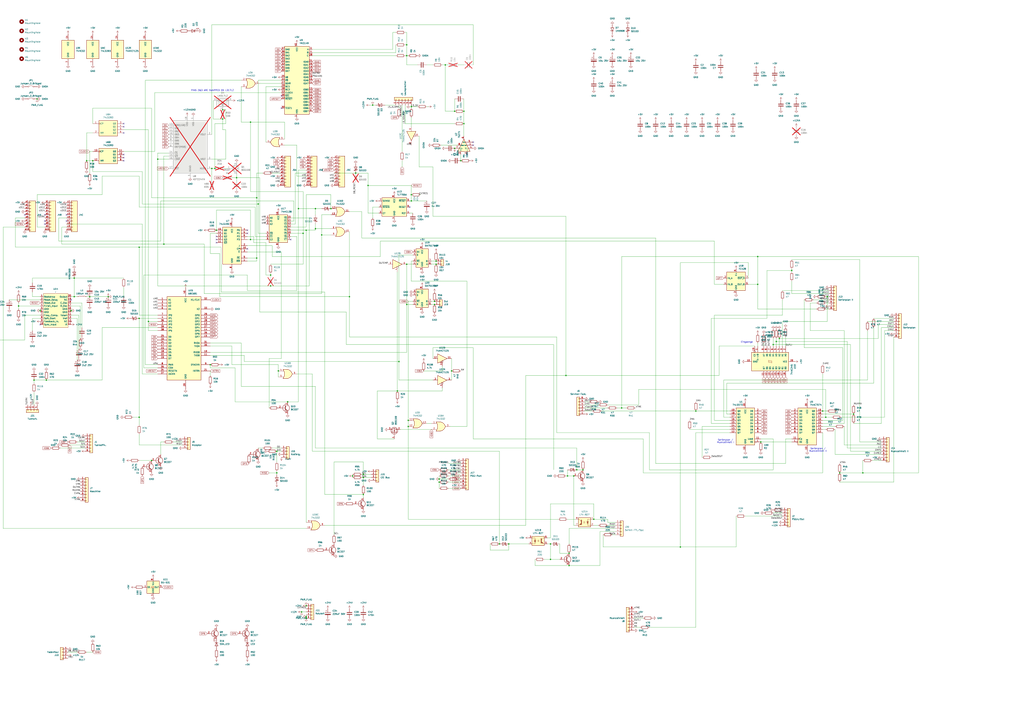
<source format=kicad_sch>
(kicad_sch (version 20250114) (generator "eeschema") (generator_version "9.0")
  (paper "A1")
  (lib_symbols
    (symbol "74xx:74AHCT125" (pin_names (offset 1.016))
      (property "Reference" "U" (at 0 1.27 0))
      (property "Value" "74AHCT125" (at 0 -1.27 0))
      (symbol "74AHCT125_1_0"
        (pin input line (at -7.62 0 0) (length 3.81) (name "~") (number "2"))
        (pin input inverted (at 0 -6.35 90) (length 4.445) (name "~") (number "1"))
        (pin tri_state line (at 7.62 0 180) (length 3.81) (name "~") (number "3"))
      )
      (symbol "74AHCT125_2_0"
        (pin input line (at -7.62 0 0) (length 3.81) (name "~") (number "5"))
        (pin input inverted (at 0 -6.35 90) (length 4.445) (name "~") (number "4"))
        (pin tri_state line (at 7.62 0 180) (length 3.81) (name "~") (number "6"))
      )
      (symbol "74AHCT125_3_0"
        (pin input line (at -7.62 0 0) (length 3.81) (name "~") (number "9"))
        (pin input inverted (at 0 -6.35 90) (length 4.445) (name "~") (number "10"))
        (pin tri_state line (at 7.62 0 180) (length 3.81) (name "~") (number "8"))
      )
      (symbol "74AHCT125_4_0"
        (pin input line (at -7.62 0 0) (length 3.81) (name "~") (number "12"))
        (pin input inverted (at 0 -6.35 90) (length 4.445) (name "~") (number "13"))
        (pin tri_state line (at 7.62 0 180) (length 3.81) (name "~") (number "11"))
      )
      (symbol "74AHCT125_5_0"
        (pin power_in line (at 0 12.7 270) (length 5.08) (name "VCC") (number "14"))
        (pin power_in line (at 0 -12.7 90) (length 5.08) (name "GND") (number "7"))
      )
    )
    (symbol "74xx:74HC02" (pin_names (offset 1.016))
      (property "Reference" "U" (at 0 1.27 0))
      (property "Value" "74HC02" (at 0 -1.27 0))
      (symbol "74HC02_1_1"
        (pin input line (at -7.62 2.54 0) (length 4.318) (name "~") (number "2"))
        (pin input line (at -7.62 -2.54 0) (length 4.318) (name "~") (number "3"))
        (pin output inverted (at 7.62 0 180) (length 3.81) (name "~") (number "1"))
      )
      (symbol "74HC02_1_2"
        (pin input inverted (at -7.62 2.54 0) (length 3.81) (name "~") (number "2"))
        (pin input inverted (at -7.62 -2.54 0) (length 3.81) (name "~") (number "3"))
        (pin output line (at 7.62 0 180) (length 3.81) (name "~") (number "1"))
      )
      (symbol "74HC02_2_1"
        (pin input line (at -7.62 2.54 0) (length 4.318) (name "~") (number "5"))
        (pin input line (at -7.62 -2.54 0) (length 4.318) (name "~") (number "6"))
        (pin output inverted (at 7.62 0 180) (length 3.81) (name "~") (number "4"))
      )
      (symbol "74HC02_2_2"
        (pin input inverted (at -7.62 2.54 0) (length 3.81) (name "~") (number "5"))
        (pin input inverted (at -7.62 -2.54 0) (length 3.81) (name "~") (number "6"))
        (pin output line (at 7.62 0 180) (length 3.81) (name "~") (number "4"))
      )
      (symbol "74HC02_3_1"
        (pin input line (at -7.62 2.54 0) (length 4.318) (name "~") (number "8"))
        (pin input line (at -7.62 -2.54 0) (length 4.318) (name "~") (number "9"))
        (pin output inverted (at 7.62 0 180) (length 3.81) (name "~") (number "10"))
      )
      (symbol "74HC02_3_2"
        (pin input inverted (at -7.62 2.54 0) (length 3.81) (name "~") (number "8"))
        (pin input inverted (at -7.62 -2.54 0) (length 3.81) (name "~") (number "9"))
        (pin output line (at 7.62 0 180) (length 3.81) (name "~") (number "10"))
      )
      (symbol "74HC02_4_1"
        (pin input line (at -7.62 2.54 0) (length 4.318) (name "~") (number "11"))
        (pin input line (at -7.62 -2.54 0) (length 4.318) (name "~") (number "12"))
        (pin output inverted (at 7.62 0 180) (length 3.81) (name "~") (number "13"))
      )
      (symbol "74HC02_4_2"
        (pin input inverted (at -7.62 2.54 0) (length 3.81) (name "~") (number "11"))
        (pin input inverted (at -7.62 -2.54 0) (length 3.81) (name "~") (number "12"))
        (pin output line (at 7.62 0 180) (length 3.81) (name "~") (number "13"))
      )
      (symbol "74HC02_5_0"
        (pin power_in line (at 0 12.7 270) (length 5.08) (name "VCC") (number "14"))
        (pin power_in line (at 0 -12.7 90) (length 5.08) (name "GND") (number "7"))
      )
    )
    (symbol "74xx:74HC138"
      (property "Reference" "U" (at -7.62 13.97 0))
      (property "Value" "74HC138" (at 2.54 -11.43 0))
      (symbol "74HC138_1_1"
        (pin input line (at -10.16 10.16 0) (length 2.54) (name "A0") (number "1"))
        (pin input line (at -10.16 7.62 0) (length 2.54) (name "A1") (number "2"))
        (pin input line (at -10.16 5.08 0) (length 2.54) (name "A2") (number "3"))
        (pin input line (at -10.16 -2.54 0) (length 2.54) (name "~{E0}") (number "4"))
        (pin input line (at -10.16 -5.08 0) (length 2.54) (name "~{E1}") (number "5"))
        (pin input line (at -10.16 -7.62 0) (length 2.54) (name "E2") (number "6"))
        (pin power_in line (at 0 15.24 270) (length 2.54) (name "VCC") (number "16"))
        (pin power_in line (at 0 -12.7 90) (length 2.54) (name "GND") (number "8"))
        (pin output line (at 10.16 10.16 180) (length 2.54) (name "~{Y0}") (number "15"))
        (pin output line (at 10.16 7.62 180) (length 2.54) (name "~{Y1}") (number "14"))
        (pin output line (at 10.16 5.08 180) (length 2.54) (name "~{Y2}") (number "13"))
        (pin output line (at 10.16 2.54 180) (length 2.54) (name "~{Y3}") (number "12"))
        (pin output line (at 10.16 0 180) (length 2.54) (name "~{Y4}") (number "11"))
        (pin output line (at 10.16 -2.54 180) (length 2.54) (name "~{Y5}") (number "10"))
        (pin output line (at 10.16 -5.08 180) (length 2.54) (name "~{Y6}") (number "9"))
        (pin output line (at 10.16 -7.62 180) (length 2.54) (name "~{Y7}") (number "7"))
      )
    )
    (symbol "74xx:74HC245" (pin_names (offset 1.016))
      (property "Reference" "U" (at -7.62 16.51 0))
      (property "Value" "74HC245" (at -7.62 -16.51 0))
      (symbol "74HC245_1_0"
        (pin tri_state line (at -12.7 12.7 0) (length 5.08) (name "A0") (number "2"))
        (pin tri_state line (at -12.7 10.16 0) (length 5.08) (name "A1") (number "3"))
        (pin tri_state line (at -12.7 7.62 0) (length 5.08) (name "A2") (number "4"))
        (pin tri_state line (at -12.7 5.08 0) (length 5.08) (name "A3") (number "5"))
        (pin tri_state line (at -12.7 2.54 0) (length 5.08) (name "A4") (number "6"))
        (pin tri_state line (at -12.7 0 0) (length 5.08) (name "A5") (number "7"))
        (pin tri_state line (at -12.7 -2.54 0) (length 5.08) (name "A6") (number "8"))
        (pin tri_state line (at -12.7 -5.08 0) (length 5.08) (name "A7") (number "9"))
        (pin input line (at -12.7 -10.16 0) (length 5.08) (name "A->B") (number "1"))
        (pin input inverted (at -12.7 -12.7 0) (length 5.08) (name "CE") (number "19"))
        (pin power_in line (at 0 20.32 270) (length 5.08) (name "VCC") (number "20"))
        (pin power_in line (at 0 -20.32 90) (length 5.08) (name "GND") (number "10"))
        (pin tri_state line (at 12.7 12.7 180) (length 5.08) (name "B0") (number "18"))
        (pin tri_state line (at 12.7 10.16 180) (length 5.08) (name "B1") (number "17"))
        (pin tri_state line (at 12.7 7.62 180) (length 5.08) (name "B2") (number "16"))
        (pin tri_state line (at 12.7 5.08 180) (length 5.08) (name "B3") (number "15"))
        (pin tri_state line (at 12.7 2.54 180) (length 5.08) (name "B4") (number "14"))
        (pin tri_state line (at 12.7 0 180) (length 5.08) (name "B5") (number "13"))
        (pin tri_state line (at 12.7 -2.54 180) (length 5.08) (name "B6") (number "12"))
        (pin tri_state line (at 12.7 -5.08 180) (length 5.08) (name "B7") (number "11"))
      )
    )
    (symbol "74xx:74HCT574" (pin_names (offset 1.016))
      (property "Reference" "U" (at -7.62 16.51 0))
      (property "Value" "74HCT574" (at -7.62 -16.51 0))
      (symbol "74HCT574_1_0"
        (pin input line (at -12.7 12.7 0) (length 5.08) (name "D0") (number "2"))
        (pin input line (at -12.7 10.16 0) (length 5.08) (name "D1") (number "3"))
        (pin input line (at -12.7 7.62 0) (length 5.08) (name "D2") (number "4"))
        (pin input line (at -12.7 5.08 0) (length 5.08) (name "D3") (number "5"))
        (pin input line (at -12.7 2.54 0) (length 5.08) (name "D4") (number "6"))
        (pin input line (at -12.7 0 0) (length 5.08) (name "D5") (number "7"))
        (pin input line (at -12.7 -2.54 0) (length 5.08) (name "D6") (number "8"))
        (pin input line (at -12.7 -5.08 0) (length 5.08) (name "D7") (number "9"))
        (pin input clock (at -12.7 -10.16 0) (length 5.08) (name "Cp") (number "11"))
        (pin input inverted (at -12.7 -12.7 0) (length 5.08) (name "OE") (number "1"))
        (pin power_in line (at 0 20.32 270) (length 5.08) (name "VCC") (number "20"))
        (pin power_in line (at 0 -20.32 90) (length 5.08) (name "GND") (number "10"))
        (pin tri_state line (at 12.7 12.7 180) (length 5.08) (name "Q0") (number "19"))
        (pin tri_state line (at 12.7 10.16 180) (length 5.08) (name "Q1") (number "18"))
        (pin tri_state line (at 12.7 7.62 180) (length 5.08) (name "Q2") (number "17"))
        (pin tri_state line (at 12.7 5.08 180) (length 5.08) (name "Q3") (number "16"))
        (pin tri_state line (at 12.7 2.54 180) (length 5.08) (name "Q4") (number "15"))
        (pin tri_state line (at 12.7 0 180) (length 5.08) (name "Q5") (number "14"))
        (pin tri_state line (at 12.7 -2.54 180) (length 5.08) (name "Q6") (number "13"))
        (pin tri_state line (at 12.7 -5.08 180) (length 5.08) (name "Q7") (number "12"))
      )
    )
    (symbol "74xx:74LS195" (pin_names (offset 1.016))
      (property "Reference" "U" (at -7.62 16.51 0))
      (property "Value" "74LS195" (at -7.62 -16.51 0))
      (symbol "74LS195_1_0"
        (pin input line (at -12.7 12.7 0) (length 5.08) (name "P0") (number "4"))
        (pin input line (at -12.7 10.16 0) (length 5.08) (name "P1") (number "5"))
        (pin input line (at -12.7 7.62 0) (length 5.08) (name "P2") (number "6"))
        (pin input line (at -12.7 5.08 0) (length 5.08) (name "P3") (number "7"))
        (pin input line (at -12.7 0 0) (length 5.08) (name "J") (number "2"))
        (pin input clock (at -12.7 -2.54 0) (length 5.08) (name "CP") (number "10"))
        (pin input line (at -12.7 -5.08 0) (length 5.08) (name "~{K}") (number "3"))
        (pin input line (at -12.7 -10.16 0) (length 5.08) (name "~{PE}") (number "9"))
        (pin input line (at -12.7 -12.7 0) (length 5.08) (name "~{MR}") (number "1"))
        (pin power_in line (at 0 20.32 270) (length 5.08) (name "VCC") (number "16"))
        (pin power_in line (at 0 -20.32 90) (length 5.08) (name "GND") (number "8"))
        (pin output line (at 12.7 12.7 180) (length 5.08) (name "Q0") (number "15"))
        (pin output line (at 12.7 10.16 180) (length 5.08) (name "Q1") (number "14"))
        (pin output line (at 12.7 7.62 180) (length 5.08) (name "Q2") (number "13"))
        (pin output line (at 12.7 5.08 180) (length 5.08) (name "Q3") (number "12"))
        (pin output line (at 12.7 2.54 180) (length 5.08) (name "~{Q3}") (number "11"))
      )
    )
    (symbol "74xx:74LS32" (pin_names (offset 1.016))
      (property "Reference" "U" (at 0 1.27 0))
      (property "Value" "74LS32" (at 0 -1.27 0))
      (symbol "74LS32_1_1"
        (pin input line (at -7.62 2.54 0) (length 4.318) (name "~") (number "1"))
        (pin input line (at -7.62 -2.54 0) (length 4.318) (name "~") (number "2"))
        (pin output line (at 7.62 0 180) (length 3.81) (name "~") (number "3"))
      )
      (symbol "74LS32_1_2"
        (pin input inverted (at -7.62 2.54 0) (length 3.81) (name "~") (number "1"))
        (pin input inverted (at -7.62 -2.54 0) (length 3.81) (name "~") (number "2"))
        (pin output inverted (at 7.62 0 180) (length 3.81) (name "~") (number "3"))
      )
      (symbol "74LS32_2_1"
        (pin input line (at -7.62 2.54 0) (length 4.318) (name "~") (number "4"))
        (pin input line (at -7.62 -2.54 0) (length 4.318) (name "~") (number "5"))
        (pin output line (at 7.62 0 180) (length 3.81) (name "~") (number "6"))
      )
      (symbol "74LS32_2_2"
        (pin input inverted (at -7.62 2.54 0) (length 3.81) (name "~") (number "4"))
        (pin input inverted (at -7.62 -2.54 0) (length 3.81) (name "~") (number "5"))
        (pin output inverted (at 7.62 0 180) (length 3.81) (name "~") (number "6"))
      )
      (symbol "74LS32_3_1"
        (pin input line (at -7.62 2.54 0) (length 4.318) (name "~") (number "9"))
        (pin input line (at -7.62 -2.54 0) (length 4.318) (name "~") (number "10"))
        (pin output line (at 7.62 0 180) (length 3.81) (name "~") (number "8"))
      )
      (symbol "74LS32_3_2"
        (pin input inverted (at -7.62 2.54 0) (length 3.81) (name "~") (number "9"))
        (pin input inverted (at -7.62 -2.54 0) (length 3.81) (name "~") (number "10"))
        (pin output inverted (at 7.62 0 180) (length 3.81) (name "~") (number "8"))
      )
      (symbol "74LS32_4_1"
        (pin input line (at -7.62 2.54 0) (length 4.318) (name "~") (number "12"))
        (pin input line (at -7.62 -2.54 0) (length 4.318) (name "~") (number "13"))
        (pin output line (at 7.62 0 180) (length 3.81) (name "~") (number "11"))
      )
      (symbol "74LS32_4_2"
        (pin input inverted (at -7.62 2.54 0) (length 3.81) (name "~") (number "12"))
        (pin input inverted (at -7.62 -2.54 0) (length 3.81) (name "~") (number "13"))
        (pin output inverted (at 7.62 0 180) (length 3.81) (name "~") (number "11"))
      )
      (symbol "74LS32_5_0"
        (pin power_in line (at 0 12.7 270) (length 5.08) (name "VCC") (number "14"))
        (pin power_in line (at 0 -12.7 90) (length 5.08) (name "GND") (number "7"))
      )
    )
    (symbol "74xx:74LS393" (pin_names (offset 1.016))
      (property "Reference" "U" (at -7.62 8.89 0))
      (property "Value" "74LS393" (at -7.62 -8.89 0))
      (symbol "74LS393_1_0"
        (pin input clock (at -12.7 2.54 0) (length 5.08) (name "CP") (number "1"))
        (pin input line (at -12.7 -5.08 0) (length 5.08) (name "MR") (number "2"))
        (pin output line (at 12.7 2.54 180) (length 5.08) (name "Q0") (number "3"))
        (pin output line (at 12.7 0 180) (length 5.08) (name "Q1") (number "4"))
        (pin output line (at 12.7 -2.54 180) (length 5.08) (name "Q2") (number "5"))
        (pin output line (at 12.7 -5.08 180) (length 5.08) (name "Q3") (number "6"))
      )
      (symbol "74LS393_2_0"
        (pin input clock (at -12.7 2.54 0) (length 5.08) (name "CP") (number "13"))
        (pin input line (at -12.7 -5.08 0) (length 5.08) (name "MR") (number "12"))
        (pin output line (at 12.7 2.54 180) (length 5.08) (name "Q0") (number "11"))
        (pin output line (at 12.7 0 180) (length 5.08) (name "Q1") (number "10"))
        (pin output line (at 12.7 -2.54 180) (length 5.08) (name "Q2") (number "9"))
        (pin output line (at 12.7 -5.08 180) (length 5.08) (name "Q3") (number "8"))
      )
      (symbol "74LS393_3_0"
        (pin power_in line (at 0 12.7 270) (length 5.08) (name "VCC") (number "14"))
        (pin power_in line (at 0 -12.7 90) (length 5.08) (name "GND") (number "7"))
      )
    )
    (symbol "74xx:74LS573" (pin_names (offset 1.016))
      (property "Reference" "U" (at -7.62 16.51 0))
      (property "Value" "74LS573" (at -7.62 -16.51 0))
      (symbol "74LS573_1_0"
        (pin input line (at -12.7 12.7 0) (length 5.08) (name "D0") (number "2"))
        (pin input line (at -12.7 10.16 0) (length 5.08) (name "D1") (number "3"))
        (pin input line (at -12.7 7.62 0) (length 5.08) (name "D2") (number "4"))
        (pin input line (at -12.7 5.08 0) (length 5.08) (name "D3") (number "5"))
        (pin input line (at -12.7 2.54 0) (length 5.08) (name "D4") (number "6"))
        (pin input line (at -12.7 0 0) (length 5.08) (name "D5") (number "7"))
        (pin input line (at -12.7 -2.54 0) (length 5.08) (name "D6") (number "8"))
        (pin input line (at -12.7 -5.08 0) (length 5.08) (name "D7") (number "9"))
        (pin input line (at -12.7 -10.16 0) (length 5.08) (name "Load") (number "11"))
        (pin input inverted (at -12.7 -12.7 0) (length 5.08) (name "OE") (number "1"))
        (pin power_in line (at 0 20.32 270) (length 5.08) (name "VCC") (number "20"))
        (pin power_in line (at 0 -20.32 90) (length 5.08) (name "GND") (number "10"))
        (pin tri_state line (at 12.7 12.7 180) (length 5.08) (name "Q0") (number "19"))
        (pin tri_state line (at 12.7 10.16 180) (length 5.08) (name "Q1") (number "18"))
        (pin tri_state line (at 12.7 7.62 180) (length 5.08) (name "Q2") (number "17"))
        (pin tri_state line (at 12.7 5.08 180) (length 5.08) (name "Q3") (number "16"))
        (pin tri_state line (at 12.7 2.54 180) (length 5.08) (name "Q4") (number "15"))
        (pin tri_state line (at 12.7 0 180) (length 5.08) (name "Q5") (number "14"))
        (pin tri_state line (at 12.7 -2.54 180) (length 5.08) (name "Q6") (number "13"))
        (pin tri_state line (at 12.7 -5.08 180) (length 5.08) (name "Q7") (number "12"))
      )
    )
    (symbol "Amplifier_Operational:OPA121KP" (pin_names (offset 0.127))
      (property "Reference" "U" (at 0 6.35 0))
      (property "Value" "OPA121KP" (at 0 3.81 0))
      (symbol "OPA121KP_1_1"
        (pin input line (at -7.62 2.54 0) (length 2.54) (name "+") (number "3"))
        (pin input line (at -7.62 -2.54 0) (length 2.54) (name "-") (number "2"))
        (pin power_in line (at -2.54 7.62 270) (length 3.81) (name "V+") (number "7"))
        (pin power_in line (at -2.54 -7.62 90) (length 3.81) (name "V-") (number "4"))
        (pin passive line (at 0 5.08 270) (length 2.54) (name "Subst.") (number "8"))
        (pin input line (at 0 -7.62 90) (length 5.08) (name "NULL") (number "1"))
        (pin input line (at 2.54 -7.62 90) (length 6.35) (name "NULL") (number "5"))
        (pin output line (at 7.62 0 180) (length 2.54) (name "~") (number "6"))
      )
    )
    (symbol "Analog_DAC:AD7224KN" (pin_names (offset 1.016))
      (property "Reference" "U" (at -13.97 22.86 0))
      (property "Value" "AD7224KN" (at 6.35 22.86 0))
      (symbol "AD7224KN_1_1"
        (pin input line (at -17.78 17.78 0) (length 3.81) (name "DB0(LSB)") (number "13"))
        (pin input line (at -17.78 15.24 0) (length 3.81) (name "DB1") (number "12"))
        (pin input line (at -17.78 12.7 0) (length 3.81) (name "DB2") (number "11"))
        (pin input line (at -17.78 10.16 0) (length 3.81) (name "DB3") (number "10"))
        (pin input line (at -17.78 7.62 0) (length 3.81) (name "DB4") (number "9"))
        (pin input line (at -17.78 5.08 0) (length 3.81) (name "DB5") (number "8"))
        (pin input line (at -17.78 2.54 0) (length 3.81) (name "DB6") (number "7"))
        (pin input line (at -17.78 0 0) (length 3.81) (name "DB7(MSB)") (number "6"))
        (pin input line (at -17.78 -5.08 0) (length 3.81) (name "~{CS}") (number "14"))
        (pin input line (at -17.78 -7.62 0) (length 3.81) (name "~{WR}") (number "15"))
        (pin input line (at -17.78 -10.16 0) (length 3.81) (name "~{LDAC}") (number "16"))
        (pin input line (at -17.78 -17.78 0) (length 3.81) (name "~{RST}") (number "17"))
        (pin power_in line (at -2.54 25.4 270) (length 3.81) (name "VDD") (number "18"))
        (pin power_in line (at 0 -25.4 90) (length 3.81) (name "DGND") (number "5"))
        (pin power_in line (at 2.54 25.4 270) (length 3.81) (name "VSS") (number "1"))
        (pin output line (at 17.78 10.16 180) (length 3.81) (name "VOUT") (number "2"))
        (pin passive line (at 17.78 -10.16 180) (length 3.81) (name "VREF") (number "3"))
        (pin passive line (at 17.78 -17.78 180) (length 3.81) (name "AGND") (number "4"))
      )
    )
    (symbol "Audio:YM2149"
      (property "Reference" "U" (at -10.16 29.21 0))
      (property "Value" "YM2149" (at 3.81 29.21 0))
      (symbol "YM2149_1_1"
        (pin bidirectional line (at -12.7 25.4 0) (length 2.54) (name "DA0") (number "37"))
        (pin bidirectional line (at -12.7 22.86 0) (length 2.54) (name "DA1") (number "36"))
        (pin bidirectional line (at -12.7 20.32 0) (length 2.54) (name "DA2") (number "35"))
        (pin bidirectional line (at -12.7 17.78 0) (length 2.54) (name "DA3") (number "34"))
        (pin bidirectional line (at -12.7 15.24 0) (length 2.54) (name "DA4") (number "33"))
        (pin bidirectional line (at -12.7 12.7 0) (length 2.54) (name "DA5") (number "32"))
        (pin bidirectional line (at -12.7 10.16 0) (length 2.54) (name "DA6") (number "31"))
        (pin bidirectional line (at -12.7 7.62 0) (length 2.54) (name "DA7") (number "30"))
        (pin input line (at -12.7 2.54 0) (length 2.54) (name "A8") (number "25"))
        (pin input line (at -12.7 0 0) (length 2.54) (name "~{A9}") (number "24"))
        (pin input line (at -12.7 -2.54 0) (length 2.54) (name "BDIR") (number "27"))
        (pin input line (at -12.7 -5.08 0) (length 2.54) (name "BC1") (number "29"))
        (pin input line (at -12.7 -7.62 0) (length 2.54) (name "BC2") (number "28"))
        (pin input line (at -12.7 -10.16 0) (length 2.54) (name "CLOCK") (number "22"))
        (pin input line (at -12.7 -12.7 0) (length 2.54) (name "~{SEL}") (number "26"))
        (pin input line (at -12.7 -15.24 0) (length 2.54) (name "~{RESET}") (number "23"))
        (pin passive line (at -12.7 -22.86 0) (length 2.54) (name "TEST1") (number "39"))
        (pin no_connect line (at -10.16 -17.78 0) (length 2.54) (hide yes) (name "NC") (number "2"))
        (pin no_connect line (at -10.16 -20.32 0) (length 2.54) (hide yes) (name "NC") (number "5"))
        (pin power_in line (at 0 30.48 270) (length 2.54) (name "VCC") (number "40"))
        (pin power_in line (at 0 -30.48 90) (length 2.54) (name "VSS") (number "1"))
        (pin output line (at 12.7 25.4 180) (length 2.54) (name "A") (number "3"))
        (pin output line (at 12.7 22.86 180) (length 2.54) (name "B") (number "4"))
        (pin output line (at 12.7 20.32 180) (length 2.54) (name "C") (number "38"))
        (pin bidirectional line (at 12.7 15.24 180) (length 2.54) (name "IOA0") (number "21"))
        (pin bidirectional line (at 12.7 12.7 180) (length 2.54) (name "IOA1") (number "20"))
        (pin bidirectional line (at 12.7 10.16 180) (length 2.54) (name "IOA2") (number "19"))
        (pin bidirectional line (at 12.7 7.62 180) (length 2.54) (name "IOA3") (number "18"))
        (pin bidirectional line (at 12.7 5.08 180) (length 2.54) (name "IOA4") (number "17"))
        (pin bidirectional line (at 12.7 2.54 180) (length 2.54) (name "IOA5") (number "16"))
        (pin bidirectional line (at 12.7 0 180) (length 2.54) (name "IOA6") (number "15"))
        (pin bidirectional line (at 12.7 -2.54 180) (length 2.54) (name "IOA7") (number "14"))
        (pin bidirectional line (at 12.7 -7.62 180) (length 2.54) (name "IOB0") (number "13"))
        (pin bidirectional line (at 12.7 -10.16 180) (length 2.54) (name "IOB1") (number "12"))
        (pin bidirectional line (at 12.7 -12.7 180) (length 2.54) (name "IOB2") (number "11"))
        (pin bidirectional line (at 12.7 -15.24 180) (length 2.54) (name "IOB3") (number "10"))
        (pin bidirectional line (at 12.7 -17.78 180) (length 2.54) (name "IOB4") (number "9"))
        (pin bidirectional line (at 12.7 -20.32 180) (length 2.54) (name "IOB5") (number "8"))
        (pin bidirectional line (at 12.7 -22.86 180) (length 2.54) (name "IOB6") (number "7"))
        (pin bidirectional line (at 12.7 -25.4 180) (length 2.54) (name "IOB7") (number "6"))
      )
    )
    (symbol "Connector_Generic:Conn_01x02" (pin_names (offset 1.016) (hide yes))
      (property "Reference" "J" (at 0 2.54 0))
      (property "Value" "Conn_01x02" (at 0 -5.08 0))
      (symbol "Conn_01x02_1_1"
        (pin passive line (at -5.08 0 0) (length 3.81) (name "Pin_1") (number "1"))
        (pin passive line (at -5.08 -2.54 0) (length 3.81) (name "Pin_2") (number "2"))
      )
    )
    (symbol "Connector_Generic:Conn_01x04" (pin_names (offset 1.016) (hide yes))
      (property "Reference" "J" (at 0 5.08 0))
      (property "Value" "Conn_01x04" (at 0 -7.62 0))
      (symbol "Conn_01x04_1_1"
        (pin passive line (at -5.08 2.54 0) (length 3.81) (name "Pin_1") (number "1"))
        (pin passive line (at -5.08 0 0) (length 3.81) (name "Pin_2") (number "2"))
        (pin passive line (at -5.08 -2.54 0) (length 3.81) (name "Pin_3") (number "3"))
        (pin passive line (at -5.08 -5.08 0) (length 3.81) (name "Pin_4") (number "4"))
      )
    )
    (symbol "Connector_Generic:Conn_01x05" (pin_names (offset 1.016) (hide yes))
      (property "Reference" "J" (at 0 7.62 0))
      (property "Value" "Conn_01x05" (at 0 -7.62 0))
      (symbol "Conn_01x05_1_1"
        (pin passive line (at -5.08 5.08 0) (length 3.81) (name "Pin_1") (number "1"))
        (pin passive line (at -5.08 2.54 0) (length 3.81) (name "Pin_2") (number "2"))
        (pin passive line (at -5.08 0 0) (length 3.81) (name "Pin_3") (number "3"))
        (pin passive line (at -5.08 -2.54 0) (length 3.81) (name "Pin_4") (number "4"))
        (pin passive line (at -5.08 -5.08 0) (length 3.81) (name "Pin_5") (number "5"))
      )
    )
    (symbol "Connector_Generic:Conn_01x06" (pin_names (offset 1.016) (hide yes))
      (property "Reference" "J" (at 0 7.62 0))
      (property "Value" "Conn_01x06" (at 0 -10.16 0))
      (symbol "Conn_01x06_1_1"
        (pin passive line (at -5.08 5.08 0) (length 3.81) (name "Pin_1") (number "1"))
        (pin passive line (at -5.08 2.54 0) (length 3.81) (name "Pin_2") (number "2"))
        (pin passive line (at -5.08 0 0) (length 3.81) (name "Pin_3") (number "3"))
        (pin passive line (at -5.08 -2.54 0) (length 3.81) (name "Pin_4") (number "4"))
        (pin passive line (at -5.08 -5.08 0) (length 3.81) (name "Pin_5") (number "5"))
        (pin passive line (at -5.08 -7.62 0) (length 3.81) (name "Pin_6") (number "6"))
      )
    )
    (symbol "Connector_Generic:Conn_01x08" (pin_names (offset 1.016) (hide yes))
      (property "Reference" "J" (at 0 10.16 0))
      (property "Value" "Conn_01x08" (at 0 -12.7 0))
      (symbol "Conn_01x08_1_1"
        (pin passive line (at -5.08 7.62 0) (length 3.81) (name "Pin_1") (number "1"))
        (pin passive line (at -5.08 5.08 0) (length 3.81) (name "Pin_2") (number "2"))
        (pin passive line (at -5.08 2.54 0) (length 3.81) (name "Pin_3") (number "3"))
        (pin passive line (at -5.08 0 0) (length 3.81) (name "Pin_4") (number "4"))
        (pin passive line (at -5.08 -2.54 0) (length 3.81) (name "Pin_5") (number "5"))
        (pin passive line (at -5.08 -5.08 0) (length 3.81) (name "Pin_6") (number "6"))
        (pin passive line (at -5.08 -7.62 0) (length 3.81) (name "Pin_7") (number "7"))
        (pin passive line (at -5.08 -10.16 0) (length 3.81) (name "Pin_8") (number "8"))
      )
    )
    (symbol "Connector_Generic:Conn_01x10" (pin_names (offset 1.016) (hide yes))
      (property "Reference" "J" (at 0 12.7 0))
      (property "Value" "Conn_01x10" (at 0 -15.24 0))
      (symbol "Conn_01x10_1_1"
        (pin passive line (at -5.08 10.16 0) (length 3.81) (name "Pin_1") (number "1"))
        (pin passive line (at -5.08 7.62 0) (length 3.81) (name "Pin_2") (number "2"))
        (pin passive line (at -5.08 5.08 0) (length 3.81) (name "Pin_3") (number "3"))
        (pin passive line (at -5.08 2.54 0) (length 3.81) (name "Pin_4") (number "4"))
        (pin passive line (at -5.08 0 0) (length 3.81) (name "Pin_5") (number "5"))
        (pin passive line (at -5.08 -2.54 0) (length 3.81) (name "Pin_6") (number "6"))
        (pin passive line (at -5.08 -5.08 0) (length 3.81) (name "Pin_7") (number "7"))
        (pin passive line (at -5.08 -7.62 0) (length 3.81) (name "Pin_8") (number "8"))
        (pin passive line (at -5.08 -10.16 0) (length 3.81) (name "Pin_9") (number "9"))
        (pin passive line (at -5.08 -12.7 0) (length 3.81) (name "Pin_10") (number "10"))
      )
    )
    (symbol "DIN41612:DIN41612_03x10_ABC" (pin_names (offset 1.016) (hide yes))
      (property "Reference" "J" (at 1.27 12.7 0))
      (property "Value" "DIN41612_03x10_ABC" (at 1.27 -15.24 0))
      (symbol "DIN41612_03x10_ABC_1_1"
        (pin passive line (at -5.08 10.16 0) (length 3.81) (name "Pin_a1") (number "a1"))
        (pin passive line (at -5.08 7.62 0) (length 3.81) (name "Pin_a2") (number "a2"))
        (pin passive line (at -5.08 5.08 0) (length 3.81) (name "Pin_a3") (number "a3"))
        (pin passive line (at -5.08 2.54 0) (length 3.81) (name "Pin_a4") (number "a4"))
        (pin passive line (at -5.08 0 0) (length 3.81) (name "Pin_a5") (number "a5"))
        (pin passive line (at -5.08 -2.54 0) (length 3.81) (name "Pin_a6") (number "a6"))
        (pin passive line (at -5.08 -5.08 0) (length 3.81) (name "Pin_a7") (number "a7"))
        (pin passive line (at -5.08 -7.62 0) (length 3.81) (name "Pin_a8") (number "a8"))
        (pin passive line (at -5.08 -10.16 0) (length 3.81) (name "Pin_a9") (number "a9"))
        (pin passive line (at -5.08 -12.7 0) (length 3.81) (name "Pin_a10") (number "a10"))
      )
      (symbol "DIN41612_03x10_ABC_2_1"
        (pin passive line (at -5.08 10.16 0) (length 3.81) (name "Pin_b1") (number "b1"))
        (pin passive line (at -5.08 7.62 0) (length 3.81) (name "Pin_b2") (number "b2"))
        (pin passive line (at -5.08 5.08 0) (length 3.81) (name "Pin_b3") (number "b3"))
        (pin passive line (at -5.08 2.54 0) (length 3.81) (name "Pin_b4") (number "b4"))
        (pin passive line (at -5.08 0 0) (length 3.81) (name "Pin_b5") (number "b5"))
        (pin passive line (at -5.08 -2.54 0) (length 3.81) (name "Pin_b6") (number "b6"))
        (pin passive line (at -5.08 -5.08 0) (length 3.81) (name "Pin_b7") (number "b7"))
        (pin passive line (at -5.08 -7.62 0) (length 3.81) (name "Pin_b8") (number "b8"))
        (pin passive line (at -5.08 -10.16 0) (length 3.81) (name "Pin_b9") (number "b9"))
        (pin passive line (at -5.08 -12.7 0) (length 3.81) (name "Pin_b10") (number "b10"))
      )
      (symbol "DIN41612_03x10_ABC_3_1"
        (pin passive line (at -5.08 10.16 0) (length 3.81) (name "Pin_c1") (number "c1"))
        (pin passive line (at -5.08 7.62 0) (length 3.81) (name "Pin_c2") (number "c2"))
        (pin passive line (at -5.08 5.08 0) (length 3.81) (name "Pin_c3") (number "c3"))
        (pin passive line (at -5.08 2.54 0) (length 3.81) (name "Pin_c4") (number "c4"))
        (pin passive line (at -5.08 0 0) (length 3.81) (name "Pin_c5") (number "c5"))
        (pin passive line (at -5.08 -2.54 0) (length 3.81) (name "Pin_c6") (number "c6"))
        (pin passive line (at -5.08 -5.08 0) (length 3.81) (name "Pin_c7") (number "c7"))
        (pin passive line (at -5.08 -7.62 0) (length 3.81) (name "Pin_c8") (number "c8"))
        (pin passive line (at -5.08 -10.16 0) (length 3.81) (name "Pin_c9") (number "c9"))
        (pin passive line (at -5.08 -12.7 0) (length 3.81) (name "Pin_c10") (number "c10"))
      )
    )
    (symbol "Device:C" (pin_numbers (hide yes)) (pin_names (offset 0.254))
      (property "Reference" "C" (at 0.635 2.54 0))
      (property "Value" "C" (at 0.635 -2.54 0))
      (symbol "C_1_1"
        (pin passive line (at 0 3.81 270) (length 2.794) (name "~") (number "1"))
        (pin passive line (at 0 -3.81 90) (length 2.794) (name "~") (number "2"))
      )
    )
    (symbol "Device:C_Polarized" (pin_numbers (hide yes)) (pin_names (offset 0.254))
      (property "Reference" "C" (at 0.635 2.54 0))
      (property "Value" "C_Polarized" (at 0.635 -2.54 0))
      (symbol "C_Polarized_1_1"
        (pin passive line (at 0 3.81 270) (length 2.794) (name "~") (number "1"))
        (pin passive line (at 0 -3.81 90) (length 2.794) (name "~") (number "2"))
      )
    )
    (symbol "Device:D_Schottky" (pin_numbers (hide yes)) (pin_names (offset 1.016) (hide yes))
      (property "Reference" "D" (at 0 2.54 0))
      (property "Value" "D_Schottky" (at 0 -2.54 0))
      (symbol "D_Schottky_1_1"
        (pin passive line (at -3.81 0 0) (length 2.54) (name "K") (number "1"))
        (pin passive line (at 3.81 0 180) (length 2.54) (name "A") (number "2"))
      )
    )
    (symbol "Device:L" (pin_numbers (hide yes)) (pin_names (offset 1.016) (hide yes))
      (property "Reference" "L" (at -1.27 0 90))
      (property "Value" "L" (at 1.905 0 90))
      (symbol "L_1_1"
        (pin passive line (at 0 3.81 270) (length 1.27) (name "1") (number "1"))
        (pin passive line (at 0 -3.81 90) (length 1.27) (name "2") (number "2"))
      )
    )
    (symbol "Device:LED" (pin_numbers (hide yes)) (pin_names (offset 1.016) (hide yes))
      (property "Reference" "D" (at 0 2.54 0))
      (property "Value" "LED" (at 0 -2.54 0))
      (symbol "LED_1_1"
        (pin passive line (at -3.81 0 0) (length 2.54) (name "K") (number "1"))
        (pin passive line (at 3.81 0 180) (length 2.54) (name "A") (number "2"))
      )
    )
    (symbol "Device:R" (pin_numbers (hide yes)) (pin_names (offset 0))
      (property "Reference" "R" (at 2.032 0 90))
      (property "Value" "R" (at 0 0 90))
      (symbol "R_1_1"
        (pin passive line (at 0 3.81 270) (length 1.27) (name "~") (number "1"))
        (pin passive line (at 0 -3.81 90) (length 1.27) (name "~") (number "2"))
      )
    )
    (symbol "Diode:1N5908" (pin_numbers (hide yes)) (pin_names (offset 1.016) (hide yes))
      (property "Reference" "D" (at 0 2.54 0))
      (property "Value" "1N5908" (at 0 -2.54 0))
      (symbol "1N5908_1_1"
        (pin passive line (at -3.81 0 0) (length 2.54) (name "A1") (number "1"))
        (pin passive line (at 3.81 0 180) (length 2.54) (name "A2") (number "2"))
      )
    )
    (symbol "Diode:CSD01060A" (pin_numbers (hide yes)) (pin_names (offset 1.016) (hide yes))
      (property "Reference" "D" (at 0 2.54 0))
      (property "Value" "CSD01060A" (at 0 -2.54 0))
      (symbol "CSD01060A_1_1"
        (pin passive line (at -3.81 0 0) (length 2.54) (name "K") (number "1"))
        (pin passive line (at 3.81 0 180) (length 2.54) (name "A") (number "2"))
      )
    )
    (symbol "Driver_FET:EL7222CN"
      (property "Reference" "U" (at -7.62 8.89 0))
      (property "Value" "EL7222CN" (at 1.27 8.89 0))
      (symbol "EL7222CN_1_1"
        (pin input line (at -10.16 2.54 0) (length 2.54) (name "IN_A") (number "2"))
        (pin input line (at -10.16 -2.54 0) (length 2.54) (name "IN_B") (number "4"))
        (pin no_connect line (at -7.62 0 0) (length 2.54) (hide yes) (name "NC") (number "1"))
        (pin power_in line (at 0 10.16 270) (length 2.54) (name "V+") (number "6"))
        (pin power_in line (at 0 -10.16 90) (length 2.54) (name "GND") (number "3"))
        (pin no_connect line (at 7.62 0 180) (length 2.54) (hide yes) (name "NC") (number "8"))
        (pin output line (at 10.16 2.54 180) (length 2.54) (name "~{OUT_A}") (number "7"))
        (pin output line (at 10.16 -2.54 180) (length 2.54) (name "OUT_B") (number "5"))
      )
    )
    (symbol "Interface_UART:68C681" (pin_names (offset 1.016))
      (property "Reference" "U" (at -1.27 2.54 0))
      (property "Value" "68C681" (at -1.27 -2.54 0))
      (symbol "68C681_1_1"
        (pin input line (at -22.86 33.02 0) (length 7.62) (name "A1") (number "1"))
        (pin input line (at -22.86 30.48 0) (length 7.62) (name "A2") (number "3"))
        (pin input line (at -22.86 27.94 0) (length 7.62) (name "A3") (number "5"))
        (pin input line (at -22.86 25.4 0) (length 7.62) (name "A4") (number "6"))
        (pin input line (at -22.86 20.32 0) (length 7.62) (name "IP0") (number "7"))
        (pin input line (at -22.86 17.78 0) (length 7.62) (name "IP1") (number "4"))
        (pin input line (at -22.86 15.24 0) (length 7.62) (name "IP2") (number "36"))
        (pin input line (at -22.86 12.7 0) (length 7.62) (name "IP3") (number "2"))
        (pin input line (at -22.86 10.16 0) (length 7.62) (name "IP4") (number "39"))
        (pin input line (at -22.86 7.62 0) (length 7.62) (name "IP5") (number "38"))
        (pin input line (at -22.86 2.54 0) (length 7.62) (name "D0") (number "25"))
        (pin input line (at -22.86 0 0) (length 7.62) (name "D1") (number "16"))
        (pin input line (at -22.86 -2.54 0) (length 7.62) (name "D2") (number "24"))
        (pin input line (at -22.86 -5.08 0) (length 7.62) (name "D3") (number "17"))
        (pin input line (at -22.86 -7.62 0) (length 7.62) (name "D4") (number "23"))
        (pin input line (at -22.86 -10.16 0) (length 7.62) (name "D5") (number "18"))
        (pin input line (at -22.86 -12.7 0) (length 7.62) (name "D6") (number "22"))
        (pin input line (at -22.86 -15.24 0) (length 7.62) (name "D7") (number "19"))
        (pin input line (at -22.86 -20.32 0) (length 7.62) (name "RWN") (number "8"))
        (pin input line (at -22.86 -22.86 0) (length 7.62) (name "CSN") (number "35"))
        (pin input line (at -22.86 -25.4 0) (length 7.62) (name "RESETN") (number "34"))
        (pin input line (at -22.86 -27.94 0) (length 7.62) (name "IACKN") (number "37"))
        (pin power_in line (at 0 43.18 270) (length 7.62) (name "VCC") (number "40"))
        (pin power_in line (at 0 -40.64 90) (length 7.62) (name "GND") (number "20"))
        (pin input line (at 20.32 33.02 180) (length 7.62) (name "X1/CLK") (number "32"))
        (pin output line (at 20.32 25.4 180) (length 7.62) (name "X2") (number "33"))
        (pin output line (at 20.32 20.32 180) (length 7.62) (name "OP0") (number "29"))
        (pin output line (at 20.32 17.78 180) (length 7.62) (name "OP1") (number "12"))
        (pin output line (at 20.32 15.24 180) (length 7.62) (name "OP2") (number "28"))
        (pin output line (at 20.32 12.7 180) (length 7.62) (name "OP3") (number "13"))
        (pin output line (at 20.32 10.16 180) (length 7.62) (name "OP4") (number "27"))
        (pin output line (at 20.32 7.62 180) (length 7.62) (name "OP5") (number "14"))
        (pin output line (at 20.32 5.08 180) (length 7.62) (name "OP6") (number "26"))
        (pin output line (at 20.32 2.54 180) (length 7.62) (name "OP7") (number "15"))
        (pin input line (at 20.32 -2.54 180) (length 7.62) (name "RXDA") (number "31"))
        (pin output line (at 20.32 -5.08 180) (length 7.62) (name "TXDA") (number "30"))
        (pin input line (at 20.32 -10.16 180) (length 7.62) (name "RXDB") (number "10"))
        (pin output line (at 20.32 -12.7 180) (length 7.62) (name "TXDB") (number "11"))
        (pin output line (at 20.32 -20.32 180) (length 7.62) (name "DTACKN") (number "9"))
        (pin output line (at 20.32 -25.4 180) (length 7.62) (name "INTRN") (number "21"))
      )
    )
    (symbol "Interface_UART:SN75176AP"
      (property "Reference" "U" (at -4.318 8.89 0))
      (property "Value" "SN75176AP" (at 1.016 8.89 0))
      (symbol "SN75176AP_1_1"
        (pin input line (at -7.62 5.08 0) (length 2.54) (name "DE") (number "3"))
        (pin input line (at -7.62 2.54 0) (length 2.54) (name "D") (number "4"))
        (pin input line (at -7.62 -2.54 0) (length 2.54) (name "~{RE}") (number "2"))
        (pin output line (at -7.62 -5.08 0) (length 2.54) (name "R") (number "1"))
        (pin power_in line (at 0 10.16 270) (length 2.54) (name "VCC") (number "8"))
        (pin power_in line (at 0 -10.16 90) (length 2.54) (name "GND") (number "5"))
        (pin bidirectional line (at 7.62 -2.54 180) (length 2.54) (name "B") (number "7"))
        (pin bidirectional line (at 7.62 -5.08 180) (length 2.54) (name "A") (number "6"))
      )
    )
    (symbol "Isolator:LTV-827" (pin_names (offset 1.016))
      (property "Reference" "U" (at -5.08 5.08 0))
      (property "Value" "LTV-827" (at 0 5.08 0))
      (symbol "LTV-827_1_1"
        (pin passive line (at -7.62 2.54 0) (length 2.54) (name "~") (number "1"))
        (pin passive line (at -7.62 -2.54 0) (length 2.54) (name "~") (number "2"))
        (pin passive line (at 7.62 2.54 180) (length 2.54) (name "~") (number "8"))
        (pin passive line (at 7.62 -2.54 180) (length 2.54) (name "~") (number "7"))
      )
      (symbol "LTV-827_2_1"
        (pin passive line (at -7.62 2.54 0) (length 2.54) (name "~") (number "3"))
        (pin passive line (at -7.62 -2.54 0) (length 2.54) (name "~") (number "4"))
        (pin passive line (at 7.62 2.54 180) (length 2.54) (name "~") (number "6"))
        (pin passive line (at 7.62 -2.54 180) (length 2.54) (name "~") (number "5"))
      )
    )
    (symbol "Jumper:Jumper_2_Bridged" (pin_numbers (hide yes)) (pin_names (offset 0) (hide yes))
      (property "Reference" "JP" (at 0 1.905 0))
      (property "Value" "Jumper_2_Bridged" (at 0 -2.54 0))
      (symbol "Jumper_2_Bridged_1_1"
        (pin passive line (at -5.08 0 0) (length 2.54) (name "A") (number "1"))
        (pin passive line (at 5.08 0 180) (length 2.54) (name "B") (number "2"))
      )
    )
    (symbol "Mechanical:MountingHole" (pin_names (offset 1.016)) (in_bom no)
      (property "Reference" "H" (at 0 5.08 0))
      (property "Value" "MountingHole" (at 0 3.175 0))
    )
    (symbol "Oscillator:SG-531" (pin_names (offset 0.254))
      (property "Reference" "Y" (at -5.08 6.35 0))
      (property "Value" "SG-531" (at 1.27 -6.35 0))
      (symbol "SG-531_1_1"
        (pin input line (at -7.62 0 0) (length 2.54) (name "OE") (number "1"))
        (pin power_in line (at 0 7.62 270) (length 2.54) (name "Vcc") (number "8"))
        (pin power_in line (at 0 -7.62 90) (length 2.54) (name "GND") (number "4"))
        (pin output line (at 7.62 0 180) (length 2.54) (name "OUT") (number "5"))
      )
    )
    (symbol "Power_ST:L4974A"
      (property "Reference" "U" (at 0 0 0))
      (symbol "L4974A_0_0"
        (pin unspecified line (at -12.7 -3.81 0) (length 2.54) (name "Bootstrap") (number "1"))
        (pin unspecified line (at -12.7 -6.35 0) (length 2.54) (name "Reset_Delay") (number "2"))
        (pin unspecified line (at -12.7 -8.89 0) (length 2.54) (name "Reset_Out") (number "3"))
        (pin input line (at -12.7 -11.43 0) (length 2.54) (name "P.Fail_Input") (number "4"))
        (pin power_in line (at -12.7 -13.97 0) (length 2.54) (name "GND") (number "5"))
        (pin power_in line (at -12.7 -16.51 0) (length 2.54) (name "GND") (number "6"))
        (pin unspecified line (at -12.7 -19.05 0) (length 2.54) (name "Freq._Comp.") (number "7"))
        (pin unspecified line (at -12.7 -21.59 0) (length 2.54) (name "Soft_Start") (number "8"))
        (pin input line (at -12.7 -24.13 0) (length 2.54) (name "Feedback_In.") (number "9"))
        (pin input line (at -12.7 -26.67 0) (length 2.54) (name "Sync_Input") (number "10"))
        (pin power_out line (at 12.7 -3.81 180) (length 2.54) (name "Output") (number "20"))
        (pin open_emitter line (at 12.7 -6.35 180) (length 2.54) (name "NC") (number "19"))
        (pin unspecified line (at 12.7 -8.89 180) (length 2.54) (name "C_Osc") (number "18"))
        (pin unspecified line (at 12.7 -11.43 180) (length 2.54) (name "R_Osc") (number "17"))
        (pin power_in line (at 12.7 -13.97 180) (length 2.54) (name "GND") (number "16"))
        (pin power_in line (at 12.7 -16.51 180) (length 2.54) (name "GND") (number "15"))
        (pin unspecified line (at 12.7 -19.05 180) (length 2.54) (name "Vstart") (number "14"))
        (pin unspecified line (at 12.7 -21.59 180) (length 2.54) (name "Vref") (number "13"))
        (pin no_connect line (at 12.7 -24.13 180) (length 2.54) (name "NC") (number "12"))
        (pin power_in line (at 12.7 -26.67 180) (length 2.54) (name "Vi") (number "11"))
      )
    )
    (symbol "Power_Supervisor:TL7705A"
      (property "Reference" "U" (at -8.89 8.89 0))
      (property "Value" "TL7705A" (at 10.16 8.89 0))
      (symbol "TL7705A_1_1"
        (pin input line (at -12.7 5.08 0) (length 2.54) (name "SENSE") (number "7"))
        (pin input line (at -12.7 0 0) (length 2.54) (name "~{RESIN}") (number "2"))
        (pin passive line (at -12.7 -5.08 0) (length 2.54) (name "CT") (number "3"))
        (pin power_in line (at 0 10.16 270) (length 2.54) (name "VCC") (number "8"))
        (pin power_in line (at 0 -10.16 90) (length 2.54) (name "GND") (number "4"))
        (pin open_collector line (at 12.7 5.08 180) (length 2.54) (name "~{RESET}") (number "5"))
        (pin open_collector line (at 12.7 0 180) (length 2.54) (name "RESET") (number "6"))
        (pin output line (at 12.7 -5.08 180) (length 2.54) (name "REF") (number "1"))
      )
    )
    (symbol "Regulator_Linear:LM317L_TO92" (pin_names (offset 0.254))
      (property "Reference" "U" (at -3.81 3.175 0))
      (property "Value" "LM317L_TO92" (at 0 3.175 0))
      (symbol "LM317L_TO92_1_1"
        (pin power_in line (at -7.62 0 0) (length 2.54) (name "VI") (number "3"))
        (pin input line (at 0 -7.62 90) (length 2.54) (name "ADJ") (number "1"))
        (pin power_out line (at 7.62 0 180) (length 2.54) (name "VO") (number "2"))
      )
    )
    (symbol "Transistor_BJT:BC327" (pin_names (offset 0) (hide yes))
      (property "Reference" "Q" (at 5.08 1.905 0))
      (property "Value" "BC327" (at 5.08 0 0))
      (symbol "BC327_1_1"
        (pin input line (at -5.08 0 0) (length 2.54) (name "B") (number "2"))
        (pin passive line (at 2.54 5.08 270) (length 2.54) (name "C") (number "1"))
        (pin passive line (at 2.54 -5.08 90) (length 2.54) (name "E") (number "3"))
      )
    )
    (symbol "Transistor_BJT:BC337" (pin_names (offset 0) (hide yes))
      (property "Reference" "Q" (at 5.08 1.905 0))
      (property "Value" "BC337" (at 5.08 0 0))
      (symbol "BC337_1_1"
        (pin input line (at -5.08 0 0) (length 2.54) (name "B") (number "2"))
        (pin passive line (at 2.54 5.08 270) (length 2.54) (name "C") (number "1"))
        (pin passive line (at 2.54 -5.08 90) (length 2.54) (name "E") (number "3"))
      )
    )
    (symbol "Transistor_FET:BSS123" (pin_names (hide yes))
      (property "Reference" "Q" (at 5.08 1.905 0))
      (property "Value" "BSS123" (at 5.08 0 0))
      (symbol "BSS123_1_1"
        (pin input line (at -5.08 0 0) (length 2.54) (name "G") (number "1"))
        (pin passive line (at 2.54 5.08 270) (length 2.54) (name "D") (number "3"))
        (pin passive line (at 2.54 -5.08 90) (length 2.54) (name "S") (number "2"))
      )
    )
    (symbol "power:+12V" (power) (pin_numbers (hide yes)) (pin_names (offset 0) (hide yes))
      (property "Value" "+12V" (at 0 3.556 0))
      (symbol "+12V_1_1"
        (pin power_in line (at 0 0 90) (length 0) (name "~") (number "1"))
      )
    )
    (symbol "power:+12VA" (power) (pin_numbers (hide yes)) (pin_names (offset 0) (hide yes))
      (property "Value" "+12VA" (at 0 3.556 0))
      (symbol "+12VA_1_1"
        (pin power_in line (at 0 0 90) (length 0) (name "~") (number "1"))
      )
    )
    (symbol "power:+24V" (power) (pin_numbers (hide yes)) (pin_names (offset 0) (hide yes))
      (property "Value" "+24V" (at 0 3.556 0))
      (symbol "+24V_1_1"
        (pin power_in line (at 0 0 90) (length 0) (name "~") (number "1"))
      )
    )
    (symbol "power:+5V" (power) (pin_numbers (hide yes)) (pin_names (offset 0) (hide yes))
      (property "Value" "+5V" (at 0 3.556 0))
      (symbol "+5V_1_1"
        (pin power_in line (at 0 0 90) (length 0) (name "~") (number "1"))
      )
    )
    (symbol "power:GND" (power) (pin_numbers (hide yes)) (pin_names (offset 0) (hide yes))
      (property "Value" "GND" (at 0 -3.81 0))
      (symbol "GND_1_1"
        (pin power_in line (at 0 0 270) (length 0) (name "~") (number "1"))
      )
    )
    (symbol "power:GNDA" (power) (pin_numbers (hide yes)) (pin_names (offset 0) (hide yes))
      (property "Value" "GNDA" (at 0 -3.81 0))
      (symbol "GNDA_1_1"
        (pin power_in line (at 0 0 270) (length 0) (name "~") (number "1"))
      )
    )
    (symbol "power:PWR_FLAG" (power) (pin_numbers (hide yes)) (pin_names (offset 0) (hide yes))
      (property "Value" "PWR_FLAG" (at 0 3.81 0))
      (symbol "PWR_FLAG_0_0"
        (pin power_out line (at 0 0 90) (length 0) (name "~") (number "1"))
      )
    )
  )
  (text "Serienplan /\nMuenzeinheit II" (at 671.83 369.824 0) (effects (font (size 1.27 1.27))))
  (text "Eingaenge" (at 613.41 281.178 0) (effects (font (size 1.27 1.27))))
  (text "PINS 2&3 ARE SWAPPED ON L317LZ" (at 174.498 74.422 0) (effects (font (size 1.27 1.27))))
  (text "Serienplan /\nMuenzeinheit I" (at 595.884 362.712 0) (effects (font (size 1.27 1.27))))
  (junction (at 452.12 459.74))
  (junction (at 289.56 391.16))
  (junction (at 251.46 497.84))
  (junction (at 227.33 388.62))
  (junction (at 622.3 210.82))
  (junction (at 365.76 53.34))
  (junction (at 259.08 187.96))
  (junction (at 134.62 200.66))
  (junction (at 129.54 130.81))
  (junction (at 356.87 250.19))
  (junction (at 287.02 243.84))
  (junction (at -10.16 279.4))
  (junction (at 298.45 389.89))
  (junction (at 121.92 264.16))
  (junction (at 635 283.21))
  (junction (at 251.46 506.73))
  (junction (at 678.18 342.9))
  (junction (at 337.82 160.02))
  (junction (at 410.21 447.04))
  (junction (at 417.83 447.04))
  (junction (at 33.02 255.27))
  (junction (at 60.96 243.84))
  (junction (at 222.25 226.06))
  (junction (at 464.82 308.61))
  (junction (at 58.42 255.27))
  (junction (at 114.3 261.62))
  (junction (at 650.24 222.25))
  (junction (at 88.9 243.84))
  (junction (at 173.99 138.43))
  (junction (at 701.04 340.36))
  (junction (at 558.8 449.58))
  (junction (at 689.61 388.62))
  (junction (at 205.74 100.33))
  (junction (at 360.68 396.24))
  (junction (at 259.08 171.45))
  (junction (at 71.12 132.08))
  (junction (at 381 91.44))
  (junction (at 334.01 217.17))
  (junction (at 210.82 162.56))
  (junction (at 182.88 97.79))
  (junction (at 27.94 312.42))
  (junction (at 124.46 378.46))
  (junction (at 334.01 36.83))
  (junction (at 245.11 171.45))
  (junction (at 114.3 203.2))
  (junction (at 335.28 345.44))
  (junction (at 247.65 502.92))
  (junction (at 298.45 406.4))
  (junction (at 271.78 171.45))
  (junction (at 205.74 196.85))
  (junction (at 337.82 87.63))
  (junction (at 370.84 304.8))
  (junction (at 251.46 508))
  (junction (at 177.8 189.23))
  (junction (at 212.09 167.64))
  (junction (at 228.6 304.8))
  (junction (at 466.09 391.16))
  (junction (at 227.33 370.84))
  (junction (at 222.25 234.95))
  (junction (at 467.36 464.82))
  (junction (at 373.38 91.44))
  (junction (at 73.66 243.84))
  (junction (at 624.84 363.22))
  (junction (at 381 101.6))
  (junction (at 679.45 243.84))
  (junction (at 637.54 280.67))
  (junction (at 356.87 247.65))
  (junction (at 251.46 189.23))
  (junction (at 478.79 386.08))
  (junction (at 452.12 447.04))
  (junction (at 114.3 342.9))
  (junction (at 236.22 330.2))
  (junction (at 471.17 391.16))
  (junction (at 487.68 426.72))
  (junction (at 358.14 217.17))
  (junction (at 473.71 386.08))
  (junction (at 373.38 121.92))
  (junction (at 334.01 45.72))
  (junction (at 302.26 152.4))
  (junction (at 360.68 393.7))
  (junction (at 378.46 132.08))
  (junction (at 60.96 228.6))
  (junction (at 76.2 132.08))
  (junction (at 15.24 251.46))
  (junction (at 335.28 350.52))
  (junction (at 306.07 86.36))
  (junction (at 510.54 335.28))
  (junction (at 298.45 392.43))
  (junction (at 30.48 81.28))
  (junction (at 467.36 454.66))
  (junction (at 571.5 337.82))
  (junction (at 264.16 193.04))
  (junction (at 640.08 278.13))
  (junction (at 326.39 321.31))
  (junction (at 38.1 312.42))
  (junction (at 358.14 214.63))
  (junction (at 292.1 142.24))
  (junction (at 337.82 165.1))
  (junction (at 194.31 146.05))
  (junction (at 172.72 299.72))
  (junction (at 675.64 337.82))
  (junction (at 327.66 297.18))
  (junction (at 182.88 90.17))
  (junction (at 708.66 388.62))
  (junction (at 248.92 191.77))
  (junction (at 622.3 233.68))
  (junction (at 334.01 250.19))
  (junction (at 176.53 138.43))
  (junction (at 210.82 212.09))
  (no_connect (at 203.2 189.23))
  (no_connect (at 101.6 129.54))
  (no_connect (at 177.8 196.85))
  (no_connect (at 177.8 199.39))
  (no_connect (at 101.6 132.08))
  (no_connect (at 388.62 119.38))
  (no_connect (at 54.61 181.61))
  (no_connect (at 231.14 88.9))
  (no_connect (at 101.6 127))
  (no_connect (at 177.8 194.31))
  (no_connect (at 36.83 176.53))
  (no_connect (at 36.83 181.61))
  (no_connect (at 203.2 204.47))
  (no_connect (at 388.62 116.84))
  (no_connect (at 101.6 101.6))
  (no_connect (at 33.02 266.7))
  (no_connect (at 383.54 127))
  (no_connect (at 58.42 246.38))
  (no_connect (at 20.32 176.53))
  (no_connect (at 336.55 170.18))
  (no_connect (at 101.6 104.14))
  (no_connect (at 203.2 191.77))
  (no_connect (at 101.6 109.22))
  (no_connect (at 54.61 176.53))
  (no_connect (at 231.14 78.74))
  (no_connect (at 36.83 184.15))
  (no_connect (at 238.76 196.85))
  (wire (pts (xy 132.08 198.12) (xy 48.26 198.12)))
  (wire (pts (xy 650.24 231.14) (xy 650.24 241.3)))
  (wire (pts (xy 459.74 447.04) (xy 459.74 454.66)))
  (wire (pts (xy 337.82 88.9) (xy 337.82 87.63)))
  (wire (pts (xy 499.11 426.72) (xy 499.11 429.26)))
  (wire (pts (xy 180.34 243.84) (xy 180.34 208.28)))
  (wire (pts (xy 337.82 87.63) (xy 342.9 87.63)))
  (wire (pts (xy 642.62 259.08) (xy 642.62 246.38)))
  (wire (pts (xy 114.3 170.18) (xy 114.3 144.78)))
  (wire (pts (xy 640.08 278.13) (xy 640.08 284.48)))
  (wire (pts (xy 698.5 370.84) (xy 698.5 283.21)))
  (wire (pts (xy 173.99 138.43) (xy 176.53 138.43)))
  (wire (pts (xy 298.45 392.43) (xy 298.45 398.78)))
  (wire (pts (xy 33.02 254) (xy 33.02 255.27)))
  (wire (pts (xy 360.68 393.7) (xy 368.3 393.7)))
  (wire (pts (xy 48.26 179.07) (xy 54.61 179.07)))
  (wire (pts (xy 306.07 86.36) (xy 303.53 86.36)))
  (wire (pts (xy 586.74 259.08) (xy 642.62 259.08)))
  (wire (pts (xy 558.8 449.58) (xy 604.52 449.58)))
  (wire (pts (xy 689.61 396.24) (xy 734.06 396.24)))
  (wire (pts (xy 298.45 379.73) (xy 298.45 389.89)))
  (wire (pts (xy 721.36 278.13) (xy 721.36 266.7)))
  (wire (pts (xy 15.24 248.92) (xy 15.24 251.46)))
  (wire (pts (xy 213.36 68.58) (xy 231.14 68.58)))
  (wire (pts (xy 231.14 294.64) (xy 220.98 294.64)))
  (wire (pts (xy 358.14 214.63) (xy 354.33 214.63)))
  (wire (pts (xy 194.31 143.51) (xy 194.31 146.05)))
  (wire (pts (xy 58.42 259.08) (xy 64.77 259.08)))
  (wire (pts (xy 254 234.95) (xy 254 179.07)))
  (wire (pts (xy 173.99 20.32) (xy 388.62 20.32)))
  (wire (pts (xy 251.46 434.34) (xy 2.54 434.34)))
  (wire (pts (xy 495.3 449.58) (xy 558.8 449.58)))
  (wire (pts (xy 20.32 259.08) (xy 20.32 279.4)))
  (wire (pts (xy 637.54 278.13) (xy 637.54 280.67)))
  (wire (pts (xy 337.82 165.1) (xy 336.55 165.1)))
  (wire (pts (xy 184.15 138.43) (xy 186.69 138.43)))
  (wire (pts (xy 344.17 137.16) (xy 344.17 111.76)))
  (wire (pts (xy 334.01 53.34) (xy 342.9 53.34)))
  (wire (pts (xy 208.28 194.31) (xy 208.28 199.39)))
  (wire (pts (xy 7.62 246.38) (xy 33.02 246.38)))
  (wire (pts (xy 334.01 53.34) (xy 334.01 45.72)))
  (wire (pts (xy 675.64 307.34) (xy 675.64 337.82)))
  (wire (pts (xy 222.25 226.06) (xy 222.25 227.33)))
  (wire (pts (xy 687.07 337.82) (xy 685.8 337.82)))
  (wire (pts (xy 622.3 254) (xy 622.3 233.68)))
  (wire (pts (xy 73.66 124.46) (xy 76.2 124.46)))
  (wire (pts (xy 708.66 378.46) (xy 708.66 388.62)))
  (wire (pts (xy 116.84 140.97) (xy 76.2 140.97)))
  (wire (pts (xy 368.3 381) (xy 378.46 381)))
  (wire (pts (xy 355.6 312.42) (xy 327.66 312.42)))
  (wire (pts (xy 203.2 194.31) (xy 208.28 194.31)))
  (wire (pts (xy 177.8 189.23) (xy 177.8 172.72)))
  (wire (pts (xy 528.32 360.68) (xy 388.62 360.68)))
  (wire (pts (xy 322.58 40.64) (xy 322.58 26.67)))
  (wire (pts (xy 26.67 232.41) (xy 26.67 228.6)))
  (wire (pts (xy 297.18 392.43) (xy 298.45 392.43)))
  (wire (pts (xy 121.92 106.68) (xy 101.6 106.68)))
  (wire (pts (xy 132.08 165.1) (xy 132.08 198.12)))
  (wire (pts (xy 118.11 302.26) (xy 118.11 226.06)))
  (wire (pts (xy 326.39 223.52) (xy 326.39 321.31)))
  (wire (pts (xy 624.84 363.22) (xy 650.24 363.22)))
  (wire (pts (xy 466.09 386.08) (xy 466.09 391.16)))
  (wire (pts (xy 231.14 207.01) (xy 231.14 294.64)))
  (wire (pts (xy 712.47 264.16) (xy 734.06 264.16)))
  (wire (pts (xy 363.22 304.8) (xy 347.98 304.8)))
  (wire (pts (xy 635 283.21) (xy 635 284.48)))
  (wire (pts (xy 334.01 36.83) (xy 334.01 26.67)))
  (wire (pts (xy 650.24 241.3) (xy 680.72 241.3)))
  (wire (pts (xy 528.32 388.62) (xy 528.32 360.68)))
  (wire (pts (xy 71.12 132.08) (xy 71.12 109.22)))
  (wire (pts (xy 675.64 337.82) (xy 679.45 337.82)))
  (wire (pts (xy 205.74 172.72) (xy 205.74 196.85)))
  (wire (pts (xy 375.92 53.34) (xy 381 53.34)))
  (wire (pts (xy 452.12 459.74) (xy 459.74 459.74)))
  (wire (pts (xy 302.26 175.26) (xy 311.15 175.26)))
  (wire (pts (xy 129.54 299.72) (xy 119.38 299.72)))
  (wire (pts (xy 134.62 128.27) (xy 134.62 200.66)))
  (wire (pts (xy 473.71 368.3) (xy 473.71 386.08)))
  (wire (pts (xy 524.51 320.04) (xy 678.18 320.04)))
  (wire (pts (xy 266.7 431.8) (xy 431.8 431.8)))
  (wire (pts (xy 245.11 330.2) (xy 236.22 330.2)))
  (wire (pts (xy 129.54 130.81) (xy 138.43 130.81)))
  (wire (pts (xy 101.6 236.22) (xy 101.6 243.84)))
  (wire (pts (xy 693.42 271.78) (xy 665.48 271.78)))
  (wire (pts (xy 590.55 308.61) (xy 590.55 284.48)))
  (wire (pts (xy 129.54 264.16) (xy 121.92 264.16)))
  (wire (pts (xy 471.17 391.16) (xy 471.17 431.8)))
  (wire (pts (xy 622.3 210.82) (xy 622.3 233.68)))
  (wire (pts (xy 63.5 535.94) (xy 55.88 535.94)))
  (wire (pts (xy 57.15 365.76) (xy 69.85 365.76)))
  (wire (pts (xy 466.09 391.16) (xy 471.17 391.16)))
  (wire (pts (xy 370.84 304.8) (xy 370.84 312.42)))
  (wire (pts (xy 447.04 459.74) (xy 452.12 459.74)))
  (wire (pts (xy 375.92 393.7) (xy 378.46 393.7)))
  (wire (pts (xy 12.7 203.2) (xy 12.7 179.07)))
  (wire (pts (xy 60.96 228.6) (xy 101.6 228.6)))
  (wire (pts (xy 83.82 312.42) (xy 38.1 312.42)))
  (wire (pts (xy 449.58 447.04) (xy 452.12 447.04)))
  (wire (pts (xy 67.31 269.24) (xy 67.31 248.92)))
  (wire (pts (xy 297.18 173.99) (xy 297.18 195.58)))
  (wire (pts (xy 584.2 347.98) (xy 584.2 261.62)))
  (wire (pts (xy 734.06 396.24) (xy 734.06 276.86)))
  (wire (pts (xy 499.11 332.74) (xy 524.51 332.74)))
  (wire (pts (xy 754.38 210.82) (xy 754.38 388.62)))
  (wire (pts (xy 708.66 388.62) (xy 754.38 388.62)))
  (wire (pts (xy 594.36 312.42) (xy 594.36 342.9)))
  (wire (pts (xy 635 421.64) (xy 642.62 421.64)))
  (wire (pts (xy 203.2 212.09) (xy 210.82 212.09)))
  (wire (pts (xy 256.54 307.34) (xy 256.54 370.84)))
  (wire (pts (xy 213.36 146.05) (xy 213.36 256.54)))
  (wire (pts (xy 198.12 100.33) (xy 205.74 100.33)))
  (wire (pts (xy 26.67 240.03) (xy 26.67 243.84)))
  (wire (pts (xy 33.02 259.08) (xy 20.32 259.08)))
  (wire (pts (xy 335.28 345.44) (xy 335.28 350.52)))
  (wire (pts (xy 182.88 106.68) (xy 182.88 97.79)))
  (wire (pts (xy 487.68 426.72) (xy 499.11 426.72)))
  (wire (pts (xy 584.2 261.62) (xy 629.92 261.62)))
  (wire (pts (xy 218.44 194.31) (xy 209.55 194.31)))
  (wire (pts (xy 245.11 171.45) (xy 259.08 171.45)))
  (wire (pts (xy 302.26 152.4) (xy 302.26 142.24)))
  (wire (pts (xy 590.55 308.61) (xy 464.82 308.61)))
  (wire (pts (xy 368.3 391.16) (xy 378.46 391.16)))
  (wire (pts (xy 76.2 140.97) (xy 76.2 132.08)))
  (wire (pts (xy 355.6 177.8) (xy 355.6 137.16)))
  (wire (pts (xy 114.3 144.78) (xy 83.82 144.78)))
  (wire (pts (xy 210.82 142.24) (xy 210.82 162.56)))
  (wire (pts (xy 256.54 43.18) (xy 325.12 43.18)))
  (wire (pts (xy 723.9 370.84) (xy 698.5 370.84)))
  (wire (pts (xy 599.44 347.98) (xy 584.2 347.98)))
  (wire (pts (xy 327.66 312.42) (xy 327.66 297.18)))
  (wire (pts (xy 675.64 347.98) (xy 693.42 347.98)))
  (wire (pts (xy 132.08 363.22) (xy 132.08 373.38)))
  (wire (pts (xy 533.4 355.6) (xy 533.4 386.08)))
  (wire (pts (xy 198.12 317.5) (xy 198.12 281.94)))
  (wire (pts (xy 30.48 160.02) (xy 30.48 186.69)))
  (wire (pts (xy 337.82 231.14) (xy 337.82 214.63)))
  (wire (pts (xy 271.78 160.02) (xy 271.78 171.45)))
  (wire (pts (xy 622.3 233.68) (xy 614.68 233.68)))
  (wire (pts (xy 238.76 191.77) (xy 248.92 191.77)))
  (wire (pts (xy 223.52 142.24) (xy 229.87 142.24)))
  (wire (pts (xy 723.9 269.24) (xy 734.06 269.24)))
  (wire (pts (xy 337.82 104.14) (xy 337.82 96.52)))
  (wire (pts (xy 675.64 345.44) (xy 692.15 345.44)))
  (wire (pts (xy 538.48 195.58) (xy 538.48 381)))
  (wire (pts (xy 645.16 276.86) (xy 645.16 284.48)))
  (wire (pts (xy 233.68 100.33) (xy 233.68 114.3)))
  (wire (pts (xy 245.11 139.7) (xy 245.11 171.45)))
  (wire (pts (xy 499.11 431.8) (xy 505.46 431.8)))
  (wire (pts (xy 665.48 271.78) (xy 665.48 248.92)))
  (wire (pts (xy 586.74 198.12) (xy 586.74 233.68)))
  (wire (pts (xy 83.82 269.24) (xy 83.82 312.42)))
  (wire (pts (xy 58.42 255.27) (xy 58.42 256.54)))
  (wire (pts (xy 723.9 363.22) (xy 706.12 363.22)))
  (wire (pts (xy 243.84 307.34) (xy 256.54 307.34)))
  (wire (pts (xy 251.46 506.73) (xy 251.46 508)))
  (wire (pts (xy 209.55 194.31) (xy 209.55 170.18)))
  (wire (pts (xy 172.72 208.28) (xy 172.72 191.77)))
  (wire (pts (xy 76.2 132.08) (xy 71.12 132.08)))
  (wire (pts (xy 220.98 294.64) (xy 220.98 335.28)))
  (wire (pts (xy 571.5 515.62) (xy 571.5 355.6)))
  (wire (pts (xy 210.82 162.56) (xy 210.82 212.09)))
  (wire (pts (xy 586.74 233.68) (xy 594.36 233.68)))
  (wire (pts (xy 706.12 363.22) (xy 706.12 213.36)))
  (wire (pts (xy 723.9 368.3) (xy 695.96 368.3)))
  (wire (pts (xy 248.92 157.48) (xy 205.74 157.48)))
  (wire (pts (xy 132.08 363.22) (xy 134.62 363.22)))
  (wire (pts (xy 708.66 388.62) (xy 689.61 388.62)))
  (wire (pts (xy 358.14 217.17) (xy 354.33 217.17)))
  (wire (pts (xy 452.12 441.96) (xy 452.12 414.02)))
  (wire (pts (xy 173.99 110.49) (xy 173.99 20.32)))
  (wire (pts (xy 256.54 370.84) (xy 410.21 370.84)))
  (wire (pts (xy 335.28 247.65) (xy 335.28 345.44)))
  (wire (pts (xy 205.74 100.33) (xy 233.68 100.33)))
  (wire (pts (xy 695.96 280.67) (xy 637.54 280.67)))
  (wire (pts (xy 185.42 101.6) (xy 185.42 90.17)))
  (wire (pts (xy 2.54 434.34) (xy 2.54 186.69)))
  (wire (pts (xy 274.32 439.42) (xy 274.32 379.73)))
  (wire (pts (xy 289.56 389.89) (xy 289.56 391.16)))
  (wire (pts (xy 381 101.6) (xy 381 111.76)))
  (wire (pts (xy 172.72 292.1) (xy 200.66 292.1)))
  (wire (pts (xy 27.94 322.58) (xy 27.94 332.74)))
  (wire (pts (xy 256.54 40.64) (xy 322.58 40.64)))
  (wire (pts (xy 452.12 414.02) (xy 487.68 414.02)))
  (wire (pts (xy 383.54 350.52) (xy 383.54 231.14)))
  (wire (pts (xy 259.08 176.53) (xy 259.08 171.45)))
  (wire (pts (xy 259.08 368.3) (xy 259.08 317.5)))
  (wire (pts (xy 71.12 109.22) (xy 76.2 109.22)))
  (wire (pts (xy 220.98 388.62) (xy 227.33 388.62)))
  (wire (pts (xy 712.47 312.42) (xy 594.36 312.42)))
  (wire (pts (xy 675.64 342.9) (xy 678.18 342.9)))
  (wire (pts (xy 483.87 330.2) (xy 480.06 330.2)))
  (wire (pts (xy 678.18 254) (xy 680.72 254)))
  (wire (pts (xy 467.36 434.34) (xy 467.36 447.04)))
  (wire (pts (xy 302.26 152.4) (xy 302.26 175.26)))
  (wire (pts (xy 594.36 342.9) (xy 599.44 342.9)))
  (wire (pts (xy 701.04 347.98) (xy 723.9 347.98)))
  (wire (pts (xy 332.74 45.72) (xy 334.01 45.72)))
  (wire (pts (xy 218.44 71.12) (xy 231.14 71.12)))
  (wire (pts (xy 327.66 297.18) (xy 327.66 209.55)))
  (wire (pts (xy 650.24 222.25) (xy 650.24 220.98)))
  (wire (pts (xy 660.4 285.75) (xy 692.15 285.75)))
  (wire (pts (xy 213.36 256.54) (xy 284.48 256.54)))
  (wire (pts (xy 590.55 284.48) (xy 619.76 284.48)))
  (wire (pts (xy 309.88 360.68) (xy 309.88 321.31)))
  (wire (pts (xy 73.66 243.84) (xy 88.9 243.84)))
  (wire (pts (xy 254 179.07) (xy 238.76 179.07)))
  (wire (pts (xy 378.46 132.08) (xy 378.46 127)))
  (wire (pts (xy 695.96 280.67) (xy 695.96 368.3)))
  (wire (pts (xy 334.01 217.17) (xy 339.09 217.17)))
  (wire (pts (xy 50.8 186.69) (xy 50.8 200.66)))
  (wire (pts (xy 119.38 66.04) (xy 198.12 66.04)))
  (wire (pts (xy 264.16 176.53) (xy 271.78 176.53)))
  (wire (pts (xy 337.82 214.63) (xy 339.09 214.63)))
  (wire (pts (xy 251.46 160.02) (xy 271.78 160.02)))
  (wire (pts (xy 172.72 191.77) (xy 177.8 191.77)))
  (wire (pts (xy 525.78 515.62) (xy 520.7 515.62)))
  (wire (pts (xy 312.42 198.12) (xy 586.74 198.12)))
  (wire (pts (xy 222.25 217.17) (xy 248.92 217.17)))
  (wire (pts (xy 558.8 215.9) (xy 614.68 215.9)))
  (wire (pts (xy 182.88 90.17) (xy 185.42 90.17)))
  (wire (pts (xy 717.55 261.62) (xy 734.06 261.62)))
  (wire (pts (xy 302.26 142.24) (xy 292.1 142.24)))
  (wire (pts (xy 76.2 101.6) (xy 76.2 88.9)))
  (wire (pts (xy 297.18 389.89) (xy 298.45 389.89)))
  (wire (pts (xy 284.48 256.54) (xy 284.48 283.21)))
  (wire (pts (xy 665.48 248.92) (xy 670.56 248.92)))
  (wire (pts (xy 337.82 165.1) (xy 350.52 165.1)))
  (wire (pts (xy 337.82 152.4) (xy 337.82 160.02)))
  (wire (pts (xy 203.2 214.63) (xy 210.82 214.63)))
  (wire (pts (xy 297.18 195.58) (xy 538.48 195.58)))
  (wire (pts (xy 650.24 223.52) (xy 650.24 222.25)))
  (wire (pts (xy 316.23 86.36) (xy 325.12 86.36)))
  (wire (pts (xy 723.9 269.24) (xy 723.9 347.98)))
  (wire (pts (xy 360.68 396.24) (xy 360.68 401.32)))
  (wire (pts (xy 334.01 45.72) (xy 334.01 36.83)))
  (wire (pts (xy 284.48 283.21) (xy 454.66 283.21)))
  (wire (pts (xy 121.92 264.16) (xy 121.92 106.68)))
  (wire (pts (xy 361.95 119.38) (xy 375.92 119.38)))
  (wire (pts (xy 172.72 302.26) (xy 172.72 299.72)))
  (wire (pts (xy 287.02 243.84) (xy 180.34 243.84)))
  (wire (pts (xy 306.07 170.18) (xy 311.15 170.18)))
  (wire (pts (xy 27.94 312.42) (xy 38.1 312.42)))
  (wire (pts (xy 491.49 332.74) (xy 480.06 332.74)))
  (wire (pts (xy 114.3 365.76) (xy 149.86 365.76)))
  (wire (pts (xy 721.36 266.7) (xy 734.06 266.7)))
  (wire (pts (xy 706.12 213.36) (xy 650.24 213.36)))
  (wire (pts (xy 193.04 302.26) (xy 172.72 302.26)))
  (wire (pts (xy 368.3 401.32) (xy 378.46 401.32)))
  (wire (pts (xy 375.92 388.62) (xy 378.46 388.62)))
  (wire (pts (xy 505.46 434.34) (xy 467.36 434.34)))
  (wire (pts (xy 33.02 255.27) (xy 33.02 256.54)))
  (wire (pts (xy 129.54 302.26) (xy 118.11 302.26)))
  (wire (pts (xy 678.18 342.9) (xy 678.18 320.04)))
  (wire (pts (xy 642.62 264.16) (xy 642.62 284.48)))
  (wire (pts (xy 356.87 247.65) (xy 354.33 247.65)))
  (wire (pts (xy 635 386.08) (xy 635 360.68)))
  (wire (pts (xy 222.25 234.95) (xy 254 234.95)))
  (wire (pts (xy 369.57 350.52) (xy 383.54 350.52)))
  (wire (pts (xy 388.62 360.68) (xy 388.62 285.75)))
  (wire (pts (xy 459.74 454.66) (xy 467.36 454.66)))
  (wire (pts (xy 210.82 142.24) (xy 215.9 142.24)))
  (wire (pts (xy 510.54 210.82) (xy 622.3 210.82)))
  (wire (pts (xy 452.12 447.04) (xy 452.12 459.74)))
  (wire (pts (xy 190.5 299.72) (xy 228.6 299.72)))
  (wire (pts (xy 675.64 350.52) (xy 685.8 350.52)))
  (wire (pts (xy 248.92 217.17) (xy 248.92 191.77)))
  (wire (pts (xy 431.8 431.8) (xy 431.8 308.61)))
  (wire (pts (xy 121.92 271.78) (xy 129.54 271.78)))
  (wire (pts (xy 328.93 353.06) (xy 354.33 353.06)))
  (wire (pts (xy 326.39 321.31) (xy 363.22 321.31)))
  (wire (pts (xy 323.85 360.68) (xy 309.88 360.68)))
  (wire (pts (xy 175.26 97.79) (xy 182.88 97.79)))
  (wire (pts (xy 339.09 250.19) (xy 334.01 250.19)))
  (wire (pts (xy 660.4 246.38) (xy 660.4 285.75)))
  (wire (pts (xy 494.03 337.82) (xy 571.5 337.82)))
  (wire (pts (xy 334.01 45.72) (xy 335.28 45.72)))
  (wire (pts (xy 754.38 210.82) (xy 622.3 210.82)))
  (wire (pts (xy 266.7 240.03) (xy 266.7 406.4)))
  (wire (pts (xy 472.44 431.8) (xy 471.17 431.8)))
  (wire (pts (xy 101.6 124.46) (xy 127 124.46)))
  (wire (pts (xy 26.67 261.62) (xy 26.67 271.78)))
  (wire (pts (xy 596.9 314.96) (xy 596.9 340.36)))
  (wire (pts (xy 223.52 210.82) (xy 312.42 210.82)))
  (wire (pts (xy 12.7 179.07) (xy 20.32 179.07)))
  (wire (pts (xy 502.92 439.42) (xy 505.46 439.42)))
  (wire (pts (xy 510.54 335.28) (xy 510.54 210.82)))
  (wire (pts (xy 205.74 196.85) (xy 218.44 196.85)))
  (wire (pts (xy 533.4 515.62) (xy 571.5 515.62)))
  (wire (pts (xy 116.84 167.64) (xy 116.84 140.97)))
  (wire (pts (xy 198.12 281.94) (xy 172.72 281.94)))
  (wire (pts (xy 363.22 321.31) (xy 363.22 318.77)))
  (wire (pts (xy 612.14 424.18) (xy 642.62 424.18)))
  (wire (pts (xy 266.7 406.4) (xy 298.45 406.4)))
  (wire (pts (xy 172.72 304.8) (xy 172.72 308.61)))
  (wire (pts (xy 576.58 350.52) (xy 576.58 375.92)))
  (wire (pts (xy 678.18 342.9) (xy 683.26 342.9)))
  (wire (pts (xy 287.02 173.99) (xy 297.18 173.99)))
  (wire (pts (xy 599.44 353.06) (xy 566.42 353.06)))
  (wire (pts (xy 726.44 271.78) (xy 734.06 271.78)))
  (wire (pts (xy 370.84 294.64) (xy 370.84 304.8)))
  (wire (pts (xy 227.33 370.84) (xy 231.14 370.84)))
  (wire (pts (xy 716.28 378.46) (xy 723.9 378.46)))
  (wire (pts (xy 596.9 314.96) (xy 717.55 314.96)))
  (wire (pts (xy 63.5 295.91) (xy 63.5 261.62)))
  (wire (pts (xy 205.74 157.48) (xy 205.74 100.33)))
  (wire (pts (xy 629.92 261.62) (xy 629.92 222.25)))
  (wire (pts (xy 332.74 101.6) (xy 332.74 86.36)))
  (wire (pts (xy 73.66 142.24) (xy 73.66 124.46)))
  (wire (pts (xy 363.22 53.34) (xy 365.76 53.34)))
  (wire (pts (xy 457.2 276.86) (xy 457.2 355.6)))
  (wire (pts (xy 212.09 167.64) (xy 212.09 66.04)))
  (wire (pts (xy 114.3 261.62) (xy 114.3 342.9)))
  (wire (pts (xy 129.54 307.34) (xy 116.84 307.34)))
  (wire (pts (xy 388.62 20.32) (xy 388.62 53.34)))
  (wire (pts (xy 114.3 203.2) (xy 181.61 203.2)))
  (wire (pts (xy 334.01 250.19) (xy 334.01 289.56)))
  (wire (pts (xy 218.44 226.06) (xy 222.25 226.06)))
  (wire (pts (xy 114.3 261.62) (xy 129.54 261.62)))
  (wire (pts (xy 524.51 332.74) (xy 524.51 320.04)))
  (wire (pts (xy 198.12 71.12) (xy 198.12 100.33)))
  (wire (pts (xy 514.35 335.28) (xy 510.54 335.28)))
  (wire (pts (xy 402.59 452.12) (xy 417.83 452.12)))
  (wire (pts (xy 309.88 321.31) (xy 326.39 321.31)))
  (wire (pts (xy 20.32 279.4) (xy -10.16 279.4)))
  (wire (pts (xy 678.18 243.84) (xy 679.45 243.84)))
  (wire (pts (xy 334.01 26.67) (xy 332.74 26.67)))
  (wire (pts (xy 242.57 142.24) (xy 242.57 184.15)))
  (wire (pts (xy 467.36 464.82) (xy 439.42 464.82)))
  (wire (pts (xy 383.54 231.14) (xy 337.82 231.14)))
  (wire (pts (xy 259.08 171.45) (xy 264.16 171.45)))
  (wire (pts (xy 203.2 226.06) (xy 203.2 238.76)))
  (wire (pts (xy 431.8 308.61) (xy 464.82 308.61)))
  (wire (pts (xy 614.68 215.9) (xy 614.68 228.6)))
  (wire (pts (xy 241.3 181.61) (xy 241.3 165.1)))
  (wire (pts (xy 726.44 342.9) (xy 726.44 271.78)))
  (wire (pts (xy 114.3 378.46) (xy 124.46 378.46)))
  (wire (pts (xy 464.82 308.61) (xy 464.82 177.8)))
  (wire (pts (xy 218.44 199.39) (xy 218.44 226.06)))
  (wire (pts (xy 76.2 88.9) (xy 124.46 88.9)))
  (wire (pts (xy 243.84 194.31) (xy 238.76 194.31)))
  (wire (pts (xy 274.32 379.73) (xy 298.45 379.73)))
  (wire (pts (xy 138.43 128.27) (xy 134.62 128.27)))
  (wire (pts (xy 138.43 125.73) (xy 129.54 125.73)))
  (wire (pts (xy 173.99 138.43) (xy 173.99 148.59)))
  (wire (pts (xy 417.83 447.04) (xy 434.34 447.04)))
  (wire (pts (xy 185.42 106.68) (xy 182.88 106.68)))
  (wire (pts (xy 238.76 189.23) (xy 251.46 189.23)))
  (wire (pts (xy 67.31 248.92) (xy 58.42 248.92)))
  (wire (pts (xy 109.22 342.9) (xy 114.3 342.9)))
  (wire (pts (xy 679.45 243.84) (xy 679.45 264.16)))
  (wire (pts (xy 193.04 330.2) (xy 193.04 302.26)))
  (wire (pts (xy 675.64 388.62) (xy 528.32 388.62)))
  (wire (pts (xy 228.6 304.8) (xy 228.6 309.88)))
  (wire (pts (xy 487.68 431.8) (xy 491.49 431.8)))
  (wire (pts (xy 337.82 152.4) (xy 302.26 152.4)))
  (wire (pts (xy 571.5 337.82) (xy 599.44 337.82)))
  (wire (pts (xy 242.57 142.24) (xy 251.46 142.24)))
  (wire (pts (xy 596.9 340.36) (xy 599.44 340.36)))
  (wire (pts (xy 251.46 189.23) (xy 259.08 189.23)))
  (wire (pts (xy 510.54 335.28) (xy 506.73 335.28)))
  (wire (pts (xy 473.71 386.08) (xy 478.79 386.08)))
  (wire (pts (xy 492.76 436.88) (xy 492.76 464.82)))
  (wire (pts (xy 200.66 292.1) (xy 200.66 297.18)))
  (wire (pts (xy 116.84 307.34) (xy 116.84 184.15)))
  (wire (pts (xy 334.01 250.19) (xy 334.01 217.17)))
  (wire (pts (xy 271.78 193.04) (xy 264.16 193.04)))
  (wire (pts (xy 259.08 189.23) (xy 259.08 187.96)))
  (wire (pts (xy 212.09 167.64) (xy 116.84 167.64)))
  (wire (pts (xy 251.46 139.7) (xy 245.11 139.7)))
  (wire (pts (xy 449.58 441.96) (xy 452.12 441.96)))
  (wire (pts (xy 599.44 350.52) (xy 576.58 350.52)))
  (wire (pts (xy 172.72 284.48) (xy 190.5 284.48)))
  (wire (pts (xy 167.64 241.3) (xy 167.64 200.66)))
  (wire (pts (xy 693.42 365.76) (xy 693.42 350.52)))
  (wire (pts (xy 345.44 160.02) (xy 344.17 160.02)))
  (wire (pts (xy 129.54 269.24) (xy 83.82 269.24)))
  (wire (pts (xy 454.66 283.21) (xy 454.66 386.08)))
  (wire (pts (xy 645.16 360.68) (xy 650.24 360.68)))
  (wire (pts (xy 679.45 243.84) (xy 680.72 243.84)))
  (wire (pts (xy 124.46 88.9) (xy 124.46 162.56)))
  (wire (pts (xy 675.64 355.6) (xy 675.64 388.62)))
  (wire (pts (xy 27.94 312.42) (xy 27.94 314.96)))
  (wire (pts (xy 373.38 91.44) (xy 373.38 81.28)))
  (wire (pts (xy 63.5 363.22) (xy 69.85 363.22)))
  (wire (pts (xy 355.6 137.16) (xy 344.17 137.16)))
  (wire (pts (xy 629.92 222.25) (xy 650.24 222.25)))
  (wire (pts (xy 64.77 259.08) (xy 64.77 287.02)))
  (wire (pts (xy 222.25 234.95) (xy 129.54 234.95)))
  (wire (pts (xy 325.12 43.18) (xy 325.12 36.83)))
  (wire (pts (xy 264.16 176.53) (xy 264.16 193.04)))
  (wire (pts (xy 15.24 251.46) (xy 33.02 251.46)))
  (wire (pts (xy 464.82 391.16) (xy 466.09 391.16)))
  (wire (pts (xy 287.02 190.5) (xy 287.02 243.84)))
  (wire (pts (xy 245.11 171.45) (xy 245.11 330.2)))
  (wire (pts (xy 238.76 186.69) (xy 251.46 186.69)))
  (wire (pts (xy 336.55 175.26) (xy 339.09 175.26)))
  (wire (pts (xy 298.45 392.43) (xy 304.8 392.43)))
  (wire (pts (xy 698.5 283.21) (xy 635 283.21)))
  (wire (pts (xy 457.2 355.6) (xy 533.4 355.6)))
  (wire (pts (xy 83.82 144.78) (xy 83.82 160.02)))
  (wire (pts (xy 439.42 464.82) (xy 439.42 459.74)))
  (wire (pts (xy 49.53 368.3) (xy 69.85 368.3)))
  (wire (pts (xy 337.82 87.63) (xy 337.82 86.36)))
  (wire (pts (xy 180.34 208.28) (xy 172.72 208.28)))
  (wire (pts (xy 181.61 203.2) (xy 181.61 240.03)))
  (wire (pts (xy 173.99 130.81) (xy 185.42 130.81)))
  (wire (pts (xy 185.42 130.81) (xy 185.42 106.68)))
  (wire (pts (xy 327.66 209.55) (xy 339.09 209.55)))
  (wire (pts (xy 241.3 165.1) (xy 132.08 165.1)))
  (wire (pts (xy 670.56 254) (xy 622.3 254)))
  (wire (pts (xy 218.44 191.77) (xy 212.09 191.77)))
  (wire (pts (xy 499.11 335.28) (xy 480.06 335.28)))
  (wire (pts (xy 668.02 246.38) (xy 680.72 246.38)))
  (wire (pts (xy 637.54 280.67) (xy 637.54 284.48)))
  (wire (pts (xy 194.31 146.05) (xy 194.31 148.59)))
  (wire (pts (xy 203.2 207.01) (xy 231.14 207.01)))
  (wire (pts (xy 350.52 87.63) (xy 351.79 87.63)))
  (wire (pts (xy 350.52 53.34) (xy 355.6 53.34)))
  (wire (pts (xy 571.5 355.6) (xy 599.44 355.6)))
  (wire (pts (xy 287.02 276.86) (xy 457.2 276.86)))
  (wire (pts (xy 723.9 373.38) (xy 685.8 373.38)))
  (wire (pts (xy 334.01 289.56) (xy 172.72 289.56)))
  (wire (pts (xy 723.9 365.76) (xy 693.42 365.76)))
  (wire (pts (xy 480.06 337.82) (xy 486.41 337.82)))
  (wire (pts (xy 355.6 285.75) (xy 355.6 294.64)))
  (wire (pts (xy 243.84 119.38) (xy 233.68 119.38)))
  (wire (pts (xy 203.2 201.93) (xy 223.52 201.93)))
  (wire (pts (xy 2.54 186.69) (xy 20.32 186.69)))
  (wire (pts (xy 181.61 240.03) (xy 266.7 240.03)))
  (wire (pts (xy 48.26 198.12) (xy 48.26 179.07)))
  (wire (pts (xy 381 91.44) (xy 381 81.28)))
  (wire (pts (xy 287.02 243.84) (xy 287.02 276.86)))
  (wire (pts (xy 264.16 193.04) (xy 264.16 241.3)))
  (wire (pts (xy 692.15 345.44) (xy 692.15 285.75)))
  (wire (pts (xy 410.21 370.84) (xy 410.21 447.04)))
  (wire (pts (xy 60.96 228.6) (xy 60.96 243.84)))
  (wire (pts (xy 693.42 347.98) (xy 693.42 271.78)))
  (wire (pts (xy 251.46 186.69) (xy 251.46 160.02)))
  (wire (pts (xy 335.28 426.72) (xy 335.28 350.52)))
  (wire (pts (xy 690.88 342.9) (xy 726.44 342.9)))
  (wire (pts (xy 505.46 436.88) (xy 492.76 436.88)))
  (wire (pts (xy 322.58 26.67) (xy 325.12 26.67)))
  (wire (pts (xy 558.8 215.9) (xy 558.8 449.58)))
  (wire (pts (xy 203.2 196.85) (xy 205.74 196.85)))
  (wire (pts (xy 259.08 184.15) (xy 259.08 187.96)))
  (wire (pts (xy 330.2 132.08) (xy 330.2 137.16)))
  (wire (pts (xy 66.04 251.46) (xy 58.42 251.46)))
  (wire (pts (xy 363.22 300.99) (xy 363.22 304.8)))
  (wire (pts (xy 236.22 330.2) (xy 193.04 330.2)))
  (wire (pts (xy 26.67 228.6) (xy 60.96 228.6)))
  (wire (pts (xy 203.2 238.76) (xy 243.84 238.76)))
  (wire (pts (xy 538.48 381) (xy 645.16 381)))
  (wire (pts (xy 190.5 284.48) (xy 190.5 299.72)))
  (wire (pts (xy 116.84 184.15) (xy 54.61 184.15)))
  (wire (pts (xy 209.55 170.18) (xy 114.3 170.18)))
  (wire (pts (xy 388.62 285.75) (xy 355.6 285.75)))
  (wire (pts (xy 330.2 124.46) (xy 330.2 86.36)))
  (wire (pts (xy 194.31 146.05) (xy 213.36 146.05)))
  (wire (pts (xy 190.5 146.05) (xy 194.31 146.05)))
  (wire (pts (xy 66.04 278.13) (xy 66.04 251.46)))
  (wire (pts (xy 30.48 186.69) (xy 36.83 186.69)))
  (wire (pts (xy 114.3 203.2) (xy 12.7 203.2)))
  (wire (pts (xy 339.09 247.65) (xy 335.28 247.65)))
  (wire (pts (xy 679.45 264.16) (xy 642.62 264.16)))
  (wire (pts (xy 251.46 189.23) (xy 251.46 429.26)))
  (wire (pts (xy 175.26 82.55) (xy 175.26 97.79)))
  (wire (pts (xy 114.3 259.08) (xy 114.3 203.2)))
  (wire (pts (xy 54.61 186.69) (xy 50.8 186.69)))
  (wire (pts (xy 129.54 130.81) (xy 129.54 234.95)))
  (wire (pts (xy 33.02 261.62) (xy 26.67 261.62)))
  (wire (pts (xy 350.52 347.98) (xy 354.33 347.98)))
  (wire (pts (xy 402.59 447.04) (xy 402.59 452.12)))
  (wire (pts (xy 259.08 368.3) (xy 473.71 368.3)))
  (wire (pts (xy 142.24 363.22) (xy 149.86 363.22)))
  (wire (pts (xy 227.33 388.62) (xy 227.33 387.35)))
  (wire (pts (xy 337.82 165.1) (xy 337.82 160.02)))
  (wire (pts (xy 289.56 391.16) (xy 289.56 392.43)))
  (wire (pts (xy 635 360.68) (xy 624.84 360.68)))
  (wire (pts (xy 264.16 241.3) (xy 167.64 241.3)))
  (wire (pts (xy 312.42 210.82) (xy 312.42 198.12)))
  (wire (pts (xy 308.61 86.36) (xy 306.07 86.36)))
  (wire (pts (xy 227.33 370.84) (xy 227.33 379.73)))
  (wire (pts (xy 176.53 101.6) (xy 185.42 101.6)))
  (wire (pts (xy 251.46 144.78) (xy 243.84 144.78)))
  (wire (pts (xy 212.09 368.3) (xy 215.9 368.3)))
  (wire (pts (xy 271.78 187.96) (xy 259.08 187.96)))
  (wire (pts (xy 274.32 142.24) (xy 292.1 142.24)))
  (wire (pts (xy 335.28 426.72) (xy 458.47 426.72)))
  (wire (pts (xy 368.3 396.24) (xy 378.46 396.24)))
  (wire (pts (xy 645.16 381) (xy 645.16 360.68)))
  (wire (pts (xy 622.3 281.94) (xy 622.3 284.48)))
  (wire (pts (xy 365.76 91.44) (xy 373.38 91.44)))
  (wire (pts (xy 114.3 356.87) (xy 114.3 365.76)))
  (wire (pts (xy 200.66 297.18) (xy 327.66 297.18)))
  (wire (pts (xy 464.82 177.8) (xy 355.6 177.8)))
  (wire (pts (xy 58.42 243.84) (xy 60.96 243.84)))
  (wire (pts (xy 675.64 353.06) (xy 678.18 353.06)))
  (wire (pts (xy 238.76 181.61) (xy 241.3 181.61)))
  (wire (pts (xy 60.96 243.84) (xy 63.5 243.84)))
  (wire (pts (xy 487.68 414.02) (xy 487.68 426.72)))
  (wire (pts (xy 640.08 278.13) (xy 721.36 278.13)))
  (wire (pts (xy 223.52 201.93) (xy 223.52 210.82)))
  (wire (pts (xy 256.54 45.72) (xy 325.12 45.72)))
  (wire (pts (xy 121.92 264.16) (xy 121.92 271.78)))
  (wire (pts (xy 492.76 464.82) (xy 467.36 464.82)))
  (wire (pts (xy 334.01 36.83) (xy 332.74 36.83)))
  (wire (pts (xy 63.5 261.62) (xy 58.42 261.62)))
  (wire (pts (xy 208.28 199.39) (xy 218.44 199.39)))
  (wire (pts (xy 528.32 508) (xy 520.7 508)))
  (wire (pts (xy 586.74 345.44) (xy 586.74 259.08)))
  (wire (pts (xy 129.54 125.73) (xy 129.54 130.81)))
  (wire (pts (xy 212.09 191.77) (xy 212.09 167.64)))
  (wire (pts (xy 627.38 281.94) (xy 627.38 284.48)))
  (wire (pts (xy 368.3 386.08) (xy 378.46 386.08)))
  (wire (pts (xy 466.09 426.72) (xy 472.44 426.72)))
  (wire (pts (xy 177.8 172.72) (xy 205.74 172.72)))
  (wire (pts (xy 298.45 389.89) (xy 304.8 389.89)))
  (wire (pts (xy 119.38 299.72) (xy 119.38 66.04)))
  (wire (pts (xy 675.64 340.36) (xy 701.04 340.36)))
  (wire (pts (xy 381 101.6) (xy 381 91.44)))
  (wire (pts (xy 717.55 269.24) (xy 717.55 314.96)))
  (wire (pts (xy 218.44 116.84) (xy 218.44 71.12)))
  (wire (pts (xy 247.65 502.92) (xy 251.46 502.92)))
  (wire (pts (xy 223.52 368.3) (xy 231.14 368.3)))
  (wire (pts (xy 129.54 259.08) (xy 114.3 259.08)))
  (wire (pts (xy 642.62 238.76) (xy 680.72 238.76)))
  (wire (pts (xy 306.07 179.07) (xy 306.07 170.18)))
  (wire (pts (xy 365.76 53.34) (xy 368.3 53.34)))
  (wire (pts (xy 599.44 345.44) (xy 586.74 345.44)))
  (wire (pts (xy 71.12 243.84) (xy 73.66 243.84)))
  (wire (pts (xy 712.47 271.78) (xy 712.47 312.42)))
  (wire (pts (xy 118.11 226.06) (xy 203.2 226.06)))
  (wire (pts (xy 635 278.13) (xy 635 283.21)))
  (wire (pts (xy 678.18 248.92) (xy 680.72 248.92)))
  (wire (pts (xy 58.42 254) (xy 58.42 255.27)))
  (wire (pts (xy 533.4 386.08) (xy 635 386.08)))
  (wire (pts (xy 360.68 391.16) (xy 360.68 393.7)))
  (wire (pts (xy 327.66 88.9) (xy 327.66 86.36)))
  (wire (pts (xy 356.87 250.19) (xy 354.33 250.19)))
  (wire (pts (xy 685.8 373.38) (xy 685.8 353.06)))
  (wire (pts (xy 127 76.2) (xy 231.14 76.2)))
  (wire (pts (xy 373.38 101.6) (xy 332.74 101.6)))
  (wire (pts (xy 365.76 53.34) (xy 365.76 91.44)))
  (wire (pts (xy 227.33 389.89) (xy 227.33 388.62)))
  (wire (pts (xy 210.82 212.09) (xy 210.82 214.63)))
  (wire (pts (xy 212.09 66.04) (xy 231.14 66.04)))
  (wire (pts (xy 417.83 452.12) (xy 417.83 447.04)))
  (wire (pts (xy 499.11 429.26) (xy 505.46 429.26)))
  (wire (pts (xy 15.24 251.46) (xy 15.24 254)))
  (wire (pts (xy 298.45 406.4) (xy 298.45 408.94)))
  (wire (pts (xy 83.82 160.02) (xy 30.48 160.02)))
  (wire (pts (xy 360.68 393.7) (xy 360.68 396.24)))
  (wire (pts (xy 76.2 535.94) (xy 71.12 535.94)))
  (wire (pts (xy 228.6 299.72) (xy 228.6 304.8)))
  (wire (pts (xy 243.84 119.38) (xy 243.84 144.78)))
  (wire (pts (xy 26.67 243.84) (xy 33.02 243.84)))
  (wire (pts (xy 604.52 424.18) (xy 604.52 449.58)))
  (wire (pts (xy 127 76.2) (xy 127 124.46)))
  (wire (pts (xy 238.76 184.15) (xy 242.57 184.15)))
  (wire (pts (xy 167.64 200.66) (xy 134.62 200.66)))
  (wire (pts (xy 259.08 317.5) (xy 198.12 317.5)))
  (wire (pts (xy 124.46 162.56) (xy 210.82 162.56)))
  (wire (pts (xy 248.92 191.77) (xy 248.92 157.48)))
  (wire (pts (xy 114.3 342.9) (xy 114.3 349.25)))
  (wire (pts (xy 495.3 439.42) (xy 495.3 449.58)))
  (wire (pts (xy 222.25 224.79) (xy 222.25 226.06)))
  (wire (pts (xy 243.84 238.76) (xy 243.84 194.31)))
  (wire (pts (xy 176.53 138.43) (xy 176.53 101.6)))
  (wire (pts (xy 251.46 505.46) (xy 251.46 506.73)))
  (wire (pts (xy 134.62 200.66) (xy 50.8 200.66)))
  (label "cD15" (at 54.61 173.99 180))
  (label "cA8" (at 218.44 184.15 180))
  (label "nTME" (at 521.97 335.28 0))
  (label "EXTRES" (at 251.46 500.38 180))
  (label "ENSFI" (at 149.86 363.22 180))
  (label "cD12" (at 36.83 171.45 180))
  (label "DB_RESET" (at 292.1 149.86 270))
  (label "cRW" (at 125.73 299.72 0))
  (label "nTMA" (at 66.04 411.48 180))
  (label "OUTEMP" (at 520.7 508 0))
  (label "EnST" (at 480.06 332.74 0))
  (label "1MA" (at 571.5 330.2 0))
  (label "OUTT" (at 734.06 266.7 180))
  (label "nTMA" (at 689.61 381 0))
  (label "cD11" (at 20.32 171.45 180))
  (label "Data3OUT" (at 584.2 375.92 0))
  (label "Data3OUT" (at 642.62 426.72 180))
  (label "LS_KNACK" (at 330.2 86.36 270))
  (label "cD8" (at 20.32 168.91 180))
  (label "MISFI" (at 149.86 365.76 180))
  (label "cD13" (at 54.61 171.45 180))
  (label "DB_RESET" (at 55.88 535.94 0))
  (label "cA0" (at 251.46 144.78 180))
  (label "cA0" (at 129.54 246.38 180))
  (label "LS_5V" (at 337.82 87.63 0))
  (label "SIN" (at 69.85 365.76 180))
  (label "cA1" (at 274.32 144.78 180))
  (label "MUX2" (at 680.72 238.76 180))
  (label "ANZ" (at 734.06 264.16 180))
  (label "TUERK" (at 22.86 332.74 90))
  (label "cA5" (at 274.32 147.32 180))
  (label "EnME" (at 675.64 299.72 0))
  (label "EnMa" (at 685.8 337.82 0))
  (label "TUER" (at 27.94 332.74 90))
  (label "TXDT" (at 505.46 434.34 180))
  (label "OUTEMP" (at 318.77 217.17 180))
  (label "SpZaTTL" (at 642.62 424.18 180))
  (label "PSGInA5" (at 256.54 63.5 0))
  (label "SCL" (at 274.32 439.42 0))
  (label "LS_SOUND" (at 332.74 101.6 90))
  (label "cA2" (at 229.87 147.32 180))
  (label "ME" (at 520.7 515.62 0))
  (label "OUTST" (at 632.46 284.48 90))
  (label "OUTLI" (at 520.7 510.54 0))
  (label "SpZa" (at 505.46 439.42 180))
  (label "OUTEMP" (at 629.92 284.48 90))
  (label "EMP2" (at 723.9 370.84 180))
  (label "cD8" (at 337.82 119.38 180))
  (label "nTME" (at 520.7 500.38 0))
  (label "OUTB3" (at 642.62 419.1 180))
  (label "EnME" (at 520.7 505.46 0))
  (label "cA7" (at 218.44 181.61 180))
  (label "2MA" (at 66.04 396.24 180))
  (label "EXTRES" (at 344.17 160.02 0))
  (label "cA6" (at 229.87 149.86 180))
  (label "cA7" (at 251.46 149.86 180))
  (label "OUTB0" (at 378.46 388.62 180))
  (label "EnMa" (at 66.04 406.4 180))
  (label "EMUX2" (at 680.72 246.38 180))
  (label "cD14" (at 36.83 173.99 180))
  (label "OUTB3" (at 378.46 381 180))
  (label "SOUT" (at 69.85 363.22 180))
  (label "cA1" (at 129.54 248.92 180))
  (label "cA3" (at 251.46 147.32 180))
  (label "SCK" (at 69.85 368.3 180))
  (label "AW" (at 378.46 304.8 0))
  (label "cA6" (at 218.44 179.07 180))
  (label "cD9" (at 36.83 168.91 180))
  (label "OUTST" (at 480.06 330.2 0))
  (label "OUTB1" (at 378.46 386.08 180))
  (label "OUTMA" (at 66.04 401.32 180))
  (label "cA3" (at 129.54 254 180))
  (label "OD" (at 227.33 368.3 0))
  (label "RXDT" (at 505.46 431.8 180))
  (label "cA2" (at 129.54 251.46 180))
  (label "2MA" (at 566.42 345.44 0))
  (label "nTME2" (at 723.9 378.46 180))
  (label "cRW" (at 229.87 139.7 180))
  (label "EnME2" (at 723.9 373.38 180))
  (label "MUX" (at 734.06 261.62 180))
  (label "ANZ2" (at 680.72 241.3 180))
  (label "OUTLI" (at 645.16 284.48 0))
  (label "PSGInA5" (at 368.3 381 180))
  (label "cD10" (at 54.61 168.91 180))
  (label "EANZ2" (at 680.72 248.92 180))
  (label "SID" (at 227.33 370.84 0))
  (label "LS_ALARM" (at 327.66 88.9 180))
  (label "cCLKOUT" (at 229.87 142.24 180))
  (label "OUTB2" (at 378.46 383.54 180))
  (label "DataST" (at 480.06 337.82 0))
  (label "TUERK" (at 36.83 179.07 180))
  (label "AW" (at 520.7 513.08 0))
  (label "SDA" (at 297.18 392.43 0))
  (label "nTSP2" (at 680.72 254 180))
  (label "OUTT2" (at 680.72 243.84 180))
  (label "LI2" (at 723.9 368.3 180))
  (label "TUERK" (at 69.85 360.68 180))
  (label "EANZ" (at 734.06 271.78 180))
  (label "OUTB2" (at 642.62 421.64 180))
  (label "FREI" (at 55.88 541.02 0))
  (label "EMUX" (at 734.06 269.24 180))
  (label "MUXMA" (at 701.04 332.74 0))
  (label "OUTB2" (at 256.54 60.96 0))
  (label "SCL" (at 297.18 389.89 0))
  (label "OUTMA" (at 627.38 284.48 90))
  (label "nTSP" (at 734.06 276.86 180))
  (label "MUXMA" (at 66.04 403.86 180))
  (label "cA8" (at 274.32 149.86 180))
  (label "ME2" (at 723.9 363.22 180))
  (label "1MA" (at 66.04 398.78 180))
  (label "nTaktST" (at 480.06 335.28 0))
  (label "AW2" (at 723.9 365.76 180))
  (global_label "D5" (shape input) (at 624.84 340.36 0) (property "Intersheetrefs" "${INTERSHEET_REFS}" (effects (hide yes))))
  (global_label "D5" (shape input) (at 274.32 134.62 180) (property "Intersheetrefs" "${INTERSHEET_REFS}" (effects (hide yes))))
  (global_label "D1" (shape input) (at 231.14 43.18 180) (property "Intersheetrefs" "${INTERSHEET_REFS}" (effects (hide yes))))
  (global_label "D4" (shape input) (at 251.46 134.62 180) (property "Intersheetrefs" "${INTERSHEET_REFS}" (effects (hide yes))))
  (global_label "D3" (shape input) (at 229.87 134.62 180) (property "Intersheetrefs" "${INTERSHEET_REFS}" (effects (hide yes))))
  (global_label "D6" (shape input) (at 138.43 118.11 180) (property "Intersheetrefs" "${INTERSHEET_REFS}" (effects (hide yes))))
  (global_label "D6" (shape input) (at 624.84 347.98 0) (property "Intersheetrefs" "${INTERSHEET_REFS}" (effects (hide yes))))
  (global_label "nRESET" (shape input) (at 129.54 304.8 180) (property "Intersheetrefs" "${INTERSHEET_REFS}" (effects (hide yes))))
  (global_label "IOA3" (shape input) (at 378.46 391.16 180) (property "Intersheetrefs" "${INTERSHEET_REFS}" (effects (hide yes))))
  (global_label "D1" (shape input) (at 129.54 279.4 180) (property "Intersheetrefs" "${INTERSHEET_REFS}" (effects (hide yes))))
  (global_label "OP5" (shape input) (at 195.58 520.7 180) (property "Intersheetrefs" "${INTERSHEET_REFS}" (effects (hide yes))))
  (global_label "IOA7" (shape input) (at 57.15 365.76 270) (property "Intersheetrefs" "${INTERSHEET_REFS}" (effects (hide yes))))
  (global_label "IOB5" (shape input) (at 256.54 86.36 0) (property "Intersheetrefs" "${INTERSHEET_REFS}" (effects (hide yes))))
  (global_label "IOB6" (shape input) (at 256.54 88.9 0) (property "Intersheetrefs" "${INTERSHEET_REFS}" (effects (hide yes))))
  (global_label "D6" (shape input) (at 650.24 347.98 180) (property "Intersheetrefs" "${INTERSHEET_REFS}" (effects (hide yes))))
  (global_label "D7" (shape input) (at 138.43 120.65 180) (property "Intersheetrefs" "${INTERSHEET_REFS}" (effects (hide yes))))
  (global_label "OP7" (shape input) (at 594.36 228.6 180) (property "Intersheetrefs" "${INTERSHEET_REFS}" (effects (hide yes))))
  (global_label "D0" (shape input) (at 129.54 276.86 180) (property "Intersheetrefs" "${INTERSHEET_REFS}" (effects (hide yes))))
  (global_label "OP1" (shape output) (at 172.72 261.62 0) (property "Intersheetrefs" "${INTERSHEET_REFS}" (effects (hide yes))))
  (global_label "D2" (shape input) (at 129.54 281.94 180) (property "Intersheetrefs" "${INTERSHEET_REFS}" (effects (hide yes))))
  (global_label "OP3" (shape output) (at 172.72 266.7 0) (property "Intersheetrefs" "${INTERSHEET_REFS}" (effects (hide yes))))
  (global_label "D3" (shape input) (at 129.54 284.48 180) (property "Intersheetrefs" "${INTERSHEET_REFS}" (effects (hide yes))))
  (global_label "IOB0" (shape input) (at 368.3 388.62 180) (property "Intersheetrefs" "${INTERSHEET_REFS}" (effects (hide yes))))
  (global_label "D2" (shape input) (at 624.84 355.6 0) (property "Intersheetrefs" "${INTERSHEET_REFS}" (effects (hide yes))))
  (global_label "MISO" (shape input) (at 129.54 266.7 180) (property "Intersheetrefs" "${INTERSHEET_REFS}" (effects (hide yes))))
  (global_label "D0" (shape input) (at 645.16 309.88 270) (property "Intersheetrefs" "${INTERSHEET_REFS}" (effects (hide yes))))
  (global_label "D0" (shape input) (at 650.24 337.82 180) (property "Intersheetrefs" "${INTERSHEET_REFS}" (effects (hide yes))))
  (global_label "D6" (shape input) (at 129.54 292.1 180) (property "Intersheetrefs" "${INTERSHEET_REFS}" (effects (hide yes))))
  (global_label "OP7" (shape output) (at 172.72 276.86 0) (property "Intersheetrefs" "${INTERSHEET_REFS}" (effects (hide yes))))
  (global_label "nRESET" (shape input) (at 231.14 81.28 180) (property "Intersheetrefs" "${INTERSHEET_REFS}" (effects (hide yes))))
  (global_label "OP1" (shape input) (at 116.84 391.16 270) (property "Intersheetrefs" "${INTERSHEET_REFS}" (effects (hide yes))))
  (global_label "CLOCK" (shape input) (at 172.72 246.38 0) (property "Intersheetrefs" "${INTERSHEET_REFS}" (effects (hide yes))))
  (global_label "D0" (shape input) (at 229.87 132.08 180) (property "Intersheetrefs" "${INTERSHEET_REFS}" (effects (hide yes))))
  (global_label "D4" (shape input) (at 650.24 342.9 180) (property "Intersheetrefs" "${INTERSHEET_REFS}" (effects (hide yes))))
  (global_label "OP3" (shape input) (at 204.47 381 180) (property "Intersheetrefs" "${INTERSHEET_REFS}" (effects (hide yes))))
  (global_label "IOB3" (shape input) (at 256.54 81.28 0) (property "Intersheetrefs" "${INTERSHEET_REFS}" (effects (hide yes))))
  (global_label "D5" (shape input) (at 642.62 309.88 270) (property "Intersheetrefs" "${INTERSHEET_REFS}" (effects (hide yes))))
  (global_label "INTRN" (shape input) (at 20.32 184.15 180) (property "Intersheetrefs" "${INTERSHEET_REFS}" (effects (hide yes))))
  (global_label "IOB0" (shape input) (at 256.54 73.66 0) (property "Intersheetrefs" "${INTERSHEET_REFS}" (effects (hide yes))))
  (global_label "IOA3" (shape input) (at 256.54 58.42 0) (property "Intersheetrefs" "${INTERSHEET_REFS}" (effects (hide yes))))
  (global_label "D0" (shape input) (at 231.14 40.64 180) (property "Intersheetrefs" "${INTERSHEET_REFS}" (effects (hide yes))))
  (global_label "RESET" (shape input) (at 33.02 248.92 180) (property "Intersheetrefs" "${INTERSHEET_REFS}" (effects (hide yes))))
  (global_label "D7" (shape input) (at 129.54 294.64 180) (property "Intersheetrefs" "${INTERSHEET_REFS}" (effects (hide yes))))
  (global_label "IOB1" (shape input) (at 360.68 386.08 180) (property "Intersheetrefs" "${INTERSHEET_REFS}" (effects (hide yes))))
  (global_label "IOA6" (shape input) (at 256.54 66.04 0) (property "Intersheetrefs" "${INTERSHEET_REFS}" (effects (hide yes))))
  (global_label "D2" (shape input) (at 231.14 45.72 180) (property "Intersheetrefs" "${INTERSHEET_REFS}" (effects (hide yes))))
  (global_label "IOA0" (shape input) (at 256.54 50.8 0) (property "Intersheetrefs" "${INTERSHEET_REFS}" (effects (hide yes))))
  (global_label "IOA2" (shape input) (at 256.54 55.88 0) (property "Intersheetrefs" "${INTERSHEET_REFS}" (effects (hide yes))))
  (global_label "IOA6" (shape input) (at 76.2 535.94 0) (property "Intersheetrefs" "${INTERSHEET_REFS}" (effects (hide yes))))
  (global_label "IOB3" (shape input) (at 354.33 353.06 270) (property "Intersheetrefs" "${INTERSHEET_REFS}" (effects (hide yes))))
  (global_label "D2" (shape input) (at 650.24 355.6 180) (property "Intersheetrefs" "${INTERSHEET_REFS}" (effects (hide yes))))
  (global_label "D0" (shape input) (at 138.43 102.87 180) (property "Intersheetrefs" "${INTERSHEET_REFS}" (effects (hide yes))))
  (global_label "D2" (shape input) (at 138.43 107.95 180) (property "Intersheetrefs" "${INTERSHEET_REFS}" (effects (hide yes))))
  (global_label "D7" (shape input) (at 274.32 137.16 180) (property "Intersheetrefs" "${INTERSHEET_REFS}" (effects (hide yes))))
  (global_label "IOA0" (shape input) (at 378.46 401.32 180) (property "Intersheetrefs" "${INTERSHEET_REFS}" (effects (hide yes))))
  (global_label "D1" (shape input) (at 650.24 353.06 180) (property "Intersheetrefs" "${INTERSHEET_REFS}" (effects (hide yes))))
  (global_label "D3" (shape input) (at 632.46 309.88 270) (property "Intersheetrefs" "${INTERSHEET_REFS}" (effects (hide yes))))
  (global_label "D1" (shape input) (at 138.43 105.41 180) (property "Intersheetrefs" "${INTERSHEET_REFS}" (effects (hide yes))))
  (global_label "D4" (shape input) (at 231.14 50.8 180) (property "Intersheetrefs" "${INTERSHEET_REFS}" (effects (hide yes))))
  (global_label "IOB7" (shape input) (at 55.88 363.22 180) (property "Intersheetrefs" "${INTERSHEET_REFS}" (effects (hide yes))))
  (global_label "D1" (shape input) (at 624.84 353.06 0) (property "Intersheetrefs" "${INTERSHEET_REFS}" (effects (hide yes))))
  (global_label "RESET" (shape input) (at 337.82 152.4 0) (property "Intersheetrefs" "${INTERSHEET_REFS}" (effects (hide yes))))
  (global_label "OP2" (shape input) (at 330.2 137.16 270) (property "Intersheetrefs" "${INTERSHEET_REFS}" (effects (hide yes))))
  (global_label "D3" (shape input) (at 624.84 350.52 0) (property "Intersheetrefs" "${INTERSHEET_REFS}" (effects (hide yes))))
  (global_label "D3" (shape input) (at 650.24 350.52 180) (property "Intersheetrefs" "${INTERSHEET_REFS}" (effects (hide yes))))
  (global_label "IOB3" (shape input) (at 347.98 304.8 180) (property "Intersheetrefs" "${INTERSHEET_REFS}" (effects (hide yes))))
  (global_label "OP0" (shape input) (at 327.66 96.52 180) (property "Intersheetrefs" "${INTERSHEET_REFS}" (effects (hide yes))))
  (global_label "IOB4" (shape input) (at 339.09 207.01 180) (property "Intersheetrefs" "${INTERSHEET_REFS}" (effects (hide yes))))
  (global_label "IOB2" (shape input) (at 256.54 78.74 0) (property "Intersheetrefs" "${INTERSHEET_REFS}" (effects (hide yes))))
  (global_label "D7" (shape input) (at 650.24 345.44 180) (property "Intersheetrefs" "${INTERSHEET_REFS}" (effects (hide yes))))
  (global_label "OP0" (shape output) (at 172.72 259.08 0) (property "Intersheetrefs" "${INTERSHEET_REFS}" (effects (hide yes))))
  (global_label "IOB5" (shape input) (at 335.28 247.65 180) (property "Intersheetrefs" "${INTERSHEET_REFS}" (effects (hide yes))))
  (global_label "OP5" (shape output) (at 172.72 271.78 0) (property "Intersheetrefs" "${INTERSHEET_REFS}" (effects (hide yes))))
  (global_label "nRESET" (shape input) (at 138.43 138.43 180) (property "Intersheetrefs" "${INTERSHEET_REFS}" (effects (hide yes))))
  (global_label "MISO" (shape input) (at 220.98 388.62 180) (property "Intersheetrefs" "${INTERSHEET_REFS}" (effects (hide yes))))
  (global_label "OP6" (shape input) (at 283.21 414.02 180) (property "Intersheetrefs" "${INTERSHEET_REFS}" (effects (hide yes))))
  (global_label "CLOCK" (shape input) (at 73.66 124.46 180) (property "Intersheetrefs" "${INTERSHEET_REFS}" (effects (hide yes))))
  (global_label "IOA1" (shape input) (at 378.46 396.24 180) (property "Intersheetrefs" "${INTERSHEET_REFS}" (effects (hide yes))))
  (global_label "D4" (shape input) (at 129.54 287.02 180) (property "Intersheetrefs" "${INTERSHEET_REFS}" (effects (hide yes))))
  (global_label "IOA7" (shape input) (at 256.54 68.58 0) (property "Intersheetrefs" "${INTERSHEET_REFS}" (effects (hide yes))))
  (global_label "OP4" (shape output) (at 172.72 269.24 0) (property "Intersheetrefs" "${INTERSHEET_REFS}" (effects (hide yes))))
  (global_label "D5" (shape input) (at 650.24 340.36 180) (property "Intersheetrefs" "${INTERSHEET_REFS}" (effects (hide yes))))
  (global_label "OP2" (shape output) (at 172.72 264.16 0) (property "Intersheetrefs" "${INTERSHEET_REFS}" (effects (hide yes))))
  (global_label "D2" (shape input) (at 274.32 132.08 180) (property "Intersheetrefs" "${INTERSHEET_REFS}" (effects (hide yes))))
  (global_label "D1" (shape input) (at 629.92 309.88 270) (property "Intersheetrefs" "${INTERSHEET_REFS}" (effects (hide yes))))
  (global_label "D6" (shape input) (at 251.46 137.16 180) (property "Intersheetrefs" "${INTERSHEET_REFS}" (effects (hide yes))))
  (global_label "OP4" (shape input) (at 259.08 452.12 180) (property "Intersheetrefs" "${INTERSHEET_REFS}" (effects (hide yes))))
  (global_label "D4" (shape input) (at 138.43 113.03 180) (property "Intersheetrefs" "${INTERSHEET_REFS}" (effects (hide yes))))
  (global_label "D7" (shape input) (at 624.84 345.44 0) (property "Intersheetrefs" "${INTERSHEET_REFS}" (effects (hide yes))))
  (global_label "D6" (shape input) (at 635 309.88 270) (property "Intersheetrefs" "${INTERSHEET_REFS}" (effects (hide yes))))
  (global_label "IOA1" (shape input) (at 256.54 53.34 0) (property "Intersheetrefs" "${INTERSHEET_REFS}" (effects (hide yes))))
  (global_label "D1" (shape input) (at 251.46 132.08 180) (property "Intersheetrefs" "${INTERSHEET_REFS}" (effects (hide yes))))
  (global_label "IOB6" (shape input) (at 41.91 368.3 180) (property "Intersheetrefs" "${INTERSHEET_REFS}" (effects (hide yes))))
  (global_label "IOA2" (shape input) (at 378.46 393.7 180) (property "Intersheetrefs" "${INTERSHEET_REFS}" (effects (hide yes))))
  (global_label "nRESET" (shape input) (at 274.32 139.7 180) (property "Intersheetrefs" "${INTERSHEET_REFS}" (effects (hide yes))))
  (global_label "IOB1" (shape input) (at 256.54 76.2 0) (property "Intersheetrefs" "${INTERSHEET_REFS}" (effects (hide yes))))
  (global_label "D7" (shape input) (at 637.54 309.88 270) (property "Intersheetrefs" "${INTERSHEET_REFS}" (effects (hide yes))))
  (global_label "IOB4" (shape input) (at 256.54 83.82 0) (property "Intersheetrefs" "${INTERSHEET_REFS}" (effects (hide yes))))
  (global_label "OP6" (shape input) (at 170.18 520.7 180) (property "Intersheetrefs" "${INTERSHEET_REFS}" (effects (hide yes))))
  (global_label "D4" (shape input) (at 640.08 309.88 270) (property "Intersheetrefs" "${INTERSHEET_REFS}" (effects (hide yes))))
  (global_label "IOB2" (shape input) (at 182.88 146.05 180) (property "Intersheetrefs" "${INTERSHEET_REFS}" (effects (hide yes))))
  (global_label "D7" (shape input) (at 231.14 58.42 180) (property "Intersheetrefs" "${INTERSHEET_REFS}" (effects (hide yes))))
  (global_label "D3" (shape input) (at 231.14 48.26 180) (property "Intersheetrefs" "${INTERSHEET_REFS}" (effects (hide yes))))
  (global_label "D5" (shape input) (at 231.14 53.34 180) (property "Intersheetrefs" "${INTERSHEET_REFS}" (effects (hide yes))))
  (global_label "D0" (shape input) (at 624.84 337.82 0) (property "Intersheetrefs" "${INTERSHEET_REFS}" (effects (hide yes))))
  (global_label "D6" (shape input) (at 231.14 55.88 180) (property "Intersheetrefs" "${INTERSHEET_REFS}" (effects (hide yes))))
  (global_label "OP6" (shape output) (at 172.72 274.32 0) (property "Intersheetrefs" "${INTERSHEET_REFS}" (effects (hide yes))))
  (global_label "CLOCK" (shape input) (at 133.35 482.6 0) (property "Intersheetrefs" "${INTERSHEET_REFS}" (effects (hide yes))))
  (global_label "IOB7" (shape input) (at 256.54 91.44 0) (property "Intersheetrefs" "${INTERSHEET_REFS}" (effects (hide yes))))
  (global_label "INTRN" (shape input) (at 172.72 304.8 0) (property "Intersheetrefs" "${INTERSHEET_REFS}" (effects (hide yes))))
  (global_label "D3" (shape input) (at 138.43 110.49 180) (property "Intersheetrefs" "${INTERSHEET_REFS}" (effects (hide yes))))
  (global_label "D2" (shape input) (at 627.38 309.88 270) (property "Intersheetrefs" "${INTERSHEET_REFS}" (effects (hide yes))))
  (global_label "D5" (shape input) (at 138.43 115.57 180) (property "Intersheetrefs" "${INTERSHEET_REFS}" (effects (hide yes))))
  (global_label "D4" (shape input) (at 624.84 342.9 0) (property "Intersheetrefs" "${INTERSHEET_REFS}" (effects (hide yes))))
  (global_label "D5" (shape input) (at 129.54 289.56 180) (property "Intersheetrefs" "${INTERSHEET_REFS}" (effects (hide yes))))
  (symbol (lib_id "power:+12VA") (at 303.53 86.36 90) (unit 1)
    (property "Reference" "#PWR0217" (effects (hide yes)))
    (property "Value" "+12VA" (at 298.45 86.36 0))
    (property "Description" "Power symbol creates a global label with name \"+12VA\"" (effects (hide yes)))
  )
  (symbol (lib_id "power:PWR_FLAG") (at 251.46 497.84 0) (unit 1)
    (property "Reference" "#FLG02" (effects (hide yes)))
    (property "Value" "PWR_FLAG" (at 251.46 492.76 0))
    (property "Description" "Special symbol for telling ERC where power comes from" (effects (hide yes)))
  )
  (symbol (lib_id "power:GND") (at 152.4 320.04 0) (unit 1)
    (property "Reference" "#PWR057" (effects (hide yes)))
    (property "Value" "GND" (at 152.4 325.12 0))
    (property "Description" "Power symbol creates a global label with name \"GND\" , ground" (effects (hide yes)))
  )
  (symbol (lib_id "power:+5V") (at 190.5 181.61 0) (mirror y) (unit 1)
    (property "Reference" "#PWR048" (effects (hide yes)))
    (property "Value" "+5V" (at 190.5 176.53 0))
    (property "Description" "Power symbol creates a global label with name \"+5V\"" (effects (hide yes)))
  )
  (symbol (lib_id "74xx:74LS393") (at 88.9 104.14 0) (unit 1)
    (property "Reference" "U6" (at 88.9 93.98 0))
    (property "Value" "74LS393" (at 88.9 96.52 0))
    (property "Footprint" "Package_DIP:DIP-14_W7.62mm" (effects (hide yes)))
    (property "Datasheet" "74xx\\74LS393.pdf" (effects (hide yes)))
    (property "Description" "Dual BCD 4-bit counter" (effects (hide yes)))
  )
  (symbol (lib_id "power:GND") (at 641.35 90.17 0) (unit 1)
    (property "Reference" "#PWR0120" (effects (hide yes)))
    (property "Value" "GND" (at 641.35 95.25 0))
    (property "Description" "Power symbol creates a global label with name \"GND\" , ground" (effects (hide yes)))
  )
  (symbol (lib_id "power:+5V") (at 378.46 398.78 90) (unit 1)
    (property "Reference" "#PWR092" (effects (hide yes)))
    (property "Value" "+5V" (at 375.115 398.7799 90) (effects (justify left)))
    (property "Description" "Power symbol creates a global label with name \"+5V\"" (effects (hide yes)))
  )
  (symbol (lib_id "74xx:74HC02") (at 55.88 40.64 0) (unit 5)
    (property "Reference" "U3" (at 62.23 39.3699 0) (effects (justify left)))
    (property "Value" "74HC02" (at 62.23 41.9099 0) (effects (justify left)))
    (property "Footprint" "Package_DIP:DIP-14_W7.62mm" (effects (hide yes)))
    (property "Datasheet" "http://www.ti.com/lit/gpn/sn74hc02" (effects (hide yes)))
    (property "Description" "quad 2-input NOR gate" (effects (hide yes)))
  )
  (symbol (lib_id "power:GND") (at 101.6 342.9 270) (unit 1)
    (property "Reference" "#PWR0129" (effects (hide yes)))
    (property "Value" "GND" (at 96.52 342.9 0))
    (property "Description" "Power symbol creates a global label with name \"GND\" , ground" (effects (hide yes)))
  )
  (symbol (lib_id "Device:R") (at 341.63 160.02 270) (unit 1)
    (property "Reference" "R74" (at 342.9001 161.29 0) (effects (justify left)))
    (property "Value" "22k" (at 340.3601 161.29 0) (effects (justify left)))
    (property "Footprint" "Resistor_THT:R_Axial_DIN0207_L6.3mm_D2.5mm_P10.16mm_Horizontal" (effects (hide yes)))
    (property "Description" "Resistor" (effects (hide yes)))
  )
  (symbol (lib_id "power:GND") (at 269.24 508 0) (unit 1)
    (property "Reference" "#PWR065" (effects (hide yes)))
    (property "Value" "GND" (at 269.24 513.08 0))
    (property "Description" "Power symbol creates a global label with name \"GND\" , ground" (effects (hide yes)))
  )
  (symbol (lib_id "Device:R") (at 364.49 401.32 270) (unit 1)
    (property "Reference" "R112" (at 364.49 394.97 90))
    (property "Value" "10k" (at 364.49 397.51 90))
    (property "Footprint" "Resistor_THT:R_Axial_DIN0207_L6.3mm_D2.5mm_P10.16mm_Horizontal" (effects (hide yes)))
    (property "Description" "Resistor" (effects (hide yes)))
  )
  (symbol (lib_id "Device:R") (at 624.84 367.03 0) (mirror x) (unit 1)
    (property "Reference" "R2" (at 627.38 368.3001 0) (effects (justify left)))
    (property "Value" "100" (at 627.38 365.7601 0) (effects (justify left)))
    (property "Footprint" "Resistor_THT:R_Axial_DIN0207_L6.3mm_D2.5mm_P10.16mm_Horizontal" (effects (hide yes)))
    (property "Description" "Resistor" (effects (hide yes)))
  )
  (symbol (lib_id "power:GND") (at 378.46 378.46 270) (unit 1)
    (property "Reference" "#PWR026" (effects (hide yes)))
    (property "Value" "GND" (at 374.65 378.4599 90) (effects (justify right)))
    (property "Description" "Power symbol creates a global label with name \"GND\" , ground" (effects (hide yes)))
  )
  (symbol (lib_id "power:+5V") (at 73.66 149.86 180) (unit 1)
    (property "Reference" "#PWR0140" (effects (hide yes)))
    (property "Value" "+5V" (at 73.66 154.94 0))
    (property "Description" "Power symbol creates a global label with name \"+5V\"" (effects (hide yes)))
  )
  (symbol (lib_id "power:+12V") (at 642.62 431.8 90) (unit 1)
    (property "Reference" "#PWR0216" (effects (hide yes)))
    (property "Value" "+12V" (at 638.81 431.7999 90) (effects (justify left)))
    (property "Description" "Power symbol creates a global label with name \"+12V\"" (effects (hide yes)))
  )
  (symbol (lib_id "Device:R") (at 227.33 383.54 0) (unit 1)
    (property "Reference" "R104" (at 229.87 382.2699 0) (effects (justify left)))
    (property "Value" "1k" (at 229.87 384.8099 0) (effects (justify left)))
    (property "Footprint" "Resistor_THT:R_Axial_DIN0207_L6.3mm_D2.5mm_P10.16mm_Horizontal" (effects (hide yes)))
    (property "Description" "Resistor" (effects (hide yes)))
  )
  (symbol (lib_id "Mechanical:MountingHole") (at 17.78 40.64 0) (unit 1) (exclude_from_sim yes) (in_bom no)
    (property "Reference" "H4" (at 20.32 39.3699 0) (effects (justify left)))
    (property "Value" "MountingHole" (at 20.32 41.9099 0) (effects (justify left)))
    (property "Footprint" "MountingHole:MountingHole_4.3mm_M4" (effects (hide yes)))
    (property "Description" "Mounting Hole without connection" (effects (hide yes)))
  )
  (symbol (lib_id "power:+12V") (at 247.65 502.92 90) (unit 1)
    (property "Reference" "#PWR034" (effects (hide yes)))
    (property "Value" "+12V" (at 243.84 502.9199 90) (effects (justify left)))
    (property "Description" "Power symbol creates a global label with name \"+12V\"" (effects (hide yes)))
  )
  (symbol (lib_id "power:GND") (at 119.38 53.34 0) (unit 1)
    (property "Reference" "#PWR011" (effects (hide yes)))
    (property "Value" "GND" (at 119.38 58.42 0))
    (property "Description" "Power symbol creates a global label with name \"GND\" , ground" (effects (hide yes)))
  )
  (symbol (lib_id "Transistor_BJT:BC337") (at 129.54 378.46 0) (unit 1)
    (property "Reference" "Q7" (at 134.62 377.1899 0) (effects (justify left)))
    (property "Value" "BC337" (at 134.62 379.7299 0) (effects (justify left)))
    (property "Footprint" "Package_TO:TO-92" (effects (hide yes)))
    (property "Datasheet" "https://diotec.com/tl_files/diotec/files/pdf/datasheets/bc337.pdf" (effects (hide yes)))
    (property "Description" "0.8A Ic, 45V Vce, NPN Transistor, TO-92" (effects (hide yes)))
  )
  (symbol (lib_id "power:GND") (at 55.88 53.34 0) (unit 1)
    (property "Reference" "#PWR09" (effects (hide yes)))
    (property "Value" "GND" (at 55.88 58.42 0))
    (property "Description" "Power symbol creates a global label with name \"GND\" , ground" (effects (hide yes)))
  )
  (symbol (lib_id "Connector_Generic:Conn_01x04") (at 154.94 363.22 0) (unit 1)
    (property "Reference" "J9" (at 157.48 363.2199 0) (effects (justify left)))
    (property "Value" "Akzeptor" (at 157.48 365.7599 0) (effects (justify left)))
    (property "Footprint" "Connector_PinHeader_2.54mm:PinHeader_1x04_P2.54mm_Vertical" (effects (hide yes)))
    (property "Description" "Generic connector, single row, 01x04, script generated (kicad-library-utils/schlib/autogen/connector/)" (effects (hide yes)))
  )
  (symbol (lib_id "Device:L") (at 67.31 243.84 90) (unit 1)
    (property "Reference" "L1" (at 67.31 238.76 90))
    (property "Value" "100uH 4A" (at 67.31 241.3 90))
    (property "Footprint" "Inductor_THT:L_Toroid_Vertical_L24.6mm_W15.5mm_P11.44mm_Pulse_KM-4" (effects (hide yes)))
    (property "Description" "Inductor" (effects (hide yes)))
  )
  (symbol (lib_id "power:GND") (at 101.6 251.46 0) (unit 1)
    (property "Reference" "#PWR0192" (effects (hide yes)))
    (property "Value" "GND" (at 101.6 256.54 0))
    (property "Description" "Power symbol creates a global label with name \"GND\" , ground" (effects (hide yes)))
  )
  (symbol (lib_id "power:+5V") (at 612.14 330.2 0) (mirror y) (unit 1)
    (property "Reference" "#PWR037" (effects (hide yes)))
    (property "Value" "+5V" (at 612.14 325.12 0))
    (property "Description" "Power symbol creates a global label with name \"+5V\"" (effects (hide yes)))
  )
  (symbol (lib_id "power:+5V") (at 358.14 207.01 0) (unit 1)
    (property "Reference" "#PWR0210" (effects (hide yes)))
    (property "Value" "+5V" (at 358.14 201.93 0))
    (property "Description" "Power symbol creates a global label with name \"+5V\"" (effects (hide yes)))
  )
  (symbol (lib_id "Device:R") (at 650.24 227.33 180) (unit 1)
    (property "Reference" "R84" (at 652.78 226.0599 0) (effects (justify right)))
    (property "Value" "47" (at 652.78 228.5999 0) (effects (justify right)))
    (property "Footprint" "Resistor_THT:R_Axial_DIN0207_L6.3mm_D2.5mm_P10.16mm_Horizontal" (effects (hide yes)))
    (property "Description" "Resistor" (effects (hide yes)))
  )
  (symbol (lib_id "Device:R") (at 372.11 53.34 90) (unit 1) (dnp yes)
    (property "Reference" "R10" (at 370.8399 50.8 0) (effects (justify left)))
    (property "Value" "15k" (at 373.3799 50.8 0) (effects (justify left)))
    (property "Footprint" "Resistor_THT:R_Axial_DIN0207_L6.3mm_D2.5mm_P10.16mm_Horizontal" (effects (hide yes)))
    (property "Description" "Resistor" (effects (hide yes)))
  )
  (symbol (lib_id "power:GNDA") (at 335.28 86.36 0) (unit 1)
    (property "Reference" "#PWR0213" (effects (hide yes)))
    (property "Value" "GNDA" (at 335.28 91.44 0))
    (property "Description" "Power symbol creates a global label with name \"GNDA\" , analog ground" (effects (hide yes)))
  )
  (symbol (lib_id "power:+5V") (at 36.83 166.37 90) (unit 1)
    (property "Reference" "#PWR075" (effects (hide yes)))
    (property "Value" "+5V" (at 33.02 166.3699 90) (effects (justify left)))
    (property "Description" "Power symbol creates a global label with name \"+5V\"" (effects (hide yes)))
  )
  (symbol (lib_id "Device:R") (at 173.99 152.4 180) (unit 1) (dnp yes)
    (property "Reference" "R35" (at 171.45 153.6701 0) (effects (justify left)))
    (property "Value" "499" (at 171.45 151.1301 0) (effects (justify left)))
    (property "Footprint" "Resistor_THT:R_Axial_DIN0207_L6.3mm_D2.5mm_P10.16mm_Horizontal" (effects (hide yes)))
    (property "Description" "Resistor" (effects (hide yes)))
  )
  (symbol (lib_id "power:GND") (at 251.46 152.4 270) (unit 1)
    (property "Reference" "#PWR073" (effects (hide yes)))
    (property "Value" "GND" (at 247.65 152.3999 90) (effects (justify right)))
    (property "Description" "Power symbol creates a global label with name \"GND\" , ground" (effects (hide yes)))
  )
  (symbol (lib_id "Device:R") (at 642.62 242.57 0) (unit 1)
    (property "Reference" "R83" (at 645.16 241.2999 0) (effects (justify left)))
    (property "Value" "47" (at 645.16 243.8399 0) (effects (justify left)))
    (property "Footprint" "Resistor_THT:R_Axial_DIN0207_L6.3mm_D2.5mm_P10.16mm_Horizontal" (effects (hide yes)))
    (property "Description" "Resistor" (effects (hide yes)))
  )
  (symbol (lib_id "power:GND") (at 612.14 297.18 270) (unit 1)
    (property "Reference" "#PWR04" (effects (hide yes)))
    (property "Value" "GND" (at 607.06 297.18 0))
    (property "Description" "Power symbol creates a global label with name \"GND\" , ground" (effects (hide yes)))
  )
  (symbol (lib_id "power:GND") (at 20.32 81.28 270) (unit 1)
    (property "Reference" "#PWR0227" (effects (hide yes)))
    (property "Value" "GND" (at 16.51 81.2799 90) (effects (justify right)))
    (property "Description" "Power symbol creates a global label with name \"GND\" , ground" (effects (hide yes)))
  )
  (symbol (lib_id "Device:R") (at 372.11 393.7 270) (unit 1)
    (property "Reference" "R110" (at 372.11 387.35 90))
    (property "Value" "10k" (at 372.11 389.89 90))
    (property "Footprint" "Resistor_THT:R_Axial_DIN0207_L6.3mm_D2.5mm_P10.16mm_Horizontal" (effects (hide yes)))
    (property "Description" "Resistor" (effects (hide yes)))
  )
  (symbol (lib_id "Device:R") (at 683.26 337.82 270) (unit 1)
    (property "Reference" "R47" (at 683.26 331.47 90))
    (property "Value" "47" (at 683.26 334.01 90))
    (property "Footprint" "Resistor_THT:R_Axial_DIN0207_L6.3mm_D2.5mm_P10.16mm_Horizontal" (effects (hide yes)))
    (property "Description" "Resistor" (effects (hide yes)))
  )
  (symbol (lib_id "power:GND") (at 654.05 111.76 0) (unit 1)
    (property "Reference" "#PWR0147" (effects (hide yes)))
    (property "Value" "GND" (at 654.05 116.84 0))
    (property "Description" "Power symbol creates a global label with name \"GND\" , ground" (effects (hide yes)))
  )
  (symbol (lib_id "power:GND") (at 177.8 515.62 180) (unit 1)
    (property "Reference" "#PWR0143" (effects (hide yes)))
    (property "Value" "GND" (at 177.8 510.54 0))
    (property "Description" "Power symbol creates a global label with name \"GND\" , ground" (effects (hide yes)))
  )
  (symbol (lib_id "Device:R") (at 566.42 349.25 0) (unit 1)
    (property "Reference" "R50" (at 568.96 347.9799 0) (effects (justify left)))
    (property "Value" "47" (at 568.96 350.5199 0) (effects (justify left)))
    (property "Footprint" "Resistor_THT:R_Axial_DIN0207_L6.3mm_D2.5mm_P10.16mm_Horizontal" (effects (hide yes)))
    (property "Description" "Resistor" (effects (hide yes)))
  )
  (symbol (lib_id "Device:R") (at 326.39 325.12 0) (unit 1)
    (property "Reference" "R20" (at 328.93 323.8499 0) (effects (justify left)))
    (property "Value" "1k" (at 328.93 326.3899 0) (effects (justify left)))
    (property "Footprint" "Resistor_THT:R_Axial_DIN0207_L6.3mm_D2.5mm_P10.16mm_Horizontal" (effects (hide yes)))
    (property "Description" "Resistor" (effects (hide yes)))
  )
  (symbol (lib_id "Device:D_Schottky") (at 259.08 180.34 270) (mirror x) (unit 1)
    (property "Reference" "D4" (at 256.54 179.3874 90) (effects (justify right)))
    (property "Value" "SD103" (at 256.54 181.9274 90) (effects (justify right)))
    (property "Footprint" "Diode_THT:D_DO-35_SOD27_P7.62mm_Horizontal" (effects (hide yes)))
    (property "Description" "Schottky diode" (effects (hide yes)))
  )
  (symbol (lib_id "power:GNDA") (at 370.84 132.08 270) (unit 1)
    (property "Reference" "#PWR064" (effects (hide yes)))
    (property "Value" "GNDA" (at 367.03 132.0799 90) (effects (justify right)))
    (property "Description" "Power symbol creates a global label with name \"GNDA\" , analog ground" (effects (hide yes)))
  )
  (symbol (lib_id "power:GND") (at 624.84 370.84 0) (mirror y) (unit 1)
    (property "Reference" "#PWR0184" (effects (hide yes)))
    (property "Value" "GND" (at 624.84 375.92 0))
    (property "Description" "Power symbol creates a global label with name \"GND\" , ground" (effects (hide yes)))
  )
  (symbol (lib_id "Device:R") (at 15.24 245.11 0) (unit 1)
    (property "Reference" "R69" (at 17.78 243.8399 0) (effects (justify left)))
    (property "Value" "15k" (at 17.78 246.3799 0) (effects (justify left)))
    (property "Footprint" "Resistor_THT:R_Axial_DIN0207_L6.3mm_D2.5mm_P10.16mm_Horizontal" (effects (hide yes)))
    (property "Description" "Resistor" (effects (hide yes)))
  )
  (symbol (lib_id "power:PWR_FLAG") (at 306.07 86.36 0) (unit 1)
    (property "Reference" "#FLG01" (effects (hide yes)))
    (property "Value" "PWR_FLAG" (at 306.07 81.28 0))
    (property "Description" "Special symbol for telling ERC where power comes from" (effects (hide yes)))
  )
  (symbol (lib_id "Device:D_Schottky") (at 292.1 146.05 90) (unit 1) (dnp yes)
    (property "Reference" "D9" (at 294.64 145.0974 90) (effects (justify right)))
    (property "Value" "SD103" (at 294.64 147.6374 90) (effects (justify right)))
    (property "Footprint" "Diode_THT:D_DO-35_SOD27_P7.62mm_Horizontal" (effects (hide yes)))
    (property "Description" "Schottky diode" (effects (hide yes)))
  )
  (symbol (lib_id "power:GND") (at 236.22 340.36 0) (unit 1)
    (property "Reference" "#PWR0141" (effects (hide yes)))
    (property "Value" "GND" (at 236.22 345.44 0))
    (property "Description" "Power symbol creates a global label with name \"GND\" , ground" (effects (hide yes)))
  )
  (symbol (lib_id "Device:C_Polarized") (at 350.52 168.91 0) (unit 1)
    (property "Reference" "C27" (at 354.33 166.7509 0) (effects (justify left)))
    (property "Value" "1u 35V" (at 354.33 169.2909 0) (effects (justify left)))
    (property "Footprint" "Capacitor_THT:CP_Radial_Tantal_D4.5mm_P2.50mm" (effects (hide yes)))
    (property "Description" "Polarized capacitor" (effects (hide yes)))
  )
  (symbol (lib_id "Device:R") (at 177.8 537.21 0) (unit 1)
    (property "Reference" "R91" (at 180.34 535.9399 0) (effects (justify left)))
    (property "Value" "100" (at 180.34 538.4799 0) (effects (justify left)))
    (property "Footprint" "Resistor_THT:R_Axial_DIN0207_L6.3mm_D2.5mm_P10.16mm_Horizontal" (effects (hide yes)))
    (property "Description" "Resistor" (effects (hide yes)))
  )
  (symbol (lib_id "power:GND") (at 64.77 294.64 0) (unit 1)
    (property "Reference" "#PWR0107" (effects (hide yes)))
    (property "Value" "GND" (at 64.77 299.72 0))
    (property "Description" "Power symbol creates a global label with name \"GND\" , ground" (effects (hide yes)))
  )
  (symbol (lib_id "Device:R") (at 219.71 368.3 270) (unit 1)
    (property "Reference" "R101" (at 219.71 361.95 90))
    (property "Value" "100" (at 219.71 364.49 90))
    (property "Footprint" "Resistor_THT:R_Axial_DIN0207_L6.3mm_D2.5mm_P10.16mm_Horizontal" (effects (hide yes)))
    (property "Description" "Resistor" (effects (hide yes)))
  )
  (symbol (lib_id "Device:C") (at 487.68 69.85 0) (unit 1)
    (property "Reference" "C40" (at 491.49 68.5799 0) (effects (justify left)))
    (property "Value" "100n" (at 491.49 71.1199 0) (effects (justify left)))
    (property "Footprint" "Capacitor_THT:C_Axial_L3.8mm_D2.6mm_P7.50mm_Horizontal" (effects (hide yes)))
    (property "Description" "Unpolarized capacitor" (effects (hide yes)))
  )
  (symbol (lib_id "power:GND") (at 640.08 270.51 180) (unit 1)
    (property "Reference" "#PWR0111" (effects (hide yes)))
    (property "Value" "GND" (at 640.08 265.43 0))
    (property "Description" "Power symbol creates a global label with name \"GND\" , ground" (effects (hide yes)))
  )
  (symbol (lib_id "power:+12VA") (at 190.5 82.55 270) (unit 1)
    (property "Reference" "#PWR0214" (effects (hide yes)))
    (property "Value" "+12VA" (at 194.31 82.5499 90) (effects (justify left)))
    (property "Description" "Power symbol creates a global label with name \"+12VA\"" (effects (hide yes)))
  )
  (symbol (lib_id "power:GND") (at 73.66 236.22 0) (mirror x) (unit 1)
    (property "Reference" "#PWR0128" (effects (hide yes)))
    (property "Value" "GND" (at 73.66 231.14 0))
    (property "Description" "Power symbol creates a global label with name \"GND\" , ground" (effects (hide yes)))
  )
  (symbol (lib_id "DIN41612:DIN41612_03x10_ABC") (at 256.54 139.7 0) (unit 2)
    (property "Reference" "J5" (at 261.62 139.6999 0) (effects (justify left)))
    (property "Value" "DIN41612_03x10_ABC" (effects (hide yes)))
    (property "Footprint" "Connector_DIN:DIN41612_C3_3x10_Female_Vertical_THT" (effects (hide yes)))
    (property "Description" "DIN41612 connector, triple row (ABC), 03x10" (effects (hide yes)))
  )
  (symbol (lib_id "power:GND") (at 26.67 279.4 0) (unit 1)
    (property "Reference" "#PWR0133" (effects (hide yes)))
    (property "Value" "GND" (at 26.67 284.48 0))
    (property "Description" "Power symbol creates a global label with name \"GND\" , ground" (effects (hide yes)))
  )
  (symbol (lib_id "Device:C") (at 551.18 102.87 0) (unit 1)
    (property "Reference" "C14" (at 554.99 101.5999 0) (effects (justify left)))
    (property "Value" "100n" (at 554.99 104.1399 0) (effects (justify left)))
    (property "Footprint" "Capacitor_THT:C_Axial_L3.8mm_D2.6mm_P7.50mm_Horizontal" (effects (hide yes)))
    (property "Description" "Unpolarized capacitor" (effects (hide yes)))
  )
  (symbol (lib_id "Mechanical:MountingHole") (at 17.78 48.26 0) (unit 1) (exclude_from_sim yes) (in_bom no)
    (property "Reference" "H5" (at 20.32 46.9899 0) (effects (justify left)))
    (property "Value" "MountingHole" (at 20.32 49.5299 0) (effects (justify left)))
    (property "Footprint" "MountingHole:MountingHole_4.3mm_M4" (effects (hide yes)))
    (property "Description" "Mounting Hole without connection" (effects (hide yes)))
  )
  (symbol (lib_id "74xx:74HC02") (at 279.4 190.5 0) (unit 3)
    (property "Reference" "U3" (at 279.4 181.61 0))
    (property "Value" "74HC02" (at 279.4 184.15 0))
    (property "Footprint" "Package_DIP:DIP-14_W7.62mm" (effects (hide yes)))
    (property "Datasheet" "http://www.ti.com/lit/gpn/sn74hc02" (effects (hide yes)))
    (property "Description" "quad 2-input NOR gate" (effects (hide yes)))
  )
  (symbol (lib_id "power:+5V") (at 487.68 45.72 0) (unit 1)
    (property "Reference" "#PWR0148" (effects (hide yes)))
    (property "Value" "+5V" (at 487.68 40.64 0))
    (property "Description" "Power symbol creates a global label with name \"+5V\"" (effects (hide yes)))
  )
  (symbol (lib_id "power:GND") (at 58.42 255.27 90) (unit 1)
    (property "Reference" "#PWR0115" (effects (hide yes)))
    (property "Value" "GND" (at 62.23 255.2699 90) (effects (justify right)))
    (property "Description" "Power symbol creates a global label with name \"GND\" , ground" (effects (hide yes)))
  )
  (symbol (lib_id "Device:C_Polarized") (at 73.66 240.03 0) (mirror x) (unit 1)
    (property "Reference" "C10" (at 77.47 242.1891 0) (effects (justify left)))
    (property "Value" "10u 25V" (at 77.47 239.6491 0) (effects (justify left)))
    (property "Footprint" "Capacitor_THT:CP_Radial_Tantal_D4.5mm_P2.50mm" (effects (hide yes)))
    (property "Description" "Polarized capacitor" (effects (hide yes)))
  )
  (symbol (lib_id "74xx:74HC245") (at 632.46 297.18 270) (unit 1)
    (property "Reference" "U10" (at 652.78 299.3233 0) (effects (justify left)))
    (property "Value" "74HC245" (at 650.24 299.3233 0) (effects (justify left)))
    (property "Footprint" "Package_DIP:DIP-20_W7.62mm" (effects (hide yes)))
    (property "Datasheet" "http://www.ti.com/lit/gpn/sn74HC245" (effects (hide yes)))
    (property "Description" "Octal BUS Transceivers, 3-State outputs" (effects (hide yes)))
  )
  (symbol (lib_id "Device:R") (at 222.25 220.98 0) (unit 1)
    (property "Reference" "R119" (at 224.79 219.7099 0) (effects (justify left)))
    (property "Value" "1k" (at 224.79 222.2499 0) (effects (justify left)))
    (property "Footprint" "Resistor_THT:R_Axial_DIN0207_L6.3mm_D2.5mm_P10.16mm_Horizontal" (effects (hide yes)))
    (property "Description" "Resistor" (effects (hide yes)))
  )
  (symbol (lib_id "power:+5V") (at 347.98 297.18 0) (unit 1)
    (property "Reference" "#PWR0186" (effects (hide yes)))
    (property "Value" "+5V" (at 347.98 292.1 0))
    (property "Description" "Power symbol creates a global label with name \"+5V\"" (effects (hide yes)))
  )
  (symbol (lib_id "power:GND") (at 637.54 270.51 180) (unit 1)
    (property "Reference" "#PWR099" (effects (hide yes)))
    (property "Value" "GND" (at 637.54 265.43 0))
    (property "Description" "Power symbol creates a global label with name \"GND\" , ground" (effects (hide yes)))
  )
  (symbol (lib_id "Transistor_BJT:BC327") (at 200.66 520.7 0) (unit 1)
    (property "Reference" "Q3" (at 205.74 519.4299 0) (effects (justify left)))
    (property "Value" "BC327" (at 205.74 521.9699 0) (effects (justify left)))
    (property "Footprint" "Package_TO:TO-92" (effects (hide yes)))
    (property "Datasheet" "http://www.onsemi.com/pub_link/Collateral/BC327-D.PDF" (effects (hide yes)))
    (property "Description" "0.8A Ic, 45V Vce, PNP Transistor, TO-92" (effects (hide yes)))
  )
  (symbol (lib_id "Device:R") (at 382.27 132.08 90) (unit 1)
    (property "Reference" "R5" (at 380.9999 129.54 0) (effects (justify left)))
    (property "Value" "100k" (at 383.5399 129.54 0) (effects (justify left)))
    (property "Footprint" "Resistor_THT:R_Axial_DIN0207_L6.3mm_D2.5mm_P10.16mm_Horizontal" (effects (hide yes)))
    (property "Description" "Resistor" (effects (hide yes)))
  )
  (symbol (lib_id "power:GNDA") (at 354.33 119.38 270) (unit 1)
    (property "Reference" "#PWR058" (effects (hide yes)))
    (property "Value" "GNDA" (at 347.98 119.38 0))
    (property "Description" "Power symbol creates a global label with name \"GNDA\" , analog ground" (effects (hide yes)))
  )
  (symbol (lib_id "Device:R") (at 372.11 388.62 270) (unit 1)
    (property "Reference" "R106" (at 372.11 382.27 90))
    (property "Value" "470" (at 372.11 384.81 90))
    (property "Footprint" "Resistor_THT:R_Axial_DIN0207_L6.3mm_D2.5mm_P10.16mm_Horizontal" (effects (hide yes)))
    (property "Description" "Resistor" (effects (hide yes)))
  )
  (symbol (lib_id "Device:R") (at 328.93 36.83 90) (unit 1)
    (property "Reference" "R12" (at 327.6599 34.29 0) (effects (justify left)))
    (property "Value" "1k" (at 330.1999 34.29 0) (effects (justify left)))
    (property "Footprint" "Resistor_THT:R_Axial_DIN0207_L6.3mm_D2.5mm_P10.16mm_Horizontal" (effects (hide yes)))
    (property "Description" "Resistor" (effects (hide yes)))
  )
  (symbol (lib_id "power:GND") (at 162.56 25.4 90) (unit 1)
    (property "Reference" "#PWR0137" (effects (hide yes)))
    (property "Value" "GND" (at 167.64 25.4 0))
    (property "Description" "Power symbol creates a global label with name \"GND\" , ground" (effects (hide yes)))
  )
  (symbol (lib_id "power:+5V") (at 274.32 129.54 90) (unit 1)
    (property "Reference" "#PWR078" (effects (hide yes)))
    (property "Value" "+5V" (at 270.51 129.5399 90) (effects (justify left)))
    (property "Description" "Power symbol creates a global label with name \"+5V\"" (effects (hide yes)))
  )
  (symbol (lib_id "Device:R") (at 293.37 389.89 270) (unit 1)
    (property "Reference" "R95" (at 293.37 383.54 90))
    (property "Value" "4,7k" (at 293.37 386.08 90))
    (property "Footprint" "Resistor_THT:R_Axial_DIN0207_L6.3mm_D2.5mm_P10.16mm_Horizontal" (effects (hide yes)))
    (property "Description" "Resistor" (effects (hide yes)))
  )
  (symbol (lib_id "power:+5V") (at 356.87 240.03 0) (unit 1)
    (property "Reference" "#PWR0211" (effects (hide yes)))
    (property "Value" "+5V" (at 356.87 234.95 0))
    (property "Description" "Power symbol creates a global label with name \"+5V\"" (effects (hide yes)))
  )
  (symbol (lib_id "power:GND") (at 73.66 251.46 0) (unit 1)
    (property "Reference" "#PWR0105" (effects (hide yes)))
    (property "Value" "GND" (at 73.66 256.54 0))
    (property "Description" "Power symbol creates a global label with name \"GND\" , ground" (effects (hide yes)))
  )
  (symbol (lib_id "Jumper:Jumper_2_Bridged") (at 25.4 81.28 0) (unit 1)
    (property "Reference" "JP2" (at 25.4 76.2 0))
    (property "Value" "Jumper_2_Bridged" (at 25.4 78.74 0))
    (property "Footprint" "Jumper:SolderJumper-2_P1.3mm_Bridged_Pad1.0x1.5mm" (effects (hide yes)))
    (property "Description" "Jumper, 2-pole, closed/bridged" (effects (hide yes)))
  )
  (symbol (lib_id "power:+5V") (at 152.4 236.22 0) (unit 1)
    (property "Reference" "#PWR051" (effects (hide yes)))
    (property "Value" "+5V" (at 152.4 231.14 0))
    (property "Description" "Power symbol creates a global label with name \"+5V\"" (effects (hide yes)))
  )
  (symbol (lib_id "Analog_DAC:AD7224KN") (at 156.21 120.65 0) (unit 1) (dnp yes)
    (property "Reference" "U8" (at 158.3533 144.78 0) (effects (justify left)))
    (property "Value" "AD7224KN" (at 158.3533 147.32 0) (effects (justify left)))
    (property "Footprint" "Package_DIP:DIP-18_W7.62mm" (effects (hide yes)))
    (property "Datasheet" "https://www.analog.com/static/imported-files/data_sheets/AD7224.pdf" (effects (hide yes)))
    (property "Description" "8bit DAC, Dual or Single Supply, DIP-18" (effects (hide yes)))
  )
  (symbol (lib_id "power:GND") (at 670.56 243.84 270) (unit 1)
    (property "Reference" "#PWR0112" (effects (hide yes)))
    (property "Value" "GND" (at 665.48 243.84 0))
    (property "Description" "Power symbol creates a global label with name \"GND\" , ground" (effects (hide yes)))
  )
  (symbol (lib_id "power:+5V") (at 172.72 316.23 180) (unit 1)
    (property "Reference" "#PWR0191" (effects (hide yes)))
    (property "Value" "+5V" (at 172.72 321.31 0))
    (property "Description" "Power symbol creates a global label with name \"+5V\"" (effects (hide yes)))
  )
  (symbol (lib_id "power:GND") (at 60.96 220.98 180) (unit 1)
    (property "Reference" "#PWR0136" (effects (hide yes)))
    (property "Value" "GND" (at 60.9599 217.17 90) (effects (justify right)))
    (property "Description" "Power symbol creates a global label with name \"GND\" , ground" (effects (hide yes)))
  )
  (symbol (lib_id "power:+5V") (at 434.34 441.96 90) (unit 1)
    (property "Reference" "#PWR0220" (effects (hide yes)))
    (property "Value" "+5V" (at 430.53 441.9599 90) (effects (justify left)))
    (property "Description" "Power symbol creates a global label with name \"+5V\"" (effects (hide yes)))
  )
  (symbol (lib_id "power:+24V") (at 58.42 266.7 270) (unit 1)
    (property "Reference" "#PWR0114" (effects (hide yes)))
    (property "Value" "+24V" (at 62.23 266.6999 90) (effects (justify left)))
    (property "Description" "Power symbol creates a global label with name \"+24V\"" (effects (hide yes)))
  )
  (symbol (lib_id "power:GND") (at 27.94 304.8 180) (unit 1)
    (property "Reference" "#PWR0194" (effects (hide yes)))
    (property "Value" "GND" (at 27.94 299.72 0))
    (property "Description" "Power symbol creates a global label with name \"GND\" , ground" (effects (hide yes)))
  )
  (symbol (lib_id "Device:D_Schottky") (at 222.25 231.14 90) (unit 1) (dnp yes)
    (property "Reference" "D6" (at 224.79 230.1874 90) (effects (justify right)))
    (property "Value" "SD103" (at 224.79 232.7274 90) (effects (justify right)))
    (property "Footprint" "Diode_THT:D_DO-35_SOD27_P7.62mm_Horizontal" (effects (hide yes)))
    (property "Description" "Schottky diode" (effects (hide yes)))
  )
  (symbol (lib_id "Device:C") (at 654.05 107.95 0) (unit 1) (dnp yes)
    (property "Reference" "C16" (at 657.86 106.6799 0) (effects (justify left)))
    (property "Value" "100n" (at 657.86 109.2199 0) (effects (justify left)))
    (property "Footprint" "Capacitor_THT:C_Axial_L3.8mm_D2.6mm_P7.50mm_Horizontal" (effects (hide yes)))
    (property "Description" "Unpolarized capacitor" (effects (hide yes)))
  )
  (symbol (lib_id "Device:R") (at 478.79 382.27 180) (unit 1)
    (property "Reference" "R59" (at 476.25 383.5401 0) (effects (justify left)))
    (property "Value" "1k" (at 476.25 381.0001 0) (effects (justify left)))
    (property "Footprint" "Resistor_THT:R_Axial_DIN0207_L6.3mm_D2.5mm_P10.16mm_Horizontal" (effects (hide yes)))
    (property "Description" "Resistor" (effects (hide yes)))
  )
  (symbol (lib_id "power:GND") (at 571.5 58.42 0) (unit 1)
    (property "Reference" "#PWR0183" (effects (hide yes)))
    (property "Value" "GND" (at 571.5 63.5 0))
    (property "Description" "Power symbol creates a global label with name \"GND\" , ground" (effects (hide yes)))
  )
  (symbol (lib_id "power:GND") (at 20.32 71.12 270) (unit 1)
    (property "Reference" "#PWR0226" (effects (hide yes)))
    (property "Value" "GND" (at 16.51 71.1199 90) (effects (justify right)))
    (property "Description" "Power symbol creates a global label with name \"GND\" , ground" (effects (hide yes)))
  )
  (symbol (lib_id "power:GND") (at 71.12 139.7 0) (unit 1)
    (property "Reference" "#PWR086" (effects (hide yes)))
    (property "Value" "GND" (at 71.12 144.78 0))
    (property "Description" "Power symbol creates a global label with name \"GND\" , ground" (effects (hide yes)))
  )
  (symbol (lib_id "power:GND") (at 190.5 222.25 0) (mirror y) (unit 1)
    (property "Reference" "#PWR07" (effects (hide yes)))
    (property "Value" "GND" (at 190.5 227.33 0))
    (property "Description" "Power symbol creates a global label with name \"GND\" , ground" (effects (hide yes)))
  )
  (symbol (lib_id "Device:R") (at 499.11 439.42 90) (unit 1)
    (property "Reference" "R66" (at 499.11 433.07 90))
    (property "Value" "220" (at 499.11 435.61 90))
    (property "Footprint" "Resistor_THT:R_Axial_DIN0207_L6.3mm_D2.5mm_P10.16mm_Horizontal" (effects (hide yes)))
    (property "Description" "Resistor" (effects (hide yes)))
  )
  (symbol (lib_id "Device:C") (at 339.09 179.07 0) (unit 1)
    (property "Reference" "C26" (at 342.9 177.7999 0) (effects (justify left)))
    (property "Value" "100n" (at 342.9 180.3399 0) (effects (justify left)))
    (property "Footprint" "Capacitor_THT:C_Axial_L3.8mm_D2.6mm_P7.50mm_Horizontal" (effects (hide yes)))
    (property "Description" "Unpolarized capacitor" (effects (hide yes)))
  )
  (symbol (lib_id "Device:C") (at 576.58 102.87 0) (unit 1)
    (property "Reference" "C31" (at 580.39 101.5999 0) (effects (justify left)))
    (property "Value" "100n" (at 580.39 104.1399 0) (effects (justify left)))
    (property "Footprint" "Capacitor_THT:C_Axial_L3.8mm_D2.6mm_P7.50mm_Horizontal" (effects (hide yes)))
    (property "Description" "Unpolarized capacitor" (effects (hide yes)))
  )
  (symbol (lib_id "Device:C") (at 571.5 54.61 180) (unit 1)
    (property "Reference" "C2" (at 575.31 53.3399 0) (effects (justify right)))
    (property "Value" "100n" (at 575.31 55.8799 0) (effects (justify right)))
    (property "Footprint" "Capacitor_THT:C_Axial_L3.8mm_D2.6mm_P7.50mm_Horizontal" (effects (hide yes)))
    (property "Description" "Unpolarized capacitor" (effects (hide yes)))
  )
  (symbol (lib_id "DIN41612:DIN41612_03x10_ABC") (at 41.91 176.53 0) (unit 2)
    (property "Reference" "J4" (at 46.99 176.5299 0) (effects (justify left)))
    (property "Value" "DIN41612_03x10_ABC" (effects (hide yes)))
    (property "Footprint" "Connector_DIN:DIN41612_C3_3x10_Female_Vertical_THT" (effects (hide yes)))
    (property "Description" "DIN41612 connector, triple row (ABC), 03x10" (effects (hide yes)))
  )
  (symbol (lib_id "power:GND") (at 20.32 173.99 270) (unit 1)
    (property "Reference" "#PWR0200" (effects (hide yes)))
    (property "Value" "GND" (at 16.51 173.9899 90) (effects (justify right)))
    (property "Description" "Power symbol creates a global label with name \"GND\" , ground" (effects (hide yes)))
  )
  (symbol (lib_id "power:GND") (at 642.62 429.26 270) (unit 1)
    (property "Reference" "#PWR031" (effects (hide yes)))
    (property "Value" "GND" (at 638.81 429.2599 90) (effects (justify right)))
    (property "Description" "Power symbol creates a global label with name \"GND\" , ground" (effects (hide yes)))
  )
  (symbol (lib_id "Device:R") (at 467.36 450.85 0) (unit 1)
    (property "Reference" "R115" (at 469.9 449.5799 0) (effects (justify left)))
    (property "Value" "47" (at 469.9 452.1199 0) (effects (justify left)))
    (property "Footprint" "Resistor_THT:R_Axial_DIN0207_L6.3mm_D2.5mm_P10.16mm_Horizontal" (effects (hide yes)))
    (property "Description" "Resistor" (effects (hide yes)))
  )
  (symbol (lib_id "Device:LED") (at 203.2 529.59 270) (unit 1)
    (property "Reference" "D17" (at 205.74 526.7324 90) (effects (justify left)))
    (property "Value" "LED" (at 205.74 529.2724 90) (effects (justify left)))
    (property "Footprint" "LED_THT:LED_D5.0mm" (effects (hide yes)))
    (property "Description" "Light emitting diode" (effects (hide yes)))
    (property "Sim.Pins" "1=K 2=A" (effects (hide yes)))
  )
  (symbol (lib_id "power:+5V") (at 306.07 186.69 180) (unit 1)
    (property "Reference" "#PWR0176" (effects (hide yes)))
    (property "Value" "+5V" (at 306.07 191.77 0))
    (property "Description" "Power symbol creates a global label with name \"+5V\"" (effects (hide yes)))
  )
  (symbol (lib_id "power:+5V") (at 480.06 340.36 270) (unit 1)
    (property "Reference" "#PWR094" (effects (hide yes)))
    (property "Value" "+5V" (at 483.405 340.3601 90) (effects (justify left)))
    (property "Description" "Power symbol creates a global label with name \"+5V\"" (effects (hide yes)))
  )
  (symbol (lib_id "power:GND") (at 491.49 330.2 90) (unit 1)
    (property "Reference" "#PWR0207" (effects (hide yes)))
    (property "Value" "GND" (at 495.3 330.2001 90) (effects (justify right)))
    (property "Description" "Power symbol creates a global label with name \"GND\" , ground" (effects (hide yes)))
  )
  (symbol (lib_id "power:GND") (at 173.99 156.21 0) (unit 1)
    (property "Reference" "#PWR0152" (effects (hide yes)))
    (property "Value" "GND" (at 173.99 161.29 0))
    (property "Description" "Power symbol creates a global label with name \"GND\" , ground" (effects (hide yes)))
  )
  (symbol (lib_id "Device:R") (at 364.49 386.08 270) (unit 1)
    (property "Reference" "R105" (at 364.49 379.73 90))
    (property "Value" "470" (at 364.49 382.27 90))
    (property "Footprint" "Resistor_THT:R_Axial_DIN0207_L6.3mm_D2.5mm_P10.16mm_Horizontal" (effects (hide yes)))
    (property "Description" "Resistor" (effects (hide yes)))
  )
  (symbol (lib_id "power:GND") (at 88.9 251.46 0) (unit 1)
    (property "Reference" "#PWR0106" (effects (hide yes)))
    (property "Value" "GND" (at 88.9 256.54 0))
    (property "Description" "Power symbol creates a global label with name \"GND\" , ground" (effects (hide yes)))
  )
  (symbol (lib_id "power:GND") (at 339.09 242.57 270) (unit 1)
    (property "Reference" "#PWR0110" (effects (hide yes)))
    (property "Value" "GND" (at 335.28 242.5699 90) (effects (justify right)))
    (property "Description" "Power symbol creates a global label with name \"GND\" , ground" (effects (hide yes)))
  )
  (symbol (lib_id "Device:R") (at 223.52 370.84 270) (unit 1)
    (property "Reference" "R103" (at 224.7901 373.38 0) (effects (justify left)))
    (property "Value" "10k" (at 222.2501 373.38 0) (effects (justify left)))
    (property "Footprint" "Resistor_THT:R_Axial_DIN0207_L6.3mm_D2.5mm_P10.16mm_Horizontal" (effects (hide yes)))
    (property "Description" "Resistor" (effects (hide yes)))
  )
  (symbol (lib_id "power:+5V") (at 88.9 243.84 0) (unit 1)
    (property "Reference" "#PWR0193" (effects (hide yes)))
    (property "Value" "+5V" (at 88.9 238.76 0))
    (property "Description" "Power symbol creates a global label with name \"+5V\"" (effects (hide yes)))
  )
  (symbol (lib_id "power:GND") (at 20.32 189.23 0) (unit 1)
    (property "Reference" "#PWR0202" (effects (hide yes)))
    (property "Value" "GND" (at 20.32 194.31 0))
    (property "Description" "Power symbol creates a global label with name \"GND\" , ground" (effects (hide yes)))
  )
  (symbol (lib_id "Device:C") (at 621.03 60.96 0) (unit 1)
    (property "Reference" "C21" (at 624.84 59.6899 0) (effects (justify left)))
    (property "Value" "100n" (at 624.84 62.2299 0) (effects (justify left)))
    (property "Footprint" "Capacitor_THT:C_Axial_L3.8mm_D2.6mm_P7.50mm_Horizontal" (effects (hide yes)))
    (property "Description" "Unpolarized capacitor" (effects (hide yes)))
  )
  (symbol (lib_id "Device:LED") (at 177.8 529.59 270) (unit 1)
    (property "Reference" "D16" (at 180.34 526.7324 90) (effects (justify left)))
    (property "Value" "SDA_LED" (at 180.34 529.2724 90) (effects (justify left)))
    (property "Footprint" "LED_THT:LED_D5.0mm" (effects (hide yes)))
    (property "Description" "Light emitting diode" (effects (hide yes)))
    (property "Sim.Pins" "1=K 2=A" (effects (hide yes)))
  )
  (symbol (lib_id "Device:R") (at 650.24 217.17 0) (unit 1)
    (property "Reference" "R51" (at 652.78 215.8999 0) (effects (justify left)))
    (property "Value" "47" (at 652.78 218.4399 0) (effects (justify left)))
    (property "Footprint" "Resistor_THT:R_Axial_DIN0207_L6.3mm_D2.5mm_P10.16mm_Horizontal" (effects (hide yes)))
    (property "Description" "Resistor" (effects (hide yes)))
  )
  (symbol (lib_id "Device:C") (at 298.45 504.19 180) (unit 1)
    (property "Reference" "C42" (at 302.26 502.9199 0) (effects (justify right)))
    (property "Value" "470n" (at 302.26 505.4599 0) (effects (justify right)))
    (property "Footprint" "Capacitor_THT:C_Rect_L9.0mm_W2.5mm_P7.50mm_MKT" (effects (hide yes)))
    (property "Description" "Unpolarized capacitor" (effects (hide yes)))
  )
  (symbol (lib_id "Device:R") (at 608.33 424.18 90) (unit 1)
    (property "Reference" "R39" (at 608.33 417.83 90))
    (property "Value" "47" (at 608.33 420.37 90))
    (property "Footprint" "Resistor_THT:R_Axial_DIN0207_L6.3mm_D2.5mm_P10.16mm_Horizontal" (effects (hide yes)))
    (property "Description" "Resistor" (effects (hide yes)))
  )
  (symbol (lib_id "power:GND") (at 591.82 58.42 0) (unit 1)
    (property "Reference" "#PWR087" (effects (hide yes)))
    (property "Value" "GND" (at 591.82 63.5 0))
    (property "Description" "Power symbol creates a global label with name \"GND\" , ground" (effects (hide yes)))
  )
  (symbol (lib_id "Connector_Generic:Conn_01x06") (at 474.98 335.28 180) (unit 1)
    (property "Reference" "J6" (at 474.98 321.31 0))
    (property "Value" "Service-Tast." (at 474.98 323.85 0))
    (property "Footprint" "Connector_PinHeader_2.54mm:PinHeader_1x06_P2.54mm_Vertical" (effects (hide yes)))
    (property "Description" "Generic connector, single row, 01x06, script generated (kicad-library-utils/schlib/autogen/connector/)" (effects (hide yes)))
  )
  (symbol (lib_id "Device:R") (at 712.47 378.46 270) (unit 1)
    (property "Reference" "R54" (at 712.47 372.11 90))
    (property "Value" "47" (at 712.47 374.65 90))
    (property "Footprint" "Resistor_THT:R_Axial_DIN0207_L6.3mm_D2.5mm_P10.16mm_Horizontal" (effects (hide yes)))
    (property "Description" "Resistor" (effects (hide yes)))
  )
  (symbol (lib_id "power:GND") (at 298.45 419.1 0) (unit 1)
    (property "Reference" "#PWR0178" (effects (hide yes)))
    (property "Value" "GND" (at 298.45 424.18 0))
    (property "Description" "Power symbol creates a global label with name \"GND\" , ground" (effects (hide yes)))
  )
  (symbol (lib_id "power:+5V") (at 662.94 330.2 0) (unit 1)
    (property "Reference" "#PWR035" (effects (hide yes)))
    (property "Value" "+5V" (at 662.94 325.12 0))
    (property "Description" "Power symbol creates a global label with name \"+5V\"" (effects (hide yes)))
  )
  (symbol (lib_id "power:GND") (at 219.71 370.84 270) (unit 1)
    (property "Reference" "#PWR0165" (effects (hide yes)))
    (property "Value" "GND" (at 214.63 370.84 0))
    (property "Description" "Power symbol creates a global label with name \"GND\" , ground" (effects (hide yes)))
  )
  (symbol (lib_id "Device:R") (at 110.49 378.46 270) (unit 1)
    (property "Reference" "R75" (at 111.7601 381 0) (effects (justify left)))
    (property "Value" "4,7k" (at 109.2201 381 0) (effects (justify left)))
    (property "Footprint" "Resistor_THT:R_Axial_DIN0207_L6.3mm_D2.5mm_P10.16mm_Horizontal" (effects (hide yes)))
    (property "Description" "Resistor" (effects (hide yes)))
  )
  (symbol (lib_id "DIN41612:DIN41612_03x10_ABC") (at 59.69 176.53 0) (unit 3)
    (property "Reference" "J4" (at 64.77 176.5299 0) (effects (justify left)))
    (property "Value" "DIN41612_03x10_ABC" (effects (hide yes)))
    (property "Footprint" "Connector_DIN:DIN41612_C3_3x10_Female_Vertical_THT" (effects (hide yes)))
    (property "Description" "DIN41612 connector, triple row (ABC), 03x10" (effects (hide yes)))
  )
  (symbol (lib_id "power:GND") (at 480.06 327.66 90) (unit 1)
    (property "Reference" "#PWR030" (effects (hide yes)))
    (property "Value" "GND" (at 483.87 327.6601 90) (effects (justify right)))
    (property "Description" "Power symbol creates a global label with name \"GND\" , ground" (effects (hide yes)))
  )
  (symbol (lib_id "Interface_UART:SN75176AP") (at 346.71 245.11 0) (unit 1)
    (property "Reference" "U20" (at 348.8533 232.41 0) (effects (justify left)))
    (property "Value" "SN75176AP" (at 348.8533 234.95 0) (effects (justify left)))
    (property "Footprint" "Package_DIP:DIP-8_W7.62mm" (effects (hide yes)))
    (property "Datasheet" "http://www.ti.com/lit/ds/symlink/sn75176a.pdf" (effects (hide yes)))
    (property "Description" "Differential RS-422/RS-485 bus transceiver, DIP-8" (effects (hide yes)))
  )
  (symbol (lib_id "power:+5V") (at 55.88 27.94 0) (unit 1)
    (property "Reference" "#PWR050" (effects (hide yes)))
    (property "Value" "+5V" (at 55.88 22.86 0))
    (property "Description" "Power symbol creates a global label with name \"+5V\"" (effects (hide yes)))
  )
  (symbol (lib_id "Power_ST:L4974A") (at 45.72 240.03 0) (unit 1)
    (property "Reference" "U14" (at 45.72 237.49 0))
    (property "Value" "~" (at 45.72 240.03 0))
    (property "Footprint" "Package_DIP:DIP-20_W7.62mm" (effects (hide yes)))
  )
  (symbol (lib_id "Device:R") (at 664.21 246.38 270) (unit 1)
    (property "Reference" "R86" (at 664.21 240.03 90))
    (property "Value" "47" (at 664.21 242.57 90))
    (property "Footprint" "Resistor_THT:R_Axial_DIN0207_L6.3mm_D2.5mm_P10.16mm_Horizontal" (effects (hide yes)))
    (property "Description" "Resistor" (effects (hide yes)))
  )
  (symbol (lib_id "Jumper:Jumper_2_Bridged") (at 25.4 71.12 0) (unit 1)
    (property "Reference" "JP1" (at 25.4 66.04 0))
    (property "Value" "Jumper_2_Bridged" (at 25.4 68.58 0))
    (property "Footprint" "Jumper:SolderJumper-2_P1.3mm_Bridged_Pad1.0x1.5mm" (effects (hide yes)))
    (property "Description" "Jumper, 2-pole, closed/bridged" (effects (hide yes)))
  )
  (symbol (lib_id "power:GND") (at 478.79 396.24 0) (unit 1)
    (property "Reference" "#PWR0218" (effects (hide yes)))
    (property "Value" "GND" (at 478.79 401.32 0))
    (property "Description" "Power symbol creates a global label with name \"GND\" , ground" (effects (hide yes)))
  )
  (symbol (lib_id "power:GND") (at 66.04 285.75 0) (unit 1)
    (property "Reference" "#PWR0135" (effects (hide yes)))
    (property "Value" "GND" (at 66.04 290.83 0))
    (property "Description" "Power symbol creates a global label with name \"GND\" , ground" (effects (hide yes)))
  )
  (symbol (lib_id "power:+5V") (at 346.71 234.95 0) (unit 1)
    (property "Reference" "#PWR045" (effects (hide yes)))
    (property "Value" "+5V" (at 346.71 229.87 0))
    (property "Description" "Power symbol creates a global label with name \"+5V\"" (effects (hide yes)))
  )
  (symbol (lib_id "power:GND") (at 274.32 152.4 270) (unit 1)
    (property "Reference" "#PWR074" (effects (hide yes)))
    (property "Value" "GND" (at 270.51 152.3999 90) (effects (justify right)))
    (property "Description" "Power symbol creates a global label with name \"GND\" , ground" (effects (hide yes)))
  )
  (symbol (lib_id "Device:R") (at 173.99 189.23 270) (mirror x) (unit 1)
    (property "Reference" "R19" (at 173.99 182.88 90))
    (property "Value" "100" (at 173.99 185.42 90))
    (property "Footprint" "Resistor_THT:R_Axial_DIN0207_L6.3mm_D2.5mm_P10.16mm_Horizontal" (effects (hide yes)))
    (property "Description" "Resistor" (effects (hide yes)))
  )
  (symbol (lib_id "power:+5V") (at 76.2 27.94 0) (unit 1)
    (property "Reference" "#PWR047" (effects (hide yes)))
    (property "Value" "+5V" (at 76.2 22.86 0))
    (property "Description" "Power symbol creates a global label with name \"+5V\"" (effects (hide yes)))
  )
  (symbol (lib_id "Device:R") (at 182.88 93.98 180) (unit 1) (dnp yes)
    (property "Reference" "R33" (at 185.42 92.7099 0) (effects (justify right)))
    (property "Value" "100" (at 185.42 95.2499 0) (effects (justify right)))
    (property "Footprint" "Resistor_THT:R_Axial_DIN0207_L6.3mm_D2.5mm_P10.16mm_Horizontal" (effects (hide yes)))
    (property "Description" "Resistor" (effects (hide yes)))
  )
  (symbol (lib_id "power:+5V") (at 69.85 370.84 90) (unit 1)
    (property "Reference" "#PWR095" (effects (hide yes)))
    (property "Value" "+5V" (at 66.505 370.8399 90) (effects (justify left)))
    (property "Description" "Power symbol creates a global label with name \"+5V\"" (effects (hide yes)))
  )
  (symbol (lib_id "Oscillator:SG-531") (at 125.73 482.6 0) (unit 1)
    (property "Reference" "U11" (at 135.89 476.1798 0))
    (property "Value" "SG-531" (at 135.89 478.7198 0))
    (property "Footprint" "Oscillator:Oscillator_SeikoEpson_SG-8002DC" (effects (hide yes)))
    (property "Datasheet" "https://support.epson.biz/td/api/doc_check.php?mode=dl&lang=en&Parts=SG-51P" (effects (hide yes)))
    (property "Description" "CMOS Crystal Clock Oscillator, DIP8-style plastic package" (effects (hide yes)))
  )
  (symbol (lib_id "Isolator:LTV-827") (at 441.96 444.5 0) (unit 2)
    (property "Reference" "U21" (at 441.96 435.61 0))
    (property "Value" "LTV-827" (at 441.96 438.15 0))
    (property "Footprint" "Package_DIP:DIP-8_W7.62mm" (effects (hide yes)))
    (property "Datasheet" "http://optoelectronics.liteon.com/upload/download/DS-70-96-0016/LTV-8X7%20series%20201610%20.pdf" (effects (hide yes)))
    (property "Description" "Dual DC Optocoupler, Vce 35V, CTR 50%, DIP-8" (effects (hide yes)))
  )
  (symbol (lib_id "power:+5V") (at 33.02 264.16 90) (unit 1)
    (property "Reference" "#PWR0224" (effects (hide yes)))
    (property "Value" "+5V" (at 29.21 264.1599 90) (effects (justify left)))
    (property "Description" "Power symbol creates a global label with name \"+5V\"" (effects (hide yes)))
  )
  (symbol (lib_id "Device:R") (at 66.04 281.94 180) (unit 1)
    (property "Reference" "R44" (at 63.5 283.2101 0) (effects (justify left)))
    (property "Value" "22k" (at 63.5 280.6701 0) (effects (justify left)))
    (property "Footprint" "Resistor_THT:R_Axial_DIN0207_L6.3mm_D2.5mm_P10.16mm_Horizontal" (effects (hide yes)))
    (property "Description" "Resistor" (effects (hide yes)))
  )
  (symbol (lib_id "power:+5V") (at 346.71 201.93 0) (unit 1)
    (property "Reference" "#PWR044" (effects (hide yes)))
    (property "Value" "+5V" (at 346.71 196.85 0))
    (property "Description" "Power symbol creates a global label with name \"+5V\"" (effects (hide yes)))
  )
  (symbol (lib_id "power:GND") (at 627.38 274.32 180) (unit 1)
    (property "Reference" "#PWR0125" (effects (hide yes)))
    (property "Value" "GND" (at 627.38 269.24 0))
    (property "Description" "Power symbol creates a global label with name \"GND\" , ground" (effects (hide yes)))
  )
  (symbol (lib_id "Amplifier_Operational:OPA121KP") (at 381 119.38 90) (unit 1)
    (property "Reference" "U2" (at 374.5798 110.49 0))
    (property "Value" "TS271" (at 377.1198 110.49 0))
    (property "Footprint" "Package_DIP:DIP-8_W7.62mm" (effects (hide yes)))
    (property "Datasheet" "https://www.alldatasheet.com/datasheet-pdf/pdf/56725/BURR-BROWN/OPA121.html" (effects (hide yes)))
    (property "Description" "Operational Amplifier, DIP-8" (effects (hide yes)))
  )
  (symbol (lib_id "Diode:1N5908") (at 502.92 24.13 90) (unit 1)
    (property "Reference" "D7" (at 505.46 22.8599 90) (effects (justify right)))
    (property "Value" "1N5908" (at 505.46 25.3999 90) (effects (justify right)))
    (property "Footprint" "Diode_THT:D_DO-201AE_P15.24mm_Horizontal" (effects (hide yes)))
    (property "Datasheet" "https://www.st.com/resource/en/datasheet/1n5908.pdf" (effects (hide yes)))
    (property "Description" "1500W (10/1000 μs) Unidirectional TVS Diode, VRM = 5V (IRM = 300 μA at 25°C), VBR = 6V, DO-201AE" (effects (hide yes)))
  )
  (symbol (lib_id "Device:R") (at 45.72 368.3 90) (unit 1)
    (property "Reference" "R23" (at 45.72 361.95 90))
    (property "Value" "1k" (at 45.72 364.49 90))
    (property "Footprint" "Resistor_THT:R_Axial_DIN0207_L6.3mm_D2.5mm_P10.16mm_Horizontal" (effects (hide yes)))
    (property "Description" "Resistor" (effects (hide yes)))
  )
  (symbol (lib_id "power:+5V") (at 229.87 129.54 90) (unit 1)
    (property "Reference" "#PWR076" (effects (hide yes)))
    (property "Value" "+5V" (at 226.06 129.5399 90) (effects (justify left)))
    (property "Description" "Power symbol creates a global label with name \"+5V\"" (effects (hide yes)))
  )
  (symbol (lib_id "74xx:74HC138") (at 228.6 189.23 0) (unit 1)
    (property "Reference" "U17" (at 230.7433 171.45 0) (effects (justify left)))
    (property "Value" "74HC138" (at 230.7433 173.99 0) (effects (justify left)))
    (property "Footprint" "Package_DIP:DIP-16_W7.62mm" (effects (hide yes)))
    (property "Datasheet" "http://www.ti.com/lit/ds/symlink/cd74hc238.pdf" (effects (hide yes)))
    (property "Description" "3-to-8 line decoder/multiplexer inverting, DIP-16/SOIC-16/SSOP-16" (effects (hide yes)))
  )
  (symbol (lib_id "Device:D_Schottky") (at 414.02 447.04 180) (unit 1)
    (property "Reference" "D12" (at 413.0674 444.5 90) (effects (justify right)))
    (property "Value" "SD103" (at 415.6074 444.5 90) (effects (justify right)))
    (property "Footprint" "Diode_THT:D_DO-35_SOD27_P7.62mm_Horizontal" (effects (hide yes)))
    (property "Description" "Schottky diode" (effects (hide yes)))
  )
  (symbol (lib_id "Connector_Generic:Conn_01x05") (at 510.54 434.34 0) (unit 1)
    (property "Reference" "J20" (at 513.08 433.0699 0) (effects (justify left)))
    (property "Value" "Seriell-TTL/Spz" (at 513.08 435.6099 0) (effects (justify left)))
    (property "Footprint" "Connector_PinHeader_2.54mm:PinHeader_1x05_P2.54mm_Vertical" (effects (hide yes)))
    (property "Description" "Generic connector, single row, 01x05, script generated (kicad-library-utils/schlib/autogen/connector/)" (effects (hide yes)))
  )
  (symbol (lib_id "Device:C") (at 194.31 152.4 0) (unit 1) (dnp yes)
    (property "Reference" "C22" (at 198.12 151.1299 0) (effects (justify left)))
    (property "Value" "100n" (at 198.12 153.6699 0) (effects (justify left)))
    (property "Footprint" "Capacitor_THT:C_Axial_L3.8mm_D2.6mm_P7.50mm_Horizontal" (effects (hide yes)))
    (property "Description" "Unpolarized capacitor" (effects (hide yes)))
  )
  (symbol (lib_id "Mechanical:MountingHole") (at 17.78 17.78 0) (unit 1) (exclude_from_sim yes) (in_bom no)
    (property "Reference" "H1" (at 20.32 16.5099 0) (effects (justify left)))
    (property "Value" "MountingHole" (at 20.32 19.0499 0) (effects (justify left)))
    (property "Footprint" "MountingHole:MountingHole_4.3mm_M4" (effects (hide yes)))
    (property "Description" "Mounting Hole without connection" (effects (hide yes)))
  )
  (symbol (lib_id "Device:C") (at 27.94 308.61 0) (unit 1)
    (property "Reference" "C32" (at 31.75 307.3399 0) (effects (justify left)))
    (property "Value" "100n" (at 31.75 309.8799 0) (effects (justify left)))
    (property "Footprint" "Capacitor_THT:C_Axial_L3.8mm_D2.6mm_P7.50mm_Horizontal" (effects (hide yes)))
    (property "Description" "Unpolarized capacitor" (effects (hide yes)))
  )
  (symbol (lib_id "power:+5V") (at 589.28 99.06 0) (unit 1)
    (property "Reference" "#PWR084" (effects (hide yes)))
    (property "Value" "+5V" (at 589.28 93.98 0))
    (property "Description" "Power symbol creates a global label with name \"+5V\"" (effects (hide yes)))
  )
  (symbol (lib_id "power:+5V") (at 66.04 408.94 90) (unit 1)
    (property "Reference" "#PWR096" (effects (hide yes)))
    (property "Value" "+5V" (at 62.695 408.9399 90) (effects (justify left)))
    (property "Description" "Power symbol creates a global label with name \"+5V\"" (effects (hide yes)))
  )
  (symbol (lib_id "power:+5V") (at 289.56 391.16 90) (unit 1)
    (property "Reference" "#PWR0205" (effects (hide yes)))
    (property "Value" "+5V" (at 286.215 391.1599 90) (effects (justify left)))
    (property "Description" "Power symbol creates a global label with name \"+5V\"" (effects (hide yes)))
  )
  (symbol (lib_id "Device:C_Polarized") (at 63.5 299.72 0) (unit 1)
    (property "Reference" "C18" (at 67.31 297.5609 0) (effects (justify left)))
    (property "Value" "2u2 25V" (at 67.31 300.1009 0) (effects (justify left)))
    (property "Footprint" "Capacitor_THT:CP_Radial_Tantal_D4.5mm_P2.50mm" (effects (hide yes)))
    (property "Description" "Polarized capacitor" (effects (hide yes)))
  )
  (symbol (lib_id "power:+12V") (at 25.4 332.74 0) (mirror y) (unit 1)
    (property "Reference" "#PWR0180" (effects (hide yes)))
    (property "Value" "+12V" (at 25.3999 328.93 90) (effects (justify left)))
    (property "Description" "Power symbol creates a global label with name \"+12V\"" (effects (hide yes)))
  )
  (symbol (lib_id "74xx:74AHCT125") (at 363.22 294.64 0) (unit 4)
    (property "Reference" "U12" (at 363.22 285.75 0))
    (property "Value" "74AHCT125" (at 363.22 288.29 0))
    (property "Footprint" "Package_DIP:DIP-14_W7.62mm" (effects (hide yes)))
    (property "Datasheet" "https://www.ti.com/lit/ds/symlink/sn74ahct125.pdf" (effects (hide yes)))
    (property "Description" "Quadruple Bus Buffer Gates With 3-State Outputs" (effects (hide yes)))
  )
  (symbol (lib_id "Connector_Generic:Conn_01x08") (at 728.98 368.3 0) (unit 1)
    (property "Reference" "J14" (at 731.52 368.2999 0) (effects (justify left)))
    (property "Value" "Muenzeinheit II" (at 731.52 370.8399 0) (effects (justify left)))
    (property "Footprint" "Connector_PinHeader_2.54mm:PinHeader_1x08_P2.54mm_Vertical" (effects (hide yes)))
    (property "Description" "Generic connector, single row, 01x08, script generated (kicad-library-utils/schlib/autogen/connector/)" (effects (hide yes)))
  )
  (symbol (lib_id "74xx:74HCT574") (at 662.94 350.52 0) (unit 1)
    (property "Reference" "U5" (at 665.0833 330.2 0) (effects (justify left)))
    (property "Value" "74HCT574" (at 665.0833 332.74 0) (effects (justify left)))
    (property "Footprint" "Package_DIP:DIP-20_W7.62mm" (effects (hide yes)))
    (property "Datasheet" "http://www.ti.com/lit/gpn/sn74HCT574" (effects (hide yes)))
    (property "Description" "8-bit Register, 3-state outputs" (effects (hide yes)))
  )
  (symbol (lib_id "power:+5V") (at 106.68 261.62 90) (unit 1)
    (property "Reference" "#PWR0222" (effects (hide yes)))
    (property "Value" "+5V" (at 102.87 261.6199 90) (effects (justify left)))
    (property "Description" "Power symbol creates a global label with name \"+5V\"" (effects (hide yes)))
  )
  (symbol (lib_id "power:GND") (at 350.52 172.72 0) (unit 1)
    (property "Reference" "#PWR0198" (effects (hide yes)))
    (property "Value" "GND" (at 350.52 177.8 0))
    (property "Description" "Power symbol creates a global label with name \"GND\" , ground" (effects (hide yes)))
  )
  (symbol (lib_id "power:+5V") (at 170.18 189.23 90) (mirror x) (unit 1)
    (property "Reference" "#PWR083" (effects (hide yes)))
    (property "Value" "+5V" (at 166.37 189.2299 90) (effects (justify left)))
    (property "Description" "Power symbol creates a global label with name \"+5V\"" (effects (hide yes)))
  )
  (symbol (lib_id "Connector_Generic:Conn_01x05") (at 256.54 502.92 0) (unit 1)
    (property "Reference" "J11" (at 259.08 501.6499 0) (effects (justify left)))
    (property "Value" "Netzteil" (at 259.08 504.1899 0) (effects (justify left)))
    (property "Footprint" "Connector_PinHeader_2.54mm:PinHeader_1x05_P2.54mm_Vertical" (effects (hide yes)))
    (property "Description" "Generic connector, single row, 01x05, script generated (kicad-library-utils/schlib/autogen/connector/)" (effects (hide yes)))
  )
  (symbol (lib_id "Connector_Generic:Conn_01x06") (at 647.7 424.18 0) (unit 1)
    (property "Reference" "J2" (at 650.24 424.1799 0) (effects (justify left)))
    (property "Value" "PSGIn/Out" (at 650.24 426.7199 0) (effects (justify left)))
    (property "Footprint" "Connector_PinHeader_2.54mm:PinHeader_1x06_P2.54mm_Vertical" (effects (hide yes)))
    (property "Description" "Generic connector, single row, 01x06, script generated (kicad-library-utils/schlib/autogen/connector/)" (effects (hide yes)))
  )
  (symbol (lib_id "power:GND") (at 654.05 90.17 0) (unit 1)
    (property "Reference" "#PWR0124" (effects (hide yes)))
    (property "Value" "GND" (at 654.05 95.25 0))
    (property "Description" "Power symbol creates a global label with name \"GND\" , ground" (effects (hide yes)))
  )
  (symbol (lib_id "Device:R") (at 339.09 45.72 270) (unit 1)
    (property "Reference" "R9" (at 337.8199 43.18 0) (effects (justify right)))
    (property "Value" "1k" (at 340.3599 43.18 0) (effects (justify right)))
    (property "Footprint" "Resistor_THT:R_Axial_DIN0207_L6.3mm_D2.5mm_P10.16mm_Horizontal" (effects (hide yes)))
    (property "Description" "Resistor" (effects (hide yes)))
  )
  (symbol (lib_id "power:PWR_FLAG") (at 247.65 502.92 180) (unit 1)
    (property "Reference" "#FLG03" (effects (hide yes)))
    (property "Value" "PWR_FLAG" (at 247.65 508 0))
    (property "Description" "Special symbol for telling ERC where power comes from" (effects (hide yes)))
  )
  (symbol (lib_id "power:GND") (at 318.77 353.06 270) (unit 1)
    (property "Reference" "#PWR0166" (effects (hide yes)))
    (property "Value" "GND" (at 313.69 353.06 0))
    (property "Description" "Power symbol creates a global label with name \"GND\" , ground" (effects (hide yes)))
  )
  (symbol (lib_id "power:+5V") (at 636.27 57.15 0) (unit 1)
    (property "Reference" "#PWR067" (effects (hide yes)))
    (property "Value" "+5V" (at 636.27 52.07 0))
    (property "Description" "Power symbol creates a global label with name \"+5V\"" (effects (hide yes)))
  )
  (symbol (lib_id "Device:R") (at 495.3 431.8 270) (unit 1)
    (property "Reference" "R114" (at 495.3 425.45 90))
    (property "Value" "470" (at 495.3 427.99 90))
    (property "Footprint" "Resistor_THT:R_Axial_DIN0207_L6.3mm_D2.5mm_P10.16mm_Horizontal" (effects (hide yes)))
    (property "Description" "Resistor" (effects (hide yes)))
  )
  (symbol (lib_id "power:+24V") (at 251.46 497.84 90) (unit 1)
    (property "Reference" "#PWR033" (effects (hide yes)))
    (property "Value" "+24V" (at 247.65 497.8399 90) (effects (justify left)))
    (property "Description" "Power symbol creates a global label with name \"+24V\"" (effects (hide yes)))
  )
  (symbol (lib_id "Device:R") (at 76.2 532.13 0) (unit 1)
    (property "Reference" "R63" (at 78.74 530.8599 0) (effects (justify left)))
    (property "Value" "10k" (at 78.74 533.3999 0) (effects (justify left)))
    (property "Footprint" "Resistor_THT:R_Axial_DIN0207_L6.3mm_D2.5mm_P10.16mm_Horizontal" (effects (hide yes)))
    (property "Description" "Resistor" (effects (hide yes)))
  )
  (symbol (lib_id "power:GND") (at 251.46 506.73 270) (unit 1)
    (property "Reference" "#PWR018" (effects (hide yes)))
    (property "Value" "GND" (at 247.65 506.7299 90) (effects (justify right)))
    (property "Description" "Power symbol creates a global label with name \"GND\" , ground" (effects (hide yes)))
  )
  (symbol (lib_id "Device:R") (at 674.37 254 270) (unit 1)
    (property "Reference" "R88" (at 674.37 247.65 90))
    (property "Value" "47" (at 674.37 250.19 90))
    (property "Footprint" "Resistor_THT:R_Axial_DIN0207_L6.3mm_D2.5mm_P10.16mm_Horizontal" (effects (hide yes)))
    (property "Description" "Resistor" (effects (hide yes)))
  )
  (symbol (lib_id "Transistor_BJT:BC337") (at 295.91 414.02 0) (unit 1)
    (property "Reference" "Q11" (at 300.99 412.7499 0) (effects (justify left)))
    (property "Value" "BC337" (at 300.99 415.2899 0) (effects (justify left)))
    (property "Footprint" "Package_TO:TO-92" (effects (hide yes)))
    (property "Datasheet" "https://diotec.com/tl_files/diotec/files/pdf/datasheets/bc337.pdf" (effects (hide yes)))
    (property "Description" "0.8A Ic, 45V Vce, NPN Transistor, TO-92" (effects (hide yes)))
  )
  (symbol (lib_id "DIN41612:DIN41612_03x10_ABC") (at 234.95 139.7 0) (unit 1)
    (property "Reference" "J5" (at 240.03 139.6999 0) (effects (justify left)))
    (property "Value" "DIN41612_03x10_ABC" (effects (hide yes)))
    (property "Footprint" "Connector_DIN:DIN41612_C3_3x10_Female_Vertical_THT" (effects (hide yes)))
    (property "Description" "DIN41612 connector, triple row (ABC), 03x10" (effects (hide yes)))
  )
  (symbol (lib_id "power:GND") (at 502.92 20.32 180) (unit 1)
    (property "Reference" "#PWR0104" (effects (hide yes)))
    (property "Value" "GND" (at 502.92 15.24 0))
    (property "Description" "Power symbol creates a global label with name \"GND\" , ground" (effects (hide yes)))
  )
  (symbol (lib_id "power:+12VA") (at 654.05 104.14 0) (unit 1)
    (property "Reference" "#PWR0146" (effects (hide yes)))
    (property "Value" "+12VA" (at 654.05 99.06 0))
    (property "Description" "Power symbol creates a global label with name \"+12VA\"" (effects (hide yes)))
  )
  (symbol (lib_id "Device:R") (at 622.3 278.13 0) (unit 1)
    (property "Reference" "R45" (at 624.84 276.8599 0) (effects (justify left)))
    (property "Value" "100" (at 624.84 279.3999 0) (effects (justify left)))
    (property "Footprint" "Resistor_THT:R_Axial_DIN0207_L6.3mm_D2.5mm_P10.16mm_Horizontal" (effects (hide yes)))
    (property "Description" "Resistor" (effects (hide yes)))
  )
  (symbol (lib_id "power:GND") (at 76.2 53.34 0) (unit 1)
    (property "Reference" "#PWR03" (effects (hide yes)))
    (property "Value" "GND" (at 76.2 58.42 0))
    (property "Description" "Power symbol creates a global label with name \"GND\" , ground" (effects (hide yes)))
  )
  (symbol (lib_id "Driver_FET:EL7222CN") (at 604.52 231.14 0) (unit 1)
    (property "Reference" "U18" (at 606.6633 218.44 0) (effects (justify left)))
    (property "Value" "TC428" (at 606.6633 220.98 0) (effects (justify left)))
    (property "Footprint" "Package_DIP:DIP-8_W7.62mm" (effects (hide yes)))
    (property "Datasheet" "https://www.mouser.com/catalog/specsheets/intersil_fn7282.pdf" (effects (hide yes)))
    (property "Description" "High Speed, Dual Channel Power MOSFET Driver, 4.5...15V supply, I(PK)=2A, complementary drivers, DIP-8" (effects (hide yes)))
  )
  (symbol (lib_id "power:+5V") (at 304.8 387.35 90) (unit 1)
    (property "Reference" "#PWR091" (effects (hide yes)))
    (property "Value" "+5V" (at 301.455 387.3499 90) (effects (justify left)))
    (property "Description" "Power symbol creates a global label with name \"+5V\"" (effects (hide yes)))
  )
  (symbol (lib_id "Connector_Generic:Conn_01x10") (at 383.54 388.62 0) (unit 1)
    (property "Reference" "J17" (at 386.08 388.6199 0) (effects (justify left)))
    (property "Value" "PSG-Port" (at 386.08 391.1599 0) (effects (justify left)))
    (property "Footprint" "Connector_PinHeader_2.54mm:PinHeader_1x10_P2.54mm_Vertical" (effects (hide yes)))
    (property "Description" "Generic connector, single row, 01x10, script generated (kicad-library-utils/schlib/autogen/connector/)" (effects (hide yes)))
  )
  (symbol (lib_id "power:+12V") (at 231.14 375.92 180) (unit 1)
    (property "Reference" "#PWR0181" (effects (hide yes)))
    (property "Value" "+12V" (at 233.68 377.1899 0) (effects (justify right)))
    (property "Description" "Power symbol creates a global label with name \"+12V\"" (effects (hide yes)))
  )
  (symbol (lib_id "Device:R") (at 377.19 91.44 90) (unit 1)
    (property "Reference" "R6" (at 375.9199 88.9 0) (effects (justify left)))
    (property "Value" "100k" (at 378.4599 88.9 0) (effects (justify left)))
    (property "Footprint" "Resistor_THT:R_Axial_DIN0207_L6.3mm_D2.5mm_P10.16mm_Horizontal" (effects (hide yes)))
    (property "Description" "Resistor" (effects (hide yes)))
  )
  (symbol (lib_id "Device:R") (at 637.54 274.32 180) (unit 1)
    (property "Reference" "R89" (at 635 275.5901 0) (effects (justify left)))
    (property "Value" "470" (at 635 273.0501 0) (effects (justify left)))
    (property "Footprint" "Resistor_THT:R_Axial_DIN0207_L6.3mm_D2.5mm_P10.16mm_Horizontal" (effects (hide yes)))
    (property "Description" "Resistor" (effects (hide yes)))
  )
  (symbol (lib_id "Device:R") (at 298.45 402.59 0) (unit 1)
    (property "Reference" "R100" (at 300.99 401.3199 0) (effects (justify left)))
    (property "Value" "100" (at 300.99 403.8599 0) (effects (justify left)))
    (property "Footprint" "Resistor_THT:R_Axial_DIN0207_L6.3mm_D2.5mm_P10.16mm_Horizontal" (effects (hide yes)))
    (property "Description" "Resistor" (effects (hide yes)))
  )
  (symbol (lib_id "power:+24V") (at 298.45 500.38 0) (unit 1)
    (property "Reference" "#PWR0223" (effects (hide yes)))
    (property "Value" "+24V" (at 298.45 495.3 0))
    (property "Description" "Power symbol creates a global label with name \"+24V\"" (effects (hide yes)))
  )
  (symbol (lib_id "Device:R") (at 151.13 25.4 90) (unit 1)
    (property "Reference" "R3" (at 149.8599 22.86 0) (effects (justify left)))
    (property "Value" "220" (at 152.3999 22.86 0) (effects (justify left)))
    (property "Footprint" "Resistor_THT:R_Axial_DIN0207_L6.3mm_D2.5mm_P10.16mm_Horizontal" (effects (hide yes)))
    (property "Description" "Resistor" (effects (hide yes)))
  )
  (symbol (lib_id "Device:R") (at 186.69 146.05 270) (unit 1) (dnp yes)
    (property "Reference" "R107" (at 186.69 139.7 90))
    (property "Value" "1k" (at 186.69 142.24 90))
    (property "Footprint" "Resistor_THT:R_Axial_DIN0207_L6.3mm_D2.5mm_P10.16mm_Horizontal" (effects (hide yes)))
    (property "Description" "Resistor" (effects (hide yes)))
  )
  (symbol (lib_id "Connector_Generic:Conn_01x06") (at 330.2 81.28 90) (unit 1)
    (property "Reference" "J3" (at 330.1999 78.74 0) (effects (justify left)))
    (property "Value" "Lautsprecher" (at 332.7399 78.74 0) (effects (justify left)))
    (property "Footprint" "Connector_PinHeader_2.54mm:PinHeader_1x06_P2.54mm_Vertical" (effects (hide yes)))
    (property "Description" "Generic connector, single row, 01x06, script generated (kicad-library-utils/schlib/autogen/connector/)" (effects (hide yes)))
  )
  (symbol (lib_id "power:+24V") (at 15.24 241.3 0) (unit 1)
    (property "Reference" "#PWR052" (effects (hide yes)))
    (property "Value" "+24V" (at 15.24 236.22 0))
    (property "Description" "Power symbol creates a global label with name \"+24V\"" (effects (hide yes)))
  )
  (symbol (lib_id "power:GND") (at 54.61 189.23 0) (unit 1)
    (property "Reference" "#PWR010" (effects (hide yes)))
    (property "Value" "GND" (at 54.61 194.31 0))
    (property "Description" "Power symbol creates a global label with name \"GND\" , ground" (effects (hide yes)))
  )
  (symbol (lib_id "power:+5V") (at 478.79 378.46 0) (unit 1)
    (property "Reference" "#PWR0175" (effects (hide yes)))
    (property "Value" "+5V" (at 478.79 373.38 0))
    (property "Description" "Power symbol creates a global label with name \"+5V\"" (effects (hide yes)))
  )
  (symbol (lib_id "Device:R") (at 490.22 337.82 270) (unit 1)
    (property "Reference" "R32" (at 490.22 331.47 90))
    (property "Value" "47" (at 490.22 334.01 90))
    (property "Footprint" "Resistor_THT:R_Axial_DIN0207_L6.3mm_D2.5mm_P10.16mm_Horizontal" (effects (hide yes)))
    (property "Description" "Resistor" (effects (hide yes)))
  )
  (symbol (lib_id "Transistor_FET:BSS123") (at 323.85 355.6 90) (unit 1)
    (property "Reference" "Q2" (at 322.5799 349.25 0) (effects (justify left)))
    (property "Value" "BSS100" (at 325.1199 349.25 0) (effects (justify left)))
    (property "Footprint" "Package_TO:TO-92" (effects (hide yes)))
    (property "Datasheet" "http://www.diodes.com/assets/Datasheets/ds30366.pdf" (effects (hide yes)))
    (property "Description" "0.17A Id, 100V Vds, N-Channel MOSFET, SOT-23" (effects (hide yes)))
  )
  (symbol (lib_id "power:+5V") (at 723.9 375.92 90) (unit 1)
    (property "Reference" "#PWR090" (effects (hide yes)))
    (property "Value" "+5V" (at 720.555 375.9199 90) (effects (justify left)))
    (property "Description" "Power symbol creates a global label with name \"+5V\"" (effects (hide yes)))
  )
  (symbol (lib_id "Device:R") (at 359.41 53.34 270) (unit 1)
    (property "Reference" "R8" (at 358.1399 50.8 0) (effects (justify right)))
    (property "Value" "10k" (at 360.6799 50.8 0) (effects (justify right)))
    (property "Footprint" "Resistor_THT:R_Axial_DIN0207_L6.3mm_D2.5mm_P10.16mm_Horizontal" (effects (hide yes)))
    (property "Description" "Resistor" (effects (hide yes)))
  )
  (symbol (lib_id "power:GND") (at 538.48 106.68 0) (unit 1)
    (property "Reference" "#PWR0156" (effects (hide yes)))
    (property "Value" "GND" (at 538.48 111.76 0))
    (property "Description" "Power symbol creates a global label with name \"GND\" , ground" (effects (hide yes)))
  )
  (symbol (lib_id "Device:R") (at 377.19 101.6 90) (unit 1)
    (property "Reference" "R4" (at 375.9199 99.06 0) (effects (justify left)))
    (property "Value" "470" (at 378.4599 99.06 0) (effects (justify left)))
    (property "Footprint" "Resistor_THT:R_Axial_DIN0207_L6.3mm_D2.5mm_P10.16mm_Horizontal" (effects (hide yes)))
    (property "Description" "Resistor" (effects (hide yes)))
  )
  (symbol (lib_id "power:GND") (at 502.92 53.34 0) (unit 1)
    (property "Reference" "#PWR0169" (effects (hide yes)))
    (property "Value" "GND" (at 502.92 58.42 0))
    (property "Description" "Power symbol creates a global label with name \"GND\" , ground" (effects (hide yes)))
  )
  (symbol (lib_id "Device:R") (at 701.04 344.17 180) (unit 1)
    (property "Reference" "R79" (at 703.58 342.8999 0) (effects (justify right)))
    (property "Value" "47" (at 703.58 345.4399 0) (effects (justify right)))
    (property "Footprint" "Resistor_THT:R_Axial_DIN0207_L6.3mm_D2.5mm_P10.16mm_Horizontal" (effects (hide yes)))
    (property "Description" "Resistor" (effects (hide yes)))
  )
  (symbol (lib_id "power:GND") (at 487.68 73.66 0) (unit 1)
    (property "Reference" "#PWR0173" (effects (hide yes)))
    (property "Value" "GND" (at 487.68 78.74 0))
    (property "Description" "Power symbol creates a global label with name \"GND\" , ground" (effects (hide yes)))
  )
  (symbol (lib_id "DIN41612:DIN41612_03x10_ABC") (at 279.4 139.7 0) (unit 3)
    (property "Reference" "J5" (at 284.48 139.6999 0) (effects (justify left)))
    (property "Value" "DIN41612_03x10_ABC" (effects (hide yes)))
    (property "Footprint" "Connector_DIN:DIN41612_C3_3x10_Female_Vertical_THT" (effects (hide yes)))
    (property "Description" "DIN41612 connector, triple row (ABC), 03x10" (effects (hide yes)))
  )
  (symbol (lib_id "74xx:74AHCT125") (at 363.22 312.42 0) (unit 1)
    (property "Reference" "U12" (at 363.22 303.53 0))
    (property "Value" "74AHCT125" (at 363.22 306.07 0))
    (property "Footprint" "Package_DIP:DIP-14_W7.62mm" (effects (hide yes)))
    (property "Datasheet" "https://www.ti.com/lit/ds/symlink/sn74ahct125.pdf" (effects (hide yes)))
    (property "Description" "Quadruple Bus Buffer Gates With 3-State Outputs" (effects (hide yes)))
  )
  (symbol (lib_id "power:+5V") (at 604.52 220.98 0) (unit 1)
    (property "Reference" "#PWR042" (effects (hide yes)))
    (property "Value" "+5V" (at 604.52 215.9 0))
    (property "Description" "Power symbol creates a global label with name \"+5V\"" (effects (hide yes)))
  )
  (symbol (lib_id "power:+5V") (at 680.72 251.46 90) (unit 1)
    (property "Reference" "#PWR089" (effects (hide yes)))
    (property "Value" "+5V" (at 677.375 251.4599 90) (effects (justify left)))
    (property "Description" "Power symbol creates a global label with name \"+5V\"" (effects (hide yes)))
  )
  (symbol (lib_id "Device:R") (at 580.39 375.92 270) (unit 1)
    (property "Reference" "R27" (at 580.39 369.57 90))
    (property "Value" "47" (at 580.39 372.11 90))
    (property "Footprint" "Resistor_THT:R_Axial_DIN0207_L6.3mm_D2.5mm_P10.16mm_Horizontal" (effects (hide yes)))
    (property "Description" "Resistor" (effects (hide yes)))
  )
  (symbol (lib_id "power:GND") (at 7.62 254 0) (mirror y) (unit 1)
    (property "Reference" "#PWR0132" (effects (hide yes)))
    (property "Value" "GND" (at 7.62 259.08 0))
    (property "Description" "Power symbol creates a global label with name \"GND\" , ground" (effects (hide yes)))
  )
  (symbol (lib_id "Device:R") (at 358.14 210.82 180) (unit 1)
    (property "Reference" "R113" (at 360.68 209.5499 0) (effects (justify right)))
    (property "Value" "10k" (at 360.68 212.0899 0) (effects (justify right)))
    (property "Footprint" "Resistor_THT:R_Axial_DIN0207_L6.3mm_D2.5mm_P10.16mm_Horizontal" (effects (hide yes)))
    (property "Description" "Resistor" (effects (hide yes)))
  )
  (symbol (lib_id "Device:R") (at 638.81 419.1 270) (unit 1)
    (property "Reference" "R25" (at 638.81 412.75 90))
    (property "Value" "470" (at 638.81 415.29 90))
    (property "Footprint" "Resistor_THT:R_Axial_DIN0207_L6.3mm_D2.5mm_P10.16mm_Horizontal" (effects (hide yes)))
    (property "Description" "Resistor" (effects (hide yes)))
  )
  (symbol (lib_id "power:GND") (at 635 270.51 180) (unit 1)
    (property "Reference" "#PWR0100" (effects (hide yes)))
    (property "Value" "GND" (at 635 265.43 0))
    (property "Description" "Power symbol creates a global label with name \"GND\" , ground" (effects (hide yes)))
  )
  (symbol (lib_id "Device:R") (at 640.08 274.32 0) (unit 1)
    (property "Reference" "R80" (at 642.62 273.0499 0) (effects (justify left)))
    (property "Value" "470" (at 642.62 275.5899 0) (effects (justify left)))
    (property "Footprint" "Resistor_THT:R_Axial_DIN0207_L6.3mm_D2.5mm_P10.16mm_Horizontal" (effects (hide yes)))
    (property "Description" "Resistor" (effects (hide yes)))
  )
  (symbol (lib_id "Device:R") (at 337.82 92.71 180) (unit 1)
    (property "Reference" "R14" (at 331.47 92.71 90))
    (property "Value" "1k" (at 334.01 92.71 90))
    (property "Footprint" "Resistor_THT:R_Axial_DIN0207_L6.3mm_D2.5mm_P10.16mm_Horizontal" (effects (hide yes)))
    (property "Description" "Resistor" (effects (hide yes)))
  )
  (symbol (lib_id "Device:R") (at 674.37 243.84 90) (unit 1)
    (property "Reference" "R85" (at 673.0999 241.3 0) (effects (justify left)))
    (property "Value" "470" (at 675.6399 241.3 0) (effects (justify left)))
    (property "Footprint" "Resistor_THT:R_Axial_DIN0207_L6.3mm_D2.5mm_P10.16mm_Horizontal" (effects (hide yes)))
    (property "Description" "Resistor" (effects (hide yes)))
  )
  (symbol (lib_id "power:+5V") (at 177.8 541.02 180) (unit 1)
    (property "Reference" "#PWR0177" (effects (hide yes)))
    (property "Value" "+5V" (at 177.8 546.1 0))
    (property "Description" "Power symbol creates a global label with name \"+5V\"" (effects (hide yes)))
  )
  (symbol (lib_id "Device:C_Polarized") (at 502.92 49.53 0) (unit 1)
    (property "Reference" "C35" (at 506.73 47.3709 0) (effects (justify left)))
    (property "Value" "10u 25V" (at 506.73 49.9109 0) (effects (justify left)))
    (property "Footprint" "Capacitor_THT:CP_Radial_Tantal_D4.5mm_P2.50mm" (effects (hide yes)))
    (property "Description" "Polarized capacitor" (effects (hide yes)))
  )
  (symbol (lib_id "Transistor_BJT:BC337") (at 209.55 373.38 0) (unit 1)
    (property "Reference" "Q5" (at 214.63 372.1099 0) (effects (justify left)))
    (property "Value" "BC337" (at 214.63 374.6499 0) (effects (justify left)))
    (property "Footprint" "Package_TO:TO-92" (effects (hide yes)))
    (property "Datasheet" "https://diotec.com/tl_files/diotec/files/pdf/datasheets/bc337.pdf" (effects (hide yes)))
    (property "Description" "0.8A Ic, 45V Vce, NPN Transistor, TO-92" (effects (hide yes)))
  )
  (symbol (lib_id "Device:R") (at 356.87 254 0) (unit 1)
    (property "Reference" "R58" (at 359.41 252.7299 0) (effects (justify left)))
    (property "Value" "10k" (at 359.41 255.2699 0) (effects (justify left)))
    (property "Footprint" "Resistor_THT:R_Axial_DIN0207_L6.3mm_D2.5mm_P10.16mm_Horizontal" (effects (hide yes)))
    (property "Description" "Resistor" (effects (hide yes)))
  )
  (symbol (lib_id "power:+5V") (at 502.92 45.72 0) (unit 1)
    (property "Reference" "#PWR0168" (effects (hide yes)))
    (property "Value" "+5V" (at 502.92 40.64 0))
    (property "Description" "Power symbol creates a global label with name \"+5V\"" (effects (hide yes)))
  )
  (symbol (lib_id "power:+5V") (at 734.06 274.32 90) (unit 1)
    (property "Reference" "#PWR039" (effects (hide yes)))
    (property "Value" "+5V" (at 730.715 274.3199 90) (effects (justify left)))
    (property "Description" "Power symbol creates a global label with name \"+5V\"" (effects (hide yes)))
  )
  (symbol (lib_id "DIN41612:DIN41612_03x10_ABC") (at 25.4 176.53 0) (unit 1)
    (property "Reference" "J4" (at 30.48 176.5299 0) (effects (justify left)))
    (property "Value" "DIN41612_03x10_ABC" (effects (hide yes)))
    (property "Footprint" "Connector_DIN:DIN41612_C3_3x10_Female_Vertical_THT" (effects (hide yes)))
    (property "Description" "DIN41612 connector, triple row (ABC), 03x10" (effects (hide yes)))
  )
  (symbol (lib_id "Device:D_Schottky") (at 455.93 447.04 180) (unit 1)
    (property "Reference" "D11" (at 456.2475 440.69 0))
    (property "Value" "SD103" (at 456.2475 443.23 0))
    (property "Footprint" "Diode_THT:D_DO-35_SOD27_P7.62mm_Horizontal" (effects (hide yes)))
    (property "Description" "Schottky diode" (effects (hide yes)))
  )
  (symbol (lib_id "power:GND") (at 66.04 393.7 270) (unit 1)
    (property "Reference" "#PWR020" (effects (hide yes)))
    (property "Value" "GND" (at 62.23 393.6999 90) (effects (justify right)))
    (property "Description" "Power symbol creates a global label with name \"GND\" , ground" (effects (hide yes)))
  )
  (symbol (lib_id "Device:R") (at 293.37 392.43 270) (mirror x) (unit 1)
    (property "Reference" "R99" (at 293.37 398.78 90))
    (property "Value" "4,7k" (at 293.37 396.24 90))
    (property "Footprint" "Resistor_THT:R_Axial_DIN0207_L6.3mm_D2.5mm_P10.16mm_Horizontal" (effects (hide yes)))
    (property "Description" "Resistor" (effects (hide yes)))
  )
  (symbol (lib_id "Device:C_Polarized") (at 502.92 69.85 0) (unit 1)
    (property "Reference" "C41" (at 506.73 67.6909 0) (effects (justify left)))
    (property "Value" "10u 25V" (at 506.73 70.2309 0) (effects (justify left)))
    (property "Footprint" "Capacitor_THT:CP_Radial_Tantal_D4.5mm_P2.50mm" (effects (hide yes)))
    (property "Description" "Polarized capacitor" (effects (hide yes)))
  )
  (symbol (lib_id "power:+5V") (at 251.46 129.54 90) (unit 1)
    (property "Reference" "#PWR077" (effects (hide yes)))
    (property "Value" "+5V" (at 247.65 129.5399 90) (effects (justify left)))
    (property "Description" "Power symbol creates a global label with name \"+5V\"" (effects (hide yes)))
  )
  (symbol (lib_id "power:GND") (at 124.46 388.62 0) (unit 1)
    (property "Reference" "#PWR0212" (effects (hide yes)))
    (property "Value" "GND" (at 124.46 393.7 0))
    (property "Description" "Power symbol creates a global label with name \"GND\" , ground" (effects (hide yes)))
  )
  (symbol (lib_id "power:GND") (at 604.52 241.3 0) (unit 1)
    (property "Reference" "#PWR013" (effects (hide yes)))
    (property "Value" "GND" (at 604.52 246.38 0))
    (property "Description" "Power symbol creates a global label with name \"GND\" , ground" (effects (hide yes)))
  )
  (symbol (lib_id "power:+5V") (at 228.6 173.99 0) (unit 1)
    (property "Reference" "#PWR041" (effects (hide yes)))
    (property "Value" "+5V" (at 228.6 168.91 0))
    (property "Description" "Power symbol creates a global label with name \"+5V\"" (effects (hide yes)))
  )
  (symbol (lib_id "power:GND") (at 292.1 134.62 180) (unit 1)
    (property "Reference" "#PWR0199" (effects (hide yes)))
    (property "Value" "GND" (at 292.1 129.54 0))
    (property "Description" "Power symbol creates a global label with name \"GND\" , ground" (effects (hide yes)))
  )
  (symbol (lib_id "Device:C") (at 636.27 60.96 0) (unit 1)
    (property "Reference" "C13" (at 640.08 59.6899 0) (effects (justify left)))
    (property "Value" "100n" (at 640.08 62.2299 0) (effects (justify left)))
    (property "Footprint" "Capacitor_THT:C_Axial_L3.8mm_D2.6mm_P7.50mm_Horizontal" (effects (hide yes)))
    (property "Description" "Unpolarized capacitor" (effects (hide yes)))
  )
  (symbol (lib_id "Device:D_Schottky") (at 515.62 24.13 90) (unit 1)
    (property "Reference" "D10" (at 518.16 23.1774 90) (effects (justify right)))
    (property "Value" "SD103" (at 518.16 25.7174 90) (effects (justify right)))
    (property "Footprint" "Diode_THT:D_DO-35_SOD27_P7.62mm_Horizontal" (effects (hide yes)))
    (property "Description" "Schottky diode" (effects (hide yes)))
  )
  (symbol (lib_id "Device:R") (at 689.61 392.43 180) (unit 1)
    (property "Reference" "R82" (at 692.15 391.1599 0) (effects (justify right)))
    (property "Value" "47" (at 692.15 393.6999 0) (effects (justify right)))
    (property "Footprint" "Resistor_THT:R_Axial_DIN0207_L6.3mm_D2.5mm_P10.16mm_Horizontal" (effects (hide yes)))
    (property "Description" "Resistor" (effects (hide yes)))
  )
  (symbol (lib_id "Connector_Generic:Conn_01x02") (at 363.22 217.17 0) (mirror x) (unit 1)
    (property "Reference" "J18" (at 365.76 217.1701 0) (effects (justify left)))
    (property "Value" "In" (at 365.76 214.6301 0) (effects (justify left)))
    (property "Footprint" "Connector_PinHeader_2.54mm:PinHeader_1x02_P2.54mm_Vertical" (effects (hide yes)))
    (property "Description" "Generic connector, single row, 01x02, script generated (kicad-library-utils/schlib/autogen/connector/)" (effects (hide yes)))
  )
  (symbol (lib_id "Connector_Generic:Conn_01x02") (at 361.95 250.19 0) (mirror x) (unit 1)
    (property "Reference" "J19" (at 364.49 250.1901 0) (effects (justify left)))
    (property "Value" "Out" (at 364.49 247.6501 0) (effects (justify left)))
    (property "Footprint" "Connector_PinHeader_2.54mm:PinHeader_1x02_P2.54mm_Vertical" (effects (hide yes)))
    (property "Description" "Generic connector, single row, 01x02, script generated (kicad-library-utils/schlib/autogen/connector/)" (effects (hide yes)))
  )
  (symbol (lib_id "Device:C") (at 525.78 102.87 0) (unit 1)
    (property "Reference" "C8" (at 529.59 101.5999 0) (effects (justify left)))
    (property "Value" "100n" (at 529.59 104.1399 0) (effects (justify left)))
    (property "Footprint" "Capacitor_THT:C_Axial_L3.8mm_D2.6mm_P7.50mm_Horizontal" (effects (hide yes)))
    (property "Description" "Unpolarized capacitor" (effects (hide yes)))
  )
  (symbol (lib_id "Device:R") (at 374.65 304.8 270) (unit 1)
    (property "Reference" "R40" (at 375.9201 307.34 0) (effects (justify left)))
    (property "Value" "47" (at 373.3801 307.34 0) (effects (justify left)))
    (property "Footprint" "Resistor_THT:R_Axial_DIN0207_L6.3mm_D2.5mm_P10.16mm_Horizontal" (effects (hide yes)))
    (property "Description" "Resistor" (effects (hide yes)))
  )
  (symbol (lib_id "Mechanical:MountingHole") (at 17.78 33.02 0) (unit 1) (exclude_from_sim yes) (in_bom no)
    (property "Reference" "H3" (at 20.32 31.7499 0) (effects (justify left)))
    (property "Value" "MountingHole" (at 20.32 34.2899 0) (effects (justify left)))
    (property "Footprint" "MountingHole:MountingHole_4.3mm_M4" (effects (hide yes)))
    (property "Description" "Mounting Hole without connection" (effects (hide yes)))
  )
  (symbol (lib_id "power:GND") (at 563.88 106.68 0) (unit 1)
    (property "Reference" "#PWR0150" (effects (hide yes)))
    (property "Value" "GND" (at 563.88 111.76 0))
    (property "Description" "Power symbol creates a global label with name \"GND\" , ground" (effects (hide yes)))
  )
  (symbol (lib_id "Device:R") (at 101.6 232.41 180) (unit 1)
    (property "Reference" "R118" (at 104.14 231.1399 0) (effects (justify right)))
    (property "Value" "22" (at 104.14 233.6799 0) (effects (justify right)))
    (property "Footprint" "Resistor_THT:R_Axial_DIN0207_L6.3mm_D2.5mm_P10.16mm_Horizontal" (effects (hide yes)))
    (property "Description" "Resistor" (effects (hide yes)))
  )
  (symbol (lib_id "power:GND") (at 734.06 259.08 270) (unit 1)
    (property "Reference" "#PWR021" (effects (hide yes)))
    (property "Value" "GND" (at 730.25 259.0799 90) (effects (justify right)))
    (property "Description" "Power symbol creates a global label with name \"GND\" , ground" (effects (hide yes)))
  )
  (symbol (lib_id "power:+5V") (at 311.15 165.1 90) (unit 1)
    (property "Reference" "#PWR0116" (effects (hide yes)))
    (property "Value" "+5V" (at 307.34 165.0999 90) (effects (justify left)))
    (property "Description" "Power symbol creates a global label with name \"+5V\"" (effects (hide yes)))
  )
  (symbol (lib_id "Device:R") (at 674.37 248.92 270) (unit 1)
    (property "Reference" "R87" (at 674.37 242.57 90))
    (property "Value" "47" (at 674.37 245.11 90))
    (property "Footprint" "Resistor_THT:R_Axial_DIN0207_L6.3mm_D2.5mm_P10.16mm_Horizontal" (effects (hide yes)))
    (property "Description" "Resistor" (effects (hide yes)))
  )
  (symbol (lib_id "Device:R") (at 219.71 142.24 90) (unit 1)
    (property "Reference" "R21" (at 219.71 135.89 90))
    (property "Value" "47" (at 219.71 138.43 90))
    (property "Footprint" "Resistor_THT:R_Axial_DIN0207_L6.3mm_D2.5mm_P10.16mm_Horizontal" (effects (hide yes)))
    (property "Description" "Resistor" (effects (hide yes)))
  )
  (symbol (lib_id "Device:R") (at 681.99 353.06 270) (unit 1)
    (property "Reference" "R53" (at 681.99 346.71 90))
    (property "Value" "47" (at 681.99 349.25 90))
    (property "Footprint" "Resistor_THT:R_Axial_DIN0207_L6.3mm_D2.5mm_P10.16mm_Horizontal" (effects (hide yes)))
    (property "Description" "Resistor" (effects (hide yes)))
  )
  (symbol (lib_id "power:GND") (at -10.16 264.16 180) (unit 1)
    (property "Reference" "#PWR0130" (effects (hide yes)))
    (property "Value" "GND" (at -10.16 259.08 0))
    (property "Description" "Power symbol creates a global label with name \"GND\" , ground" (effects (hide yes)))
  )
  (symbol (lib_id "power:+5V") (at 518.16 45.72 0) (unit 1)
    (property "Reference" "#PWR0121" (effects (hide yes)))
    (property "Value" "+5V" (at 518.16 40.64 0))
    (property "Description" "Power symbol creates a global label with name \"+5V\"" (effects (hide yes)))
  )
  (symbol (lib_id "Device:R") (at 306.07 182.88 0) (unit 1)
    (property "Reference" "R38" (at 308.61 181.6099 0) (effects (justify left)))
    (property "Value" "100" (at 308.61 184.1499 0) (effects (justify left)))
    (property "Footprint" "Resistor_THT:R_Axial_DIN0207_L6.3mm_D2.5mm_P10.16mm_Horizontal" (effects (hide yes)))
    (property "Description" "Resistor" (effects (hide yes)))
  )
  (symbol (lib_id "Device:R") (at 180.34 138.43 270) (unit 1) (dnp yes)
    (property "Reference" "R34" (at 180.34 132.08 90))
    (property "Value" "210" (at 180.34 134.62 90))
    (property "Footprint" "Resistor_THT:R_Axial_DIN0207_L6.3mm_D2.5mm_P10.16mm_Horizontal" (effects (hide yes)))
    (property "Description" "Resistor" (effects (hide yes)))
  )
  (symbol (lib_id "power:GND") (at 487.68 53.34 0) (unit 1)
    (property "Reference" "#PWR0149" (effects (hide yes)))
    (property "Value" "GND" (at 487.68 58.42 0))
    (property "Description" "Power symbol creates a global label with name \"GND\" , ground" (effects (hide yes)))
  )
  (symbol (lib_id "74xx:74HC02") (at 205.74 68.58 0) (unit 1)
    (property "Reference" "U3" (at 205.74 59.69 0))
    (property "Value" "74HC02" (at 205.74 62.23 0))
    (property "Footprint" "Package_DIP:DIP-14_W7.62mm" (effects (hide yes)))
    (property "Datasheet" "http://www.ti.com/lit/gpn/sn74hc02" (effects (hide yes)))
    (property "Description" "quad 2-input NOR gate" (effects (hide yes)))
  )
  (symbol (lib_id "power:GND") (at 287.02 508 0) (unit 1)
    (property "Reference" "#PWR0126" (effects (hide yes)))
    (property "Value" "GND" (at 287.02 513.08 0))
    (property "Description" "Power symbol creates a global label with name \"GND\" , ground" (effects (hide yes)))
  )
  (symbol (lib_id "Interface_UART:SN75176AP") (at 346.71 212.09 0) (unit 1)
    (property "Reference" "U19" (at 348.8533 199.39 0) (effects (justify left)))
    (property "Value" "SN75176AP" (at 348.8533 201.93 0) (effects (justify left)))
    (property "Footprint" "Package_DIP:DIP-8_W7.62mm" (effects (hide yes)))
    (property "Datasheet" "http://www.ti.com/lit/ds/symlink/sn75176a.pdf" (effects (hide yes)))
    (property "Description" "Differential RS-422/RS-485 bus transceiver, DIP-8" (effects (hide yes)))
  )
  (symbol (lib_id "Connector_Generic:Conn_01x08") (at 71.12 401.32 0) (unit 1)
    (property "Reference" "J7" (at 73.66 401.3199 0) (effects (justify left)))
    (property "Value" "Maschine" (at 73.66 403.8599 0) (effects (justify left)))
    (property "Footprint" "Connector_PinHeader_2.54mm:PinHeader_1x08_P2.54mm_Vertical" (effects (hide yes)))
    (property "Description" "Generic connector, single row, 01x08, script generated (kicad-library-utils/schlib/autogen/connector/)" (effects (hide yes)))
  )
  (symbol (lib_id "Device:R") (at 701.04 336.55 0) (unit 1)
    (property "Reference" "R48" (at 703.58 335.2799 0) (effects (justify left)))
    (property "Value" "47" (at 703.58 337.8199 0) (effects (justify left)))
    (property "Footprint" "Resistor_THT:R_Axial_DIN0207_L6.3mm_D2.5mm_P10.16mm_Horizontal" (effects (hide yes)))
    (property "Description" "Resistor" (effects (hide yes)))
  )
  (symbol (lib_id "power:GND") (at 662.94 370.84 0) (unit 1)
    (property "Reference" "#PWR02" (effects (hide yes)))
    (property "Value" "GND" (at 662.94 375.92 0))
    (property "Description" "Power symbol creates a global label with name \"GND\" , ground" (effects (hide yes)))
  )
  (symbol (lib_id "power:+24V") (at 269.24 500.38 0) (unit 1)
    (property "Reference" "#PWR0113" (effects (hide yes)))
    (property "Value" "+24V" (at 269.24 495.3 0))
    (property "Description" "Power symbol creates a global label with name \"+24V\"" (effects (hide yes)))
  )
  (symbol (lib_id "power:+5V") (at 502.92 27.94 180) (unit 1)
    (property "Reference" "#PWR0103" (effects (hide yes)))
    (property "Value" "+5V" (at 502.92 33.02 0))
    (property "Description" "Power symbol creates a global label with name \"+5V\"" (effects (hide yes)))
  )
  (symbol (lib_id "Device:R") (at 462.28 426.72 270) (unit 1)
    (property "Reference" "R65" (at 462.28 420.37 90))
    (property "Value" "4,7k" (at 462.28 422.91 90))
    (property "Footprint" "Resistor_THT:R_Axial_DIN0207_L6.3mm_D2.5mm_P10.16mm_Horizontal" (effects (hide yes)))
    (property "Description" "Resistor" (effects (hide yes)))
  )
  (symbol (lib_id "power:+5V") (at 641.35 82.55 0) (unit 1)
    (property "Reference" "#PWR0119" (effects (hide yes)))
    (property "Value" "+5V" (at 641.35 77.47 0))
    (property "Description" "Power symbol creates a global label with name \"+5V\"" (effects (hide yes)))
  )
  (symbol (lib_id "Connector_Generic:Conn_01x04") (at 309.88 389.89 0) (unit 1)
    (property "Reference" "J15" (at 312.42 389.8899 0) (effects (justify left)))
    (property "Value" "I2C Bus" (at 312.42 392.4299 0) (effects (justify left)))
    (property "Footprint" "Connector_PinHeader_2.54mm:PinHeader_1x04_P2.54mm_Vertical" (effects (hide yes)))
    (property "Description" "Generic connector, single row, 01x04, script generated (kicad-library-utils/schlib/autogen/connector/)" (effects (hide yes)))
  )
  (symbol (lib_id "Transistor_BJT:BC337") (at 233.68 335.28 0) (unit 1)
    (property "Reference" "Q10" (at 238.76 334.0099 0) (effects (justify left)))
    (property "Value" "BC337" (at 238.76 336.5499 0) (effects (justify left)))
    (property "Footprint" "Package_TO:TO-92" (effects (hide yes)))
    (property "Datasheet" "https://diotec.com/tl_files/diotec/files/pdf/datasheets/bc337.pdf" (effects (hide yes)))
    (property "Description" "0.8A Ic, 45V Vce, NPN Transistor, TO-92" (effects (hide yes)))
  )
  (symbol (lib_id "power:GND") (at 645.16 269.24 0) (mirror x) (unit 1)
    (property "Reference" "#PWR0197" (effects (hide yes)))
    (property "Value" "GND" (at 645.16 264.16 0))
    (property "Description" "Power symbol creates a global label with name \"GND\" , ground" (effects (hide yes)))
  )
  (symbol (lib_id "Device:R") (at 38.1 308.61 0) (unit 1)
    (property "Reference" "R62" (at 40.64 307.3399 0) (effects (justify left)))
    (property "Value" "470" (at 40.64 309.8799 0) (effects (justify left)))
    (property "Footprint" "Resistor_THT:R_Axial_DIN0207_L6.3mm_D2.5mm_P10.16mm_Horizontal" (effects (hide yes)))
    (property "Description" "Resistor" (effects (hide yes)))
  )
  (symbol (lib_id "power:GND") (at 356.87 257.81 0) (unit 1)
    (property "Reference" "#PWR0161" (effects (hide yes)))
    (property "Value" "GND" (at 356.87 262.89 0))
    (property "Description" "Power symbol creates a global label with name \"GND\" , ground" (effects (hide yes)))
  )
  (symbol (lib_id "74xx:74AHCT125") (at 96.52 40.64 0) (unit 5)
    (property "Reference" "U12" (at 102.87 39.3699 0) (effects (justify left)))
    (property "Value" "74AHCT125" (at 102.87 41.9099 0) (effects (justify left)))
    (property "Footprint" "Package_DIP:DIP-14_W7.62mm" (effects (hide yes)))
    (property "Datasheet" "https://www.ti.com/lit/ds/symlink/sn74ahct125.pdf" (effects (hide yes)))
    (property "Description" "Quadruple Bus Buffer Gates With 3-State Outputs" (effects (hide yes)))
  )
  (symbol (lib_id "power:GND") (at 551.18 106.68 0) (unit 1)
    (property "Reference" "#PWR0139" (effects (hide yes)))
    (property "Value" "GND" (at 551.18 111.76 0))
    (property "Description" "Power symbol creates a global label with name \"GND\" , ground" (effects (hide yes)))
  )
  (symbol (lib_id "74xx:74LS573") (at 612.14 350.52 0) (mirror y) (unit 1)
    (property "Reference" "U1" (at 609.9967 330.2 0) (effects (justify left)))
    (property "Value" "74LS573" (at 609.9967 332.74 0) (effects (justify left)))
    (property "Footprint" "Package_DIP:DIP-20_W7.62mm" (effects (hide yes)))
    (property "Datasheet" "74xx/74hc573.pdf" (effects (hide yes)))
    (property "Description" "8-bit Latch 3-state outputs" (effects (hide yes)))
  )
  (symbol (lib_id "Device:R") (at 346.71 87.63 270) (unit 1)
    (property "Reference" "R15" (at 345.4399 85.09 0) (effects (justify right)))
    (property "Value" "1k" (at 347.9799 85.09 0) (effects (justify right)))
    (property "Footprint" "Resistor_THT:R_Axial_DIN0207_L6.3mm_D2.5mm_P10.16mm_Horizontal" (effects (hide yes)))
    (property "Description" "Resistor" (effects (hide yes)))
  )
  (symbol (lib_id "Regulator_Linear:LM317L_TO92") (at 182.88 82.55 0) (mirror y) (unit 1) (dnp yes)
    (property "Reference" "U4" (at 182.88 76.2 0))
    (property "Value" "LM317LZ" (at 182.88 78.74 0))
    (property "Footprint" "Package_TO:TO-92" (effects (hide yes)))
    (property "Datasheet" "http://www.ti.com/lit/ds/snvs775k/snvs775k.pdf" (effects (hide yes)))
    (property "Description" "100mA 35V Adjustable Linear Regulator, TO-92" (effects (hide yes)))
  )
  (symbol (lib_id "power:GND") (at 49.53 365.76 270) (unit 1)
    (property "Reference" "#PWR0230" (effects (hide yes)))
    (property "Value" "GND" (at 45.72 365.7599 90) (effects (justify right)))
    (property "Description" "Power symbol creates a global label with name \"GND\" , ground" (effects (hide yes)))
  )
  (symbol (lib_id "Device:R") (at 687.07 342.9 270) (unit 1)
    (property "Reference" "R81" (at 687.07 336.55 90))
    (property "Value" "47" (at 687.07 339.09 90))
    (property "Footprint" "Resistor_THT:R_Axial_DIN0207_L6.3mm_D2.5mm_P10.16mm_Horizontal" (effects (hide yes)))
    (property "Description" "Resistor" (effects (hide yes)))
  )
  (symbol (lib_id "power:+5V") (at 323.85 160.02 0) (unit 1)
    (property "Reference" "#PWR046" (effects (hide yes)))
    (property "Value" "+5V" (at 323.85 154.94 0))
    (property "Description" "Power symbol creates a global label with name \"+5V\"" (effects (hide yes)))
  )
  (symbol (lib_id "power:GND") (at 55.88 533.4 90) (unit 1)
    (property "Reference" "#PWR028" (effects (hide yes)))
    (property "Value" "GND" (at 59.69 533.4001 90) (effects (justify right)))
    (property "Description" "Power symbol creates a global label with name \"GND\" , ground" (effects (hide yes)))
  )
  (symbol (lib_id "Device:R") (at 15.24 257.81 180) (unit 1)
    (property "Reference" "R70" (at 17.78 256.5399 0) (effects (justify right)))
    (property "Value" "10k" (at 17.78 259.0799 0) (effects (justify right)))
    (property "Footprint" "Resistor_THT:R_Axial_DIN0207_L6.3mm_D2.5mm_P10.16mm_Horizontal" (effects (hide yes)))
    (property "Description" "Resistor" (effects (hide yes)))
  )
  (symbol (lib_id "power:GND") (at 15.24 261.62 0) (unit 1)
    (property "Reference" "#PWR0131" (effects (hide yes)))
    (property "Value" "GND" (at 15.24 266.7 0))
    (property "Description" "Power symbol creates a global label with name \"GND\" , ground" (effects (hide yes)))
  )
  (symbol (lib_id "power:GND") (at 520.7 518.16 90) (unit 1)
    (property "Reference" "#PWR029" (effects (hide yes)))
    (property "Value" "GND" (at 524.51 518.1601 90) (effects (justify right)))
    (property "Description" "Power symbol creates a global label with name \"GND\" , ground" (effects (hide yes)))
  )
  (symbol (lib_id "power:+5V") (at 576.58 99.06 0) (unit 1)
    (property "Reference" "#PWR0163" (effects (hide yes)))
    (property "Value" "+5V" (at 576.58 93.98 0))
    (property "Description" "Power symbol creates a global label with name \"+5V\"" (effects (hide yes)))
  )
  (symbol (lib_id "Device:R") (at 203.2 537.21 0) (unit 1)
    (property "Reference" "R92" (at 205.74 535.9399 0) (effects (justify left)))
    (property "Value" "100" (at 205.74 538.4799 0) (effects (justify left)))
    (property "Footprint" "Resistor_THT:R_Axial_DIN0207_L6.3mm_D2.5mm_P10.16mm_Horizontal" (effects (hide yes)))
    (property "Description" "Resistor" (effects (hide yes)))
  )
  (symbol (lib_id "74xx:74LS393") (at 88.9 127 0) (unit 2)
    (property "Reference" "U6" (at 88.9 116.84 0))
    (property "Value" "74LS393" (at 88.9 119.38 0))
    (property "Footprint" "Package_DIP:DIP-14_W7.62mm" (effects (hide yes)))
    (property "Datasheet" "74xx\\74LS393.pdf" (effects (hide yes)))
    (property "Description" "Dual BCD 4-bit counter" (effects (hide yes)))
  )
  (symbol (lib_id "74xx:74LS32") (at 236.22 307.34 0) (unit 2)
    (property "Reference" "U16" (at 236.22 298.45 0))
    (property "Value" "74LS32" (at 236.22 300.99 0))
    (property "Footprint" "Package_DIP:DIP-14_W7.62mm" (effects (hide yes)))
    (property "Datasheet" "http://www.ti.com/lit/gpn/sn74LS32" (effects (hide yes)))
    (property "Description" "Quad 2-input OR" (effects (hide yes)))
  )
  (symbol (lib_id "power:GND") (at 69.85 358.14 270) (unit 1)
    (property "Reference" "#PWR032" (effects (hide yes)))
    (property "Value" "GND" (at 66.04 358.1399 90) (effects (justify right)))
    (property "Description" "Power symbol creates a global label with name \"GND\" , ground" (effects (hide yes)))
  )
  (symbol (lib_id "Device:R") (at 328.93 26.67 90) (unit 1)
    (property "Reference" "R13" (at 327.6599 24.13 0) (effects (justify left)))
    (property "Value" "1k" (at 330.1999 24.13 0) (effects (justify left)))
    (property "Footprint" "Resistor_THT:R_Axial_DIN0207_L6.3mm_D2.5mm_P10.16mm_Horizontal" (effects (hide yes)))
    (property "Description" "Resistor" (effects (hide yes)))
  )
  (symbol (lib_id "74xx:74HC02") (at 342.9 347.98 0) (unit 4)
    (property "Reference" "U3" (at 342.9 339.09 0))
    (property "Value" "74HC02" (at 342.9 341.63 0))
    (property "Footprint" "Package_DIP:DIP-14_W7.62mm" (effects (hide yes)))
    (property "Datasheet" "http://www.ti.com/lit/gpn/sn74hc02" (effects (hide yes)))
    (property "Description" "quad 2-input NOR gate" (effects (hide yes)))
  )
  (symbol (lib_id "power:GND") (at 680.72 236.22 270) (unit 1)
    (property "Reference" "#PWR022" (effects (hide yes)))
    (property "Value" "GND" (at 676.91 236.2199 90) (effects (justify right)))
    (property "Description" "Power symbol creates a global label with name \"GND\" , ground" (effects (hide yes)))
  )
  (symbol (lib_id "power:+5V") (at 601.98 99.06 0) (unit 1)
    (property "Reference" "#PWR0117" (effects (hide yes)))
    (property "Value" "+5V" (at 601.98 93.98 0))
    (property "Description" "Power symbol creates a global label with name \"+5V\"" (effects (hide yes)))
  )
  (symbol (lib_id "power:GND") (at 125.73 490.22 0) (unit 1)
    (property "Reference" "#PWR05" (effects (hide yes)))
    (property "Value" "GND" (at 125.73 495.3 0))
    (property "Description" "Power symbol creates a global label with name \"GND\" , ground" (effects (hide yes)))
  )
  (symbol (lib_id "Device:LED") (at 158.75 25.4 180) (unit 1)
    (property "Reference" "D2" (at 159.0674 21.59 90) (effects (justify right)))
    (property "Value" "LED" (at 161.6074 21.59 90) (effects (justify right)))
    (property "Footprint" "LED_THT:LED_D5.0mm" (effects (hide yes)))
    (property "Description" "Light emitting diode" (effects (hide yes)))
    (property "Sim.Pins" "1=K 2=A" (effects (hide yes)))
  )
  (symbol (lib_id "power:GND") (at 525.78 106.68 0) (unit 1)
    (property "Reference" "#PWR061" (effects (hide yes)))
    (property "Value" "GND" (at 525.78 111.76 0))
    (property "Description" "Power symbol creates a global label with name \"GND\" , ground" (effects (hide yes)))
  )
  (symbol (lib_id "power:GND") (at 274.32 457.2 90) (unit 1)
    (property "Reference" "#PWR0142" (effects (hide yes)))
    (property "Value" "GND" (at 278.13 457.1999 90) (effects (justify right)))
    (property "Description" "Power symbol creates a global label with name \"GND\" , ground" (effects (hide yes)))
  )
  (symbol (lib_id "power:GND") (at 346.71 255.27 0) (unit 1)
    (property "Reference" "#PWR015" (effects (hide yes)))
    (property "Value" "GND" (at 346.71 260.35 0))
    (property "Description" "Power symbol creates a global label with name \"GND\" , ground" (effects (hide yes)))
  )
  (symbol (lib_id "power:GND") (at 156.21 146.05 0) (unit 1)
    (property "Reference" "#PWR06" (effects (hide yes)))
    (property "Value" "GND" (at 156.21 151.13 0))
    (property "Description" "Power symbol creates a global label with name \"GND\" , ground" (effects (hide yes)))
  )
  (symbol (lib_id "power:+5V") (at 525.78 99.06 0) (unit 1)
    (property "Reference" "#PWR082" (effects (hide yes)))
    (property "Value" "+5V" (at 525.78 93.98 0))
    (property "Description" "Power symbol creates a global label with name \"+5V\"" (effects (hide yes)))
  )
  (symbol (lib_id "power:+5V") (at 563.88 99.06 0) (unit 1)
    (property "Reference" "#PWR0174" (effects (hide yes)))
    (property "Value" "+5V" (at 563.88 93.98 0))
    (property "Description" "Power symbol creates a global label with name \"+5V\"" (effects (hide yes)))
  )
  (symbol (lib_id "power:+5V") (at 326.39 328.93 180) (unit 1)
    (property "Reference" "#PWR081" (effects (hide yes)))
    (property "Value" "+5V" (at 326.39 334.01 0))
    (property "Description" "Power symbol creates a global label with name \"+5V\"" (effects (hide yes)))
  )
  (symbol (lib_id "Device:R") (at 172.72 312.42 0) (unit 1)
    (property "Reference" "R16" (at 175.26 311.1499 0) (effects (justify left)))
    (property "Value" "10k" (at 175.26 313.6899 0) (effects (justify left)))
    (property "Footprint" "Resistor_THT:R_Axial_DIN0207_L6.3mm_D2.5mm_P10.16mm_Horizontal" (effects (hide yes)))
    (property "Description" "Resistor" (effects (hide yes)))
  )
  (symbol (lib_id "Device:R") (at 204.47 377.19 0) (unit 1)
    (property "Reference" "R102" (at 207.01 375.9199 0) (effects (justify left)))
    (property "Value" "1k" (at 207.01 378.4599 0) (effects (justify left)))
    (property "Footprint" "Resistor_THT:R_Axial_DIN0207_L6.3mm_D2.5mm_P10.16mm_Horizontal" (effects (hide yes)))
    (property "Description" "Resistor" (effects (hide yes)))
  )
  (symbol (lib_id "Device:R") (at 287.02 414.02 270) (unit 1)
    (property "Reference" "R98" (at 287.02 407.67 90))
    (property "Value" "1k" (at 287.02 410.21 90))
    (property "Footprint" "Resistor_THT:R_Axial_DIN0207_L6.3mm_D2.5mm_P10.16mm_Horizontal" (effects (hide yes)))
    (property "Description" "Resistor" (effects (hide yes)))
  )
  (symbol (lib_id "power:GND") (at 67.31 276.86 0) (unit 1)
    (property "Reference" "#PWR0153" (effects (hide yes)))
    (property "Value" "GND" (at 67.31 281.94 0))
    (property "Description" "Power symbol creates a global label with name \"GND\" , ground" (effects (hide yes)))
  )
  (symbol (lib_id "power:GND") (at 149.86 368.3 270) (unit 1)
    (property "Reference" "#PWR019" (effects (hide yes)))
    (property "Value" "GND" (at 146.05 368.2999 90) (effects (justify right)))
    (property "Description" "Power symbol creates a global label with name \"GND\" , ground" (effects (hide yes)))
  )
  (symbol (lib_id "power:GND") (at 358.14 224.79 0) (mirror y) (unit 1)
    (property "Reference" "#PWR0162" (effects (hide yes)))
    (property "Value" "GND" (at 358.14 229.87 0))
    (property "Description" "Power symbol creates a global label with name \"GND\" , ground" (effects (hide yes)))
  )
  (symbol (lib_id "Connector_Generic:Conn_01x08") (at 515.62 510.54 180) (unit 1)
    (property "Reference" "J8" (at 513.08 510.5401 0) (effects (justify left)))
    (property "Value" "Muenzeinheit" (at 513.08 508.0001 0) (effects (justify left)))
    (property "Footprint" "Connector_PinHeader_2.54mm:PinHeader_1x08_P2.54mm_Vertical" (effects (hide yes)))
    (property "Description" "Generic connector, single row, 01x08, script generated (kicad-library-utils/schlib/autogen/connector/)" (effects (hide yes)))
  )
  (symbol (lib_id "Transistor_BJT:BC337") (at 464.82 459.74 0) (unit 1)
    (property "Reference" "Q12" (at 469.9 458.4699 0) (effects (justify left)))
    (property "Value" "BC337" (at 469.9 461.0099 0) (effects (justify left)))
    (property "Footprint" "Package_TO:TO-92" (effects (hide yes)))
    (property "Datasheet" "https://diotec.com/tl_files/diotec/files/pdf/datasheets/bc337.pdf" (effects (hide yes)))
    (property "Description" "0.8A Ic, 45V Vce, NPN Transistor, TO-92" (effects (hide yes)))
  )
  (symbol (lib_id "Power_Supervisor:TL7705A") (at 323.85 170.18 0) (unit 1)
    (property "Reference" "U13" (at 325.9933 157.48 0) (effects (justify left)))
    (property "Value" "TL7705A" (at 325.9933 160.02 0) (effects (justify left)))
    (property "Footprint" "Package_DIP:DIP-8_W7.62mm" (effects (hide yes)))
    (property "Datasheet" "http://www.ti.com.cn/cn/lit/ds/symlink/tl7705a.pdf" (effects (hide yes)))
    (property "Description" "Supply-Voltage Supervisors, 4.55V, PDIP-8/SOIC-8" (effects (hide yes)))
  )
  (symbol (lib_id "Device:R") (at 71.12 135.89 0) (unit 1)
    (property "Reference" "R18" (at 73.66 134.6199 0) (effects (justify left)))
    (property "Value" "100" (at 73.66 137.1599 0) (effects (justify left)))
    (property "Footprint" "Resistor_THT:R_Axial_DIN0207_L6.3mm_D2.5mm_P10.16mm_Horizontal" (effects (hide yes)))
    (property "Description" "Resistor" (effects (hide yes)))
  )
  (symbol (lib_id "74xx:74LS32") (at 361.95 350.52 0) (unit 1)
    (property "Reference" "U16" (at 361.95 341.63 0))
    (property "Value" "74LS32" (at 361.95 344.17 0))
    (property "Footprint" "Package_DIP:DIP-14_W7.62mm" (effects (hide yes)))
    (property "Datasheet" "http://www.ti.com/lit/gpn/sn74LS32" (effects (hide yes)))
    (property "Description" "Quad 2-input OR" (effects (hide yes)))
  )
  (symbol (lib_id "power:GND") (at 612.14 370.84 0) (mirror y) (unit 1)
    (property "Reference" "#PWR01" (effects (hide yes)))
    (property "Value" "GND" (at 612.14 375.92 0))
    (property "Description" "Power symbol creates a global label with name \"GND\" , ground" (effects (hide yes)))
  )
  (symbol (lib_id "Device:R") (at 356.87 243.84 0) (unit 1)
    (property "Reference" "R56" (at 359.41 242.5699 0) (effects (justify left)))
    (property "Value" "10k" (at 359.41 245.1099 0) (effects (justify left)))
    (property "Footprint" "Resistor_THT:R_Axial_DIN0207_L6.3mm_D2.5mm_P10.16mm_Horizontal" (effects (hide yes)))
    (property "Description" "Resistor" (effects (hide yes)))
  )
  (symbol (lib_id "power:+5V") (at 386.08 132.08 270) (unit 1)
    (property "Reference" "#PWR071" (effects (hide yes)))
    (property "Value" "+5V" (at 391.16 132.08 0))
    (property "Description" "Power symbol creates a global label with name \"+5V\"" (effects (hide yes)))
  )
  (symbol (lib_id "power:GNDA") (at 30.48 71.12 90) (unit 1)
    (property "Reference" "#PWR0228" (effects (hide yes)))
    (property "Value" "GNDA" (at 34.29 71.1199 90) (effects (justify right)))
    (property "Description" "Power symbol creates a global label with name \"GNDA\" , analog ground" (effects (hide yes)))
  )
  (symbol (lib_id "power:GND") (at 243.84 96.52 0) (unit 1)
    (property "Reference" "#PWR08" (effects (hide yes)))
    (property "Value" "GND" (at 243.84 101.6 0))
    (property "Description" "Power symbol creates a global label with name \"GND\" , ground" (effects (hide yes)))
  )
  (symbol (lib_id "Device:C") (at -10.16 275.59 0) (unit 1)
    (property "Reference" "C29" (at -6.35 274.3199 0) (effects (justify left)))
    (property "Value" "22n" (at -6.35 276.8599 0) (effects (justify left)))
    (property "Footprint" "Capacitor_THT:C_Rect_L7.0mm_W2.0mm_P5.00mm" (effects (hide yes)))
    (property "Description" "Unpolarized capacitor" (effects (hide yes)))
  )
  (symbol (lib_id "Connector_Generic:Conn_01x04") (at 25.4 337.82 90) (mirror x) (unit 1)
    (property "Reference" "J21" (at 26.67 341.63 90))
    (property "Value" "Tuersch." (at 26.67 344.17 90))
    (property "Footprint" "Connector_PinHeader_2.54mm:PinHeader_1x04_P2.54mm_Vertical" (effects (hide yes)))
    (property "Description" "Generic connector, single row, 01x04, script generated (kicad-library-utils/schlib/autogen/connector/)" (effects (hide yes)))
  )
  (symbol (lib_id "Device:C") (at 589.28 102.87 0) (unit 1)
    (property "Reference" "C38" (at 593.09 101.5999 0) (effects (justify left)))
    (property "Value" "100n" (at 593.09 104.1399 0) (effects (justify left)))
    (property "Footprint" "Capacitor_THT:C_Axial_L3.8mm_D2.6mm_P7.50mm_Horizontal" (effects (hide yes)))
    (property "Description" "Unpolarized capacitor" (effects (hide yes)))
  )
  (symbol (lib_id "Device:C_Polarized") (at 64.77 290.83 0) (unit 1)
    (property "Reference" "C17" (at 68.58 288.6709 0) (effects (justify left)))
    (property "Value" "2u2 25V" (at 68.58 291.2109 0) (effects (justify left)))
    (property "Footprint" "Capacitor_THT:CP_Radial_Tantal_D4.5mm_P2.50mm" (effects (hide yes)))
    (property "Description" "Polarized capacitor" (effects (hide yes)))
  )
  (symbol (lib_id "Device:R") (at 27.94 318.77 180) (unit 1)
    (property "Reference" "R116" (at 30.48 317.4999 0) (effects (justify right)))
    (property "Value" "1k" (at 30.48 320.0399 0) (effects (justify right)))
    (property "Footprint" "Resistor_THT:R_Axial_DIN0207_L6.3mm_D2.5mm_P10.16mm_Horizontal" (effects (hide yes)))
    (property "Description" "Resistor" (effects (hide yes)))
  )
  (symbol (lib_id "power:GND") (at 194.31 133.35 180) (unit 1)
    (property "Reference" "#PWR0154" (effects (hide yes)))
    (property "Value" "GND" (at 194.31 128.27 0))
    (property "Description" "Power symbol creates a global label with name \"GND\" , ground" (effects (hide yes)))
  )
  (symbol (lib_id "Device:R") (at 105.41 342.9 90) (unit 1)
    (property "Reference" "R72" (at 104.1399 340.36 0) (effects (justify left)))
    (property "Value" "1k" (at 106.6799 340.36 0) (effects (justify left)))
    (property "Footprint" "Resistor_THT:R_Axial_DIN0207_L6.3mm_D2.5mm_P10.16mm_Horizontal" (effects (hide yes)))
    (property "Description" "Resistor" (effects (hide yes)))
  )
  (symbol (lib_id "74xx:74LS195") (at 190.5 201.93 0) (mirror y) (unit 1)
    (property "Reference" "U7" (at 188.3567 181.61 0) (effects (justify left)))
    (property "Value" "74LS195" (at 188.3567 184.15 0) (effects (justify left)))
    (property "Footprint" "Package_DIP:DIP-16_W7.62mm" (effects (hide yes)))
    (property "Datasheet" "http://www.ti.com/lit/gpn/sn74LS195" (effects (hide yes)))
    (property "Description" "Shift Register 4-bit, parallel" (effects (hide yes)))
  )
  (symbol (lib_id "Device:R") (at 262.89 452.12 270) (unit 1)
    (property "Reference" "R96" (at 262.89 445.77 90))
    (property "Value" "1k" (at 262.89 448.31 90))
    (property "Footprint" "Resistor_THT:R_Axial_DIN0207_L6.3mm_D2.5mm_P10.16mm_Horizontal" (effects (hide yes)))
    (property "Description" "Resistor" (effects (hide yes)))
  )
  (symbol (lib_id "Device:C") (at 287.02 504.19 0) (unit 1)
    (property "Reference" "C30" (at 290.83 502.9199 0) (effects (justify left)))
    (property "Value" "100n" (at 290.83 505.4599 0) (effects (justify left)))
    (property "Footprint" "Capacitor_THT:C_Axial_L3.8mm_D2.6mm_P7.50mm_Horizontal" (effects (hide yes)))
    (property "Description" "Unpolarized capacitor" (effects (hide yes)))
  )
  (symbol (lib_id "Device:C_Polarized") (at 88.9 247.65 0) (unit 1)
    (property "Reference" "C11" (at 92.71 245.4909 0) (effects (justify left)))
    (property "Value" "220uF 50V" (at 92.71 248.0309 0) (effects (justify left)))
    (property "Footprint" "Capacitor_THT:CP_Radial_D12.5mm_P5.00mm" (effects (hide yes)))
    (property "Description" "Polarized capacitor" (effects (hide yes)))
  )
  (symbol (lib_id "Device:C_Polarized") (at 487.68 49.53 0) (unit 1)
    (property "Reference" "C9" (at 491.49 47.3709 0) (effects (justify left)))
    (property "Value" "10u 25V" (at 491.49 49.9109 0) (effects (justify left)))
    (property "Footprint" "Capacitor_THT:CP_Radial_Tantal_D4.5mm_P2.50mm" (effects (hide yes)))
    (property "Description" "Polarized capacitor" (effects (hide yes)))
  )
  (symbol (lib_id "Isolator:LTV-827") (at 480.06 429.26 0) (mirror y) (unit 1)
    (property "Reference" "U21" (at 480.06 420.37 0))
    (property "Value" "LTV-827" (at 480.06 422.91 0))
    (property "Footprint" "Package_DIP:DIP-8_W7.62mm" (effects (hide yes)))
    (property "Datasheet" "http://optoelectronics.liteon.com/upload/download/DS-70-96-0016/LTV-8X7%20series%20201610%20.pdf" (effects (hide yes)))
    (property "Description" "Dual DC Optocoupler, Vce 35V, CTR 50%, DIP-8" (effects (hide yes)))
  )
  (symbol (lib_id "power:GND") (at 194.31 156.21 0) (unit 1)
    (property "Reference" "#PWR0160" (effects (hide yes)))
    (property "Value" "GND" (at 194.31 161.29 0))
    (property "Description" "Power symbol creates a global label with name \"GND\" , ground" (effects (hide yes)))
  )
  (symbol (lib_id "power:GND") (at 212.09 378.46 0) (unit 1)
    (property "Reference" "#PWR0225" (effects (hide yes)))
    (property "Value" "GND" (at 212.09 383.54 0))
    (property "Description" "Power symbol creates a global label with name \"GND\" , ground" (effects (hide yes)))
  )
  (symbol (lib_id "power:GND") (at 158.75 95.25 180) (unit 1)
    (property "Reference" "#PWR0190" (effects (hide yes)))
    (property "Value" "GND" (at 158.75 90.17 0))
    (property "Description" "Power symbol creates a global label with name \"GND\" , ground" (effects (hide yes)))
  )
  (symbol (lib_id "power:GND") (at 172.72 254 90) (unit 1)
    (property "Reference" "#PWR0187" (effects (hide yes)))
    (property "Value" "GND" (at 176.53 253.9999 90) (effects (justify right)))
    (property "Description" "Power symbol creates a global label with name \"GND\" , ground" (effects (hide yes)))
  )
  (symbol (lib_id "power:+5V") (at 502.92 66.04 0) (unit 1)
    (property "Reference" "#PWR0170" (effects (hide yes)))
    (property "Value" "+5V" (at 502.92 60.96 0))
    (property "Description" "Power symbol creates a global label with name \"+5V\"" (effects (hide yes)))
  )
  (symbol (lib_id "74xx:74AHCT125") (at 326.39 217.17 0) (unit 2)
    (property "Reference" "U12" (at 326.39 208.28 0))
    (property "Value" "74AHCT125" (at 326.39 210.82 0))
    (property "Footprint" "Package_DIP:DIP-14_W7.62mm" (effects (hide yes)))
    (property "Datasheet" "https://www.ti.com/lit/ds/symlink/sn74ahct125.pdf" (effects (hide yes)))
    (property "Description" "Quadruple Bus Buffer Gates With 3-State Outputs" (effects (hide yes)))
  )
  (symbol (lib_id "74xx:74LS32") (at 259.08 431.8 0) (unit 3)
    (property "Reference" "U16" (at 259.08 422.91 0))
    (property "Value" "74LS32" (at 259.08 425.45 0))
    (property "Footprint" "Package_DIP:DIP-14_W7.62mm" (effects (hide yes)))
    (property "Datasheet" "http://www.ti.com/lit/gpn/sn74LS32" (effects (hide yes)))
    (property "Description" "Quad 2-input OR" (effects (hide yes)))
  )
  (symbol (lib_id "power:+5V") (at 54.61 166.37 90) (unit 1)
    (property "Reference" "#PWR056" (effects (hide yes)))
    (property "Value" "+5V" (at 50.8 166.3699 90) (effects (justify left)))
    (property "Description" "Power symbol creates a global label with name \"+5V\"" (effects (hide yes)))
  )
  (symbol (lib_id "Device:C") (at 67.31 273.05 180) (unit 1)
    (property "Reference" "C20" (at 71.12 271.7799 0) (effects (justify right)))
    (property "Value" "4n7" (at 71.12 274.3199 0) (effects (justify right)))
    (property "Footprint" "Capacitor_THT:C_Rect_L7.0mm_W2.0mm_P5.00mm" (effects (hide yes)))
    (property "Description" "Unpolarized capacitor" (effects (hide yes)))
  )
  (symbol (lib_id "Transistor_BJT:BC337") (at 271.78 452.12 0) (unit 1)
    (property "Reference" "Q4" (at 276.86 450.8499 0) (effects (justify left)))
    (property "Value" "BC337" (at 276.86 453.3899 0) (effects (justify left)))
    (property "Footprint" "Package_TO:TO-92" (effects (hide yes)))
    (property "Datasheet" "https://diotec.com/tl_files/diotec/files/pdf/datasheets/bc337.pdf" (effects (hide yes)))
    (property "Description" "0.8A Ic, 45V Vce, NPN Transistor, TO-92" (effects (hide yes)))
  )
  (symbol (lib_id "Device:C") (at 563.88 102.87 0) (unit 1)
    (property "Reference" "C23" (at 567.69 101.5999 0) (effects (justify left)))
    (property "Value" "100n" (at 567.69 104.1399 0) (effects (justify left)))
    (property "Footprint" "Capacitor_THT:C_Axial_L3.8mm_D2.6mm_P7.50mm_Horizontal" (effects (hide yes)))
    (property "Description" "Unpolarized capacitor" (effects (hide yes)))
  )
  (symbol (lib_id "power:GND") (at 576.58 106.68 0) (unit 1)
    (property "Reference" "#PWR0164" (effects (hide yes)))
    (property "Value" "GND" (at 576.58 111.76 0))
    (property "Description" "Power symbol creates a global label with name \"GND\" , ground" (effects (hide yes)))
  )
  (symbol (lib_id "power:GND") (at 231.14 373.38 270) (unit 1)
    (property "Reference" "#PWR025" (effects (hide yes)))
    (property "Value" "GND" (at 227.33 373.3799 90) (effects (justify right)))
    (property "Description" "Power symbol creates a global label with name \"GND\" , ground" (effects (hide yes)))
  )
  (symbol (lib_id "74xx:74AHCT125") (at 337.82 111.76 90) (mirror x) (unit 3)
    (property "Reference" "U12" (at 328.93 111.76 0))
    (property "Value" "74AHCT125" (at 331.47 111.76 0))
    (property "Footprint" "Package_DIP:DIP-14_W7.62mm" (effects (hide yes)))
    (property "Datasheet" "https://www.ti.com/lit/ds/symlink/sn74ahct125.pdf" (effects (hide yes)))
    (property "Description" "Quadruple Bus Buffer Gates With 3-State Outputs" (effects (hide yes)))
  )
  (symbol (lib_id "Device:R") (at 138.43 363.22 90) (unit 1)
    (property "Reference" "R71" (at 138.43 356.87 90))
    (property "Value" "100" (at 138.43 359.41 90))
    (property "Footprint" "Resistor_THT:R_Axial_DIN0207_L6.3mm_D2.5mm_P10.16mm_Horizontal" (effects (hide yes)))
    (property "Description" "Resistor" (effects (hide yes)))
  )
  (symbol (lib_id "power:+5V") (at 520.7 502.92 270) (unit 1)
    (property "Reference" "#PWR093" (effects (hide yes)))
    (property "Value" "+5V" (at 524.045 502.9201 90) (effects (justify left)))
    (property "Description" "Power symbol creates a global label with name \"+5V\"" (effects (hide yes)))
  )
  (symbol (lib_id "Device:D_Schottky") (at 227.33 393.7 90) (unit 1)
    (property "Reference" "D14" (at 229.87 392.7474 90) (effects (justify right)))
    (property "Value" "SD103" (at 229.87 395.2874 90) (effects (justify right)))
    (property "Footprint" "Diode_THT:D_DO-35_SOD27_P7.62mm_Horizontal" (effects (hide yes)))
    (property "Description" "Schottky diode" (effects (hide yes)))
  )
  (symbol (lib_id "power:+5V") (at 591.82 50.8 0) (unit 1)
    (property "Reference" "#PWR088" (effects (hide yes)))
    (property "Value" "+5V" (at 591.82 45.72 0))
    (property "Description" "Power symbol creates a global label with name \"+5V\"" (effects (hide yes)))
  )
  (symbol (lib_id "power:+5V") (at 106.68 378.46 90) (unit 1)
    (property "Reference" "#PWR0101" (effects (hide yes)))
    (property "Value" "+5V" (at 101.6 378.46 0))
    (property "Description" "Power symbol creates a global label with name \"+5V\"" (effects (hide yes)))
  )
  (symbol (lib_id "power:PWR_FLAG") (at 251.46 508 180) (unit 1)
    (property "Reference" "#FLG07" (effects (hide yes)))
    (property "Value" "PWR_FLAG" (at 251.46 513.08 0))
    (property "Description" "Special symbol for telling ERC where power comes from" (effects (hide yes)))
  )
  (symbol (lib_id "Mechanical:MountingHole") (at 17.78 25.4 0) (unit 1) (exclude_from_sim yes) (in_bom no)
    (property "Reference" "H2" (at 20.32 24.1299 0) (effects (justify left)))
    (property "Value" "MountingHole" (at 20.32 26.6699 0) (effects (justify left)))
    (property "Footprint" "MountingHole:MountingHole_4.3mm_M4" (effects (hide yes)))
    (property "Description" "Mounting Hole without connection" (effects (hide yes)))
  )
  (symbol (lib_id "power:GND") (at -10.16 287.02 0) (unit 1)
    (property "Reference" "#PWR0134" (effects (hide yes)))
    (property "Value" "GND" (at -10.16 292.1 0))
    (property "Description" "Power symbol creates a global label with name \"GND\" , ground" (effects (hide yes)))
  )
  (symbol (lib_id "power:GND") (at 457.2 391.16 270) (unit 1)
    (property "Reference" "#PWR0221" (effects (hide yes)))
    (property "Value" "GND" (at 453.39 391.1599 90) (effects (justify right)))
    (property "Description" "Power symbol creates a global label with name \"GND\" , ground" (effects (hide yes)))
  )
  (symbol (lib_id "Device:R") (at 114.3 353.06 180) (unit 1)
    (property "Reference" "R76" (at 116.84 351.7899 0) (effects (justify right)))
    (property "Value" "1k" (at 116.84 354.3299 0) (effects (justify right)))
    (property "Footprint" "Resistor_THT:R_Axial_DIN0207_L6.3mm_D2.5mm_P10.16mm_Horizontal" (effects (hide yes)))
    (property "Description" "Resistor" (effects (hide yes)))
  )
  (symbol (lib_id "Device:R") (at 364.49 391.16 270) (unit 1)
    (property "Reference" "R109" (at 364.49 384.81 90))
    (property "Value" "10k" (at 364.49 387.35 90))
    (property "Footprint" "Resistor_THT:R_Axial_DIN0207_L6.3mm_D2.5mm_P10.16mm_Horizontal" (effects (hide yes)))
    (property "Description" "Resistor" (effects (hide yes)))
  )
  (symbol (lib_id "Device:R") (at 274.32 443.23 0) (unit 1)
    (property "Reference" "R97" (at 276.86 441.9599 0) (effects (justify left)))
    (property "Value" "100" (at 276.86 444.4999 0) (effects (justify left)))
    (property "Footprint" "Resistor_THT:R_Axial_DIN0207_L6.3mm_D2.5mm_P10.16mm_Horizontal" (effects (hide yes)))
    (property "Description" "Resistor" (effects (hide yes)))
  )
  (symbol (lib_id "power:+5V") (at 622.3 274.32 0) (unit 1)
    (property "Reference" "#PWR0102" (effects (hide yes)))
    (property "Value" "+5V" (at 622.3 269.24 0))
    (property "Description" "Power symbol creates a global label with name \"+5V\"" (effects (hide yes)))
  )
  (symbol (lib_id "Connector_Generic:Conn_01x06") (at 74.93 363.22 0) (unit 1)
    (property "Reference" "J1" (at 77.47 363.2199 0) (effects (justify left)))
    (property "Value" "Tueroeffn." (at 77.47 365.7599 0) (effects (justify left)))
    (property "Footprint" "Connector_PinHeader_2.54mm:PinHeader_1x06_P2.54mm_Vertical" (effects (hide yes)))
    (property "Description" "Generic connector, single row, 01x06, script generated (kicad-library-utils/schlib/autogen/connector/)" (effects (hide yes)))
  )
  (symbol (lib_id "power:+5V") (at 227.33 397.51 180) (unit 1)
    (property "Reference" "#PWR0182" (effects (hide yes)))
    (property "Value" "+5V" (at 227.33 402.59 0))
    (property "Description" "Power symbol creates a global label with name \"+5V\"" (effects (hide yes)))
  )
  (symbol (lib_id "power:+5V") (at 231.14 63.5 90) (unit 1)
    (property "Reference" "#PWR098" (effects (hide yes)))
    (property "Value" "+5V" (at 227.33 63.4999 90) (effects (justify left)))
    (property "Description" "Power symbol creates a global label with name \"+5V\"" (effects (hide yes)))
  )
  (symbol (lib_id "Device:D_Schottky") (at 312.42 86.36 0) (unit 1)
    (property "Reference" "D3" (at 313.3726 88.9 90) (effects (justify right)))
    (property "Value" "SD103" (at 310.8326 88.9 90) (effects (justify right)))
    (property "Footprint" "Diode_THT:D_DO-35_SOD27_P7.62mm_Horizontal" (effects (hide yes)))
    (property "Description" "Schottky diode" (effects (hide yes)))
  )
  (symbol (lib_id "Connector_Generic:Conn_01x08") (at 739.14 266.7 0) (unit 1)
    (property "Reference" "J12" (at 741.68 266.6999 0) (effects (justify left)))
    (property "Value" "Serienplan" (at 741.68 269.2399 0) (effects (justify left)))
    (property "Footprint" "Connector_PinHeader_2.54mm:PinHeader_1x08_P2.54mm_Vertical" (effects (hide yes)))
    (property "Description" "Generic connector, single row, 01x08, script generated (kicad-library-utils/schlib/autogen/connector/)" (effects (hide yes)))
  )
  (symbol (lib_id "Device:R") (at 114.3 482.6 270) (unit 1)
    (property "Reference" "R37" (at 115.5701 485.14 0) (effects (justify left)))
    (property "Value" "100" (at 113.0301 485.14 0) (effects (justify left)))
    (property "Footprint" "Resistor_THT:R_Axial_DIN0207_L6.3mm_D2.5mm_P10.16mm_Horizontal" (effects (hide yes)))
    (property "Description" "Resistor" (effects (hide yes)))
  )
  (symbol (lib_id "Device:D_Schottky") (at 110.49 261.62 0) (unit 1)
    (property "Reference" "D15" (at 110.1725 255.27 0))
    (property "Value" "SD103" (at 110.1725 257.81 0))
    (property "Footprint" "Diode_THT:D_DO-35_SOD27_P7.62mm_Horizontal" (effects (hide yes)))
    (property "Description" "Schottky diode" (effects (hide yes)))
  )
  (symbol (lib_id "Device:R") (at 358.14 119.38 270) (mirror x) (unit 1)
    (property "Reference" "R7" (at 359.4101 116.84 0) (effects (justify left)))
    (property "Value" "22k" (at 356.8701 116.84 0) (effects (justify left)))
    (property "Footprint" "Resistor_THT:R_Axial_DIN0207_L6.3mm_D2.5mm_P10.16mm_Horizontal" (effects (hide yes)))
    (property "Description" "Resistor" (effects (hide yes)))
  )
  (symbol (lib_id "power:+5V") (at 231.14 73.66 90) (unit 1)
    (property "Reference" "#PWR053" (effects (hide yes)))
    (property "Value" "+5V" (at 227.33 73.6599 90) (effects (justify left)))
    (property "Description" "Power symbol creates a global label with name \"+5V\"" (effects (hide yes)))
  )
  (symbol (lib_id "Device:R") (at 328.93 45.72 90) (unit 1)
    (property "Reference" "R11" (at 327.6599 43.18 0) (effects (justify left)))
    (property "Value" "1k" (at 330.1999 43.18 0) (effects (justify left)))
    (property "Footprint" "Resistor_THT:R_Axial_DIN0207_L6.3mm_D2.5mm_P10.16mm_Horizontal" (effects (hide yes)))
    (property "Description" "Resistor" (effects (hide yes)))
  )
  (symbol (lib_id "power:+5V") (at 203.2 541.02 180) (unit 1)
    (property "Reference" "#PWR0203" (effects (hide yes)))
    (property "Value" "+5V" (at 203.2 546.1 0))
    (property "Description" "Power symbol creates a global label with name \"+5V\"" (effects (hide yes)))
  )
  (symbol (lib_id "Device:R") (at 532.13 508 90) (unit 1)
    (property "Reference" "R29" (at 532.13 514.35 90))
    (property "Value" "470" (at 532.13 511.81 90))
    (property "Footprint" "Resistor_THT:R_Axial_DIN0207_L6.3mm_D2.5mm_P10.16mm_Horizontal" (effects (hide yes)))
    (property "Description" "Resistor" (effects (hide yes)))
  )
  (symbol (lib_id "power:+5V") (at 654.05 82.55 0) (unit 1)
    (property "Reference" "#PWR0123" (effects (hide yes)))
    (property "Value" "+5V" (at 654.05 77.47 0))
    (property "Description" "Power symbol creates a global label with name \"+5V\"" (effects (hide yes)))
  )
  (symbol (lib_id "power:GNDA") (at 342.9 45.72 90) (unit 1)
    (property "Reference" "#PWR062" (effects (hide yes)))
    (property "Value" "GNDA" (at 346.71 45.7199 90) (effects (justify right)))
    (property "Description" "Power symbol creates a global label with name \"GNDA\" , analog ground" (effects (hide yes)))
  )
  (symbol (lib_id "power:GND") (at 304.8 394.97 270) (unit 1)
    (property "Reference" "#PWR024" (effects (hide yes)))
    (property "Value" "GND" (at 300.99 394.9699 90) (effects (justify right)))
    (property "Description" "Power symbol creates a global label with name \"GND\" , ground" (effects (hide yes)))
  )
  (symbol (lib_id "Device:R") (at -10.16 267.97 0) (unit 1)
    (property "Reference" "R68" (at -7.62 266.6999 0) (effects (justify left)))
    (property "Value" "22k" (at -7.62 269.2399 0) (effects (justify left)))
    (property "Footprint" "Resistor_THT:R_Axial_DIN0207_L6.3mm_D2.5mm_P10.16mm_Horizontal" (effects (hide yes)))
    (property "Description" "Resistor" (effects (hide yes)))
  )
  (symbol (lib_id "power:GND") (at 76.2 528.32 180) (unit 1)
    (property "Reference" "#PWR0196" (effects (hide yes)))
    (property "Value" "GND" (at 76.2 523.24 0))
    (property "Description" "Power symbol creates a global label with name \"GND\" , ground" (effects (hide yes)))
  )
  (symbol (lib_id "power:+5V") (at 551.18 99.06 0) (unit 1)
    (property "Reference" "#PWR0138" (effects (hide yes)))
    (property "Value" "+5V" (at 551.18 93.98 0))
    (property "Description" "Power symbol creates a global label with name \"+5V\"" (effects (hide yes)))
  )
  (symbol (lib_id "power:GNDA") (at 365.76 121.92 270) (unit 1)
    (property "Reference" "#PWR063" (effects (hide yes)))
    (property "Value" "GNDA" (at 361.95 121.9199 90) (effects (justify right)))
    (property "Description" "Power symbol creates a global label with name \"GNDA\" , analog ground" (effects (hide yes)))
  )
  (symbol (lib_id "power:GND") (at 228.6 201.93 0) (unit 1)
    (property "Reference" "#PWR012" (effects (hide yes)))
    (property "Value" "GND" (at 228.6 207.01 0))
    (property "Description" "Power symbol creates a global label with name \"GND\" , ground" (effects (hide yes)))
  )
  (symbol (lib_id "Device:C_Polarized") (at 73.66 247.65 0) (unit 1)
    (property "Reference" "C43" (at 77.47 245.4909 0) (effects (justify left)))
    (property "Value" "220uF 50V" (at 77.47 248.0309 0) (effects (justify left)))
    (property "Footprint" "Capacitor_THT:CP_Radial_D12.5mm_P5.00mm" (effects (hide yes)))
    (property "Description" "Polarized capacitor" (effects (hide yes)))
  )
  (symbol (lib_id "power:+5V") (at 180.34 299.72 270) (unit 1)
    (property "Reference" "#PWR0204" (effects (hide yes)))
    (property "Value" "+5V" (at 184.15 299.7199 90) (effects (justify left)))
    (property "Description" "Power symbol creates a global label with name \"+5V\"" (effects (hide yes)))
  )
  (symbol (lib_id "Device:R") (at 627.38 278.13 0) (unit 1)
    (property "Reference" "R55" (at 629.92 276.8599 0) (effects (justify left)))
    (property "Value" "47" (at 629.92 279.3999 0) (effects (justify left)))
    (property "Footprint" "Resistor_THT:R_Axial_DIN0207_L6.3mm_D2.5mm_P10.16mm_Horizontal" (effects (hide yes)))
    (property "Description" "Resistor" (effects (hide yes)))
  )
  (symbol (lib_id "Device:R") (at 461.01 391.16 90) (unit 1)
    (property "Reference" "R60" (at 461.01 384.81 90))
    (property "Value" "220" (at 461.01 387.35 90))
    (property "Footprint" "Resistor_THT:R_Axial_DIN0207_L6.3mm_D2.5mm_P10.16mm_Horizontal" (effects (hide yes)))
    (property "Description" "Resistor" (effects (hide yes)))
  )
  (symbol (lib_id "power:+5V") (at 147.32 25.4 90) (unit 1)
    (property "Reference" "#PWR036" (effects (hide yes)))
    (property "Value" "+5V" (at 142.24 25.4 0))
    (property "Description" "Power symbol creates a global label with name \"+5V\"" (effects (hide yes)))
  )
  (symbol (lib_id "Transistor_BJT:BC337") (at 121.92 383.54 0) (unit 1)
    (property "Reference" "Q8" (at 127 382.2699 0) (effects (justify left)))
    (property "Value" "BC337" (at 127 384.8099 0) (effects (justify left)))
    (property "Footprint" "Package_TO:TO-92" (effects (hide yes)))
    (property "Datasheet" "https://diotec.com/tl_files/diotec/files/pdf/datasheets/bc337.pdf" (effects (hide yes)))
    (property "Description" "0.8A Ic, 45V Vce, NPN Transistor, TO-92" (effects (hide yes)))
  )
  (symbol (lib_id "power:GND") (at 515.62 20.32 180) (unit 1)
    (property "Reference" "#PWR0159" (effects (hide yes)))
    (property "Value" "GND" (at 515.62 15.24 0))
    (property "Description" "Power symbol creates a global label with name \"GND\" , ground" (effects (hide yes)))
  )
  (symbol (lib_id "Connector_Generic:Conn_01x04") (at 50.8 538.48 180) (unit 1)
    (property "Reference" "J10" (at 48.26 538.4801 0) (effects (justify left)))
    (property "Value" "Fadenfoul" (at 48.26 535.9401 0) (effects (justify left)))
    (property "Footprint" "Connector_PinHeader_2.54mm:PinHeader_1x04_P2.54mm_Vertical" (effects (hide yes)))
    (property "Description" "Generic connector, single row, 01x04, script generated (kicad-library-utils/schlib/autogen/connector/)" (effects (hide yes)))
  )
  (symbol (lib_id "Device:R") (at 364.49 396.24 270) (unit 1)
    (property "Reference" "R111" (at 364.49 389.89 90))
    (property "Value" "10k" (at 364.49 392.43 90))
    (property "Footprint" "Resistor_THT:R_Axial_DIN0207_L6.3mm_D2.5mm_P10.16mm_Horizontal" (effects (hide yes)))
    (property "Description" "Resistor" (effects (hide yes)))
  )
  (symbol (lib_id "power:GND") (at 132.08 383.54 0) (unit 1)
    (property "Reference" "#PWR0145" (effects (hide yes)))
    (property "Value" "GND" (at 132.08 388.62 0))
    (property "Description" "Power symbol creates a global label with name \"GND\" , ground" (effects (hide yes)))
  )
  (symbol (lib_id "power:GND") (at 589.28 106.68 0) (unit 1)
    (property "Reference" "#PWR085" (effects (hide yes)))
    (property "Value" "GND" (at 589.28 111.76 0))
    (property "Description" "Power symbol creates a global label with name \"GND\" , ground" (effects (hide yes)))
  )
  (symbol (lib_id "Device:R") (at 327.66 92.71 0) (unit 1)
    (property "Reference" "R1" (at 321.31 92.71 90))
    (property "Value" "1k" (at 323.85 92.71 90))
    (property "Footprint" "Resistor_THT:R_Axial_DIN0207_L6.3mm_D2.5mm_P10.16mm_Horizontal" (effects (hide yes)))
    (property "Description" "Resistor" (effects (hide yes)))
  )
  (symbol (lib_id "Device:R") (at 645.16 273.05 0) (mirror y) (unit 1)
    (property "Reference" "R64" (at 642.62 271.7799 0) (effects (justify left)))
    (property "Value" "470" (at 642.62 274.3199 0) (effects (justify left)))
    (property "Footprint" "Resistor_THT:R_Axial_DIN0207_L6.3mm_D2.5mm_P10.16mm_Horizontal" (effects (hide yes)))
    (property "Description" "Resistor" (effects (hide yes)))
  )
  (symbol (lib_id "Connector_Generic:Conn_01x08") (at 685.8 243.84 0) (unit 1)
    (property "Reference" "J13" (at 688.34 243.8399 0) (effects (justify left)))
    (property "Value" "Serienplan II" (at 688.34 246.3799 0) (effects (justify left)))
    (property "Footprint" "Connector_PinHeader_2.54mm:PinHeader_1x08_P2.54mm_Vertical" (effects (hide yes)))
    (property "Description" "Generic connector, single row, 01x08, script generated (kicad-library-utils/schlib/autogen/connector/)" (effects (hide yes)))
  )
  (symbol (lib_id "74xx:74LS32") (at 279.4 173.99 0) (unit 4)
    (property "Reference" "U16" (at 279.4 165.1 0))
    (property "Value" "74LS32" (at 279.4 167.64 0))
    (property "Footprint" "Package_DIP:DIP-14_W7.62mm" (effects (hide yes)))
    (property "Datasheet" "http://www.ti.com/lit/gpn/sn74LS32" (effects (hide yes)))
    (property "Description" "Quad 2-input OR" (effects (hide yes)))
  )
  (symbol (lib_id "power:GND") (at 38.1 304.8 180) (unit 1)
    (property "Reference" "#PWR0195" (effects (hide yes)))
    (property "Value" "GND" (at 38.1 299.72 0))
    (property "Description" "Power symbol creates a global label with name \"GND\" , ground" (effects (hide yes)))
  )
  (symbol (lib_id "power:GND") (at 635 419.1 270) (unit 1)
    (property "Reference" "#PWR0209" (effects (hide yes)))
    (property "Value" "GND" (at 631.19 419.0999 90) (effects (justify right)))
    (property "Description" "Power symbol creates a global label with name \"GND\" , ground" (effects (hide yes)))
  )
  (symbol (lib_id "Device:R") (at 495.3 332.74 270) (unit 1)
    (property "Reference" "R31" (at 495.3 339.09 90))
    (property "Value" "47" (at 495.3 336.55 90))
    (property "Footprint" "Resistor_THT:R_Axial_DIN0207_L6.3mm_D2.5mm_P10.16mm_Horizontal" (effects (hide yes)))
    (property "Description" "Resistor" (effects (hide yes)))
  )
  (symbol (lib_id "power:+5V") (at 119.38 27.94 0) (unit 1)
    (property "Reference" "#PWR040" (effects (hide yes)))
    (property "Value" "+5V" (at 119.38 22.86 0))
    (property "Description" "Power symbol creates a global label with name \"+5V\"" (effects (hide yes)))
  )
  (symbol (lib_id "Device:R") (at 487.68 330.2 90) (unit 1)
    (property "Reference" "R28" (at 487.68 336.55 90))
    (property "Value" "470" (at 487.68 334.01 90))
    (property "Footprint" "Resistor_THT:R_Axial_DIN0207_L6.3mm_D2.5mm_P10.16mm_Horizontal" (effects (hide yes)))
    (property "Description" "Resistor" (effects (hide yes)))
  )
  (symbol (lib_id "power:+5V") (at 229.87 144.78 90) (unit 1)
    (property "Reference" "#PWR079" (effects (hide yes)))
    (property "Value" "+5V" (at 226.06 144.7799 90) (effects (justify left)))
    (property "Description" "Power symbol creates a global label with name \"+5V\"" (effects (hide yes)))
  )
  (symbol (lib_id "power:GND") (at 535.94 508 90) (unit 1)
    (property "Reference" "#PWR066" (effects (hide yes)))
    (property "Value" "GND" (at 539.75 508.0001 90) (effects (justify right)))
    (property "Description" "Power symbol creates a global label with name \"GND\" , ground" (effects (hide yes)))
  )
  (symbol (lib_id "Device:R") (at 73.66 146.05 0) (unit 1)
    (property "Reference" "R36" (at 76.2 144.7799 0) (effects (justify left)))
    (property "Value" "470" (at 76.2 147.3199 0) (effects (justify left)))
    (property "Footprint" "Resistor_THT:R_Axial_DIN0207_L6.3mm_D2.5mm_P10.16mm_Horizontal" (effects (hide yes)))
    (property "Description" "Resistor" (effects (hide yes)))
  )
  (symbol (lib_id "power:GND") (at 518.16 53.34 0) (unit 1)
    (property "Reference" "#PWR0122" (effects (hide yes)))
    (property "Value" "GND" (at 518.16 58.42 0))
    (property "Description" "Power symbol creates a global label with name \"GND\" , ground" (effects (hide yes)))
  )
  (symbol (lib_id "Device:R") (at 224.79 335.28 270) (unit 1)
    (property "Reference" "R94" (at 224.79 328.93 90))
    (property "Value" "100" (at 224.79 331.47 90))
    (property "Footprint" "Resistor_THT:R_Axial_DIN0207_L6.3mm_D2.5mm_P10.16mm_Horizontal" (effects (hide yes)))
    (property "Description" "Resistor" (effects (hide yes)))
  )
  (symbol (lib_id "Device:R") (at 502.92 335.28 270) (unit 1)
    (property "Reference" "R30" (at 502.92 341.63 90))
    (property "Value" "47" (at 502.92 339.09 90))
    (property "Footprint" "Resistor_THT:R_Axial_DIN0207_L6.3mm_D2.5mm_P10.16mm_Horizontal" (effects (hide yes)))
    (property "Description" "Resistor" (effects (hide yes)))
  )
  (symbol (lib_id "Device:C") (at 641.35 86.36 0) (unit 1)
    (property "Reference" "C36" (at 645.16 85.0899 0) (effects (justify left)))
    (property "Value" "100n" (at 645.16 87.6299 0) (effects (justify left)))
    (property "Footprint" "Capacitor_THT:C_Axial_L3.8mm_D2.6mm_P7.50mm_Horizontal" (effects (hide yes)))
    (property "Description" "Unpolarized capacitor" (effects (hide yes)))
  )
  (symbol (lib_id "power:PWR_FLAG") (at 88.9 243.84 270) (unit 1)
    (property "Reference" "#FLG04" (effects (hide yes)))
    (property "Value" "PWR_FLAG" (at 92.71 243.8399 90) (effects (justify left)))
    (property "Description" "Special symbol for telling ERC where power comes from" (effects (hide yes)))
  )
  (symbol (lib_id "Transistor_FET:BSS123") (at 191.77 138.43 0) (unit 1) (dnp yes)
    (property "Reference" "Q1" (at 198.12 137.1599 0) (effects (justify left)))
    (property "Value" "BSS100" (at 198.12 139.6999 0) (effects (justify left)))
    (property "Footprint" "Package_TO:TO-92" (effects (hide yes)))
    (property "Datasheet" "http://www.diodes.com/assets/Datasheets/ds30366.pdf" (effects (hide yes)))
    (property "Description" "0.17A Id, 100V Vds, N-Channel MOSFET, SOT-23" (effects (hide yes)))
  )
  (symbol (lib_id "Connector_Generic:Conn_01x04") (at 236.22 370.84 0) (unit 1)
    (property "Reference" "J16" (at 238.76 370.8399 0) (effects (justify left)))
    (property "Value" "Kodierg." (at 238.76 373.3799 0) (effects (justify left)))
    (property "Footprint" "Connector_PinHeader_2.54mm:PinHeader_1x04_P2.54mm_Vertical" (effects (hide yes)))
    (property "Description" "Generic connector, single row, 01x04, script generated (kicad-library-utils/schlib/autogen/connector/)" (effects (hide yes)))
  )
  (symbol (lib_id "Device:R") (at 689.61 350.52 270) (unit 1)
    (property "Reference" "R52" (at 689.61 344.17 90))
    (property "Value" "47" (at 689.61 346.71 90))
    (property "Footprint" "Resistor_THT:R_Axial_DIN0207_L6.3mm_D2.5mm_P10.16mm_Horizontal" (effects (hide yes)))
    (property "Description" "Resistor" (effects (hide yes)))
  )
  (symbol (lib_id "Device:R") (at 675.64 303.53 0) (unit 1)
    (property "Reference" "R42" (at 678.18 302.2599 0) (effects (justify left)))
    (property "Value" "47" (at 678.18 304.7999 0) (effects (justify left)))
    (property "Footprint" "Resistor_THT:R_Axial_DIN0207_L6.3mm_D2.5mm_P10.16mm_Horizontal" (effects (hide yes)))
    (property "Description" "Resistor" (effects (hide yes)))
  )
  (symbol (lib_id "power:+12V") (at 149.86 360.68 90) (unit 1)
    (property "Reference" "#PWR097" (effects (hide yes)))
    (property "Value" "+12V" (at 146.05 360.6799 90) (effects (justify left)))
    (property "Description" "Power symbol creates a global label with name \"+12V\"" (effects (hide yes)))
  )
  (symbol (lib_id "Device:R") (at 717.55 265.43 0) (unit 1)
    (property "Reference" "R77" (at 720.09 264.1599 0) (effects (justify left)))
    (property "Value" "47" (at 720.09 266.6999 0) (effects (justify left)))
    (property "Footprint" "Resistor_THT:R_Axial_DIN0207_L6.3mm_D2.5mm_P10.16mm_Horizontal" (effects (hide yes)))
    (property "Description" "Resistor" (effects (hide yes)))
  )
  (symbol (lib_id "power:GND") (at 627.38 421.64 270) (unit 1)
    (property "Reference" "#PWR0208" (effects (hide yes)))
    (property "Value" "GND" (at 623.57 421.6399 90) (effects (justify right)))
    (property "Description" "Power symbol creates a global label with name \"GND\" , ground" (effects (hide yes)))
  )
  (symbol (lib_id "Transistor_BJT:BC327") (at 175.26 520.7 0) (unit 1)
    (property "Reference" "Q9" (at 180.34 519.4299 0) (effects (justify left)))
    (property "Value" "BC327" (at 180.34 521.9699 0) (effects (justify left)))
    (property "Footprint" "Package_TO:TO-92" (effects (hide yes)))
    (property "Datasheet" "http://www.onsemi.com/pub_link/Collateral/BC327-D.PDF" (effects (hide yes)))
    (property "Description" "0.8A Ic, 45V Vce, PNP Transistor, TO-92" (effects (hide yes)))
  )
  (symbol (lib_id "power:GND") (at 723.9 360.68 270) (unit 1)
    (property "Reference" "#PWR023" (effects (hide yes)))
    (property "Value" "GND" (at 720.09 360.6799 90) (effects (justify right)))
    (property "Description" "Power symbol creates a global label with name \"GND\" , ground" (effects (hide yes)))
  )
  (symbol (lib_id "Device:R") (at 443.23 459.74 90) (unit 1)
    (property "Reference" "R61" (at 443.23 453.39 90))
    (property "Value" "220" (at 443.23 455.93 90))
    (property "Footprint" "Resistor_THT:R_Axial_DIN0207_L6.3mm_D2.5mm_P10.16mm_Horizontal" (effects (hide yes)))
    (property "Description" "Resistor" (effects (hide yes)))
  )
  (symbol (lib_id "power:GND") (at 601.98 106.68 0) (unit 1)
    (property "Reference" "#PWR0167" (effects (hide yes)))
    (property "Value" "GND" (at 601.98 111.76 0))
    (property "Description" "Power symbol creates a global label with name \"GND\" , ground" (effects (hide yes)))
  )
  (symbol (lib_id "Device:C") (at 601.98 102.87 0) (unit 1)
    (property "Reference" "C39" (at 605.79 101.5999 0) (effects (justify left)))
    (property "Value" "100n" (at 605.79 104.1399 0) (effects (justify left)))
    (property "Footprint" "Capacitor_THT:C_Axial_L3.8mm_D2.6mm_P7.50mm_Horizontal" (effects (hide yes)))
    (property "Description" "Unpolarized capacitor" (effects (hide yes)))
  )
  (symbol (lib_id "power:+5V") (at 125.73 474.98 0) (unit 1)
    (property "Reference" "#PWR0189" (effects (hide yes)))
    (property "Value" "+5V" (at 125.73 469.9 0))
    (property "Description" "Power symbol creates a global label with name \"+5V\"" (effects (hide yes)))
  )
  (symbol (lib_id "power:+5V") (at 571.5 50.8 0) (unit 1)
    (property "Reference" "#PWR0179" (effects (hide yes)))
    (property "Value" "+5V" (at 571.5 45.72 0))
    (property "Description" "Power symbol creates a global label with name \"+5V\"" (effects (hide yes)))
  )
  (symbol (lib_id "Device:C") (at 26.67 236.22 180) (unit 1)
    (property "Reference" "C19" (at 30.48 234.9499 0) (effects (justify right)))
    (property "Value" "470n" (at 30.48 237.4899 0) (effects (justify right)))
    (property "Footprint" "Capacitor_THT:C_Rect_L9.0mm_W2.5mm_P7.50mm_MKT" (effects (hide yes)))
    (property "Description" "Unpolarized capacitor" (effects (hide yes)))
  )
  (symbol (lib_id "power:GNDA") (at 388.62 121.92 90) (unit 1)
    (property "Reference" "#PWR054" (effects (hide yes)))
    (property "Value" "GNDA" (at 392.43 121.9199 90) (effects (justify right)))
    (property "Description" "Power symbol creates a global label with name \"GNDA\" , analog ground" (effects (hide yes)))
  )
  (symbol (lib_id "Device:D_Schottky") (at 292.1 138.43 90) (unit 1)
    (property "Reference" "D8" (at 294.64 137.4774 90) (effects (justify right)))
    (property "Value" "SD103" (at 294.64 140.0174 90) (effects (justify right)))
    (property "Footprint" "Diode_THT:D_DO-35_SOD27_P7.62mm_Horizontal" (effects (hide yes)))
    (property "Description" "Schottky diode" (effects (hide yes)))
  )
  (symbol (lib_id "power:+5V") (at 110.49 482.6 90) (unit 1)
    (property "Reference" "#PWR0188" (effects (hide yes)))
    (property "Value" "+5V" (at 105.41 482.6 0))
    (property "Description" "Power symbol creates a global label with name \"+5V\"" (effects (hide yes)))
  )
  (symbol (lib_id "Device:C") (at 369.57 121.92 90) (unit 1)
    (property "Reference" "C4" (at 368.2999 118.11 0) (effects (justify left)))
    (property "Value" "100n" (at 370.8399 118.11 0) (effects (justify left)))
    (property "Footprint" "Capacitor_THT:C_Axial_L3.8mm_D2.6mm_P7.50mm_Horizontal" (effects (hide yes)))
    (property "Description" "Unpolarized capacitor" (effects (hide yes)))
  )
  (symbol (lib_id "74xx:74LS393") (at 76.2 40.64 0) (unit 3)
    (property "Reference" "U6" (at 82.55 39.3699 0) (effects (justify left)))
    (property "Value" "74LS393" (at 82.55 41.9099 0) (effects (justify left)))
    (property "Footprint" "Package_DIP:DIP-14_W7.62mm" (effects (hide yes)))
    (property "Datasheet" "74xx\\74LS393.pdf" (effects (hide yes)))
    (property "Description" "Dual BCD 4-bit counter" (effects (hide yes)))
  )
  (symbol (lib_id "power:GND") (at 339.09 182.88 0) (unit 1)
    (property "Reference" "#PWR0158" (effects (hide yes)))
    (property "Value" "GND" (at 339.09 187.96 0))
    (property "Description" "Power symbol creates a global label with name \"GND\" , ground" (effects (hide yes)))
  )
  (symbol (lib_id "power:PWR_FLAG") (at 30.48 81.28 180) (unit 1)
    (property "Reference" "#FLG06" (effects (hide yes)))
    (property "Value" "PWR_FLAG" (at 30.48 86.36 0))
    (property "Description" "Special symbol for telling ERC where power comes from" (effects (hide yes)))
  )
  (symbol (lib_id "power:GND") (at 229.87 152.4 270) (unit 1)
    (property "Reference" "#PWR072" (effects (hide yes)))
    (property "Value" "GND" (at 226.06 152.3999 90) (effects (justify right)))
    (property "Description" "Power symbol creates a global label with name \"GND\" , ground" (effects (hide yes)))
  )
  (symbol (lib_id "power:+5V") (at 538.48 99.06 0) (unit 1)
    (property "Reference" "#PWR0155" (effects (hide yes)))
    (property "Value" "+5V" (at 538.48 93.98 0))
    (property "Description" "Power symbol creates a global label with name \"+5V\"" (effects (hide yes)))
  )
  (symbol (lib_id "Device:R") (at 712.47 267.97 0) (unit 1)
    (property "Reference" "R78" (at 715.01 266.6999 0) (effects (justify left)))
    (property "Value" "47" (at 715.01 269.2399 0) (effects (justify left)))
    (property "Footprint" "Resistor_THT:R_Axial_DIN0207_L6.3mm_D2.5mm_P10.16mm_Horizontal" (effects (hide yes)))
    (property "Description" "Resistor" (effects (hide yes)))
  )
  (symbol (lib_id "power:GND") (at 36.83 189.23 0) (unit 1)
    (property "Reference" "#PWR0201" (effects (hide yes)))
    (property "Value" "GND" (at 36.83 194.31 0))
    (property "Description" "Power symbol creates a global label with name \"GND\" , ground" (effects (hide yes)))
  )
  (symbol (lib_id "power:+5V") (at 515.62 27.94 180) (unit 1)
    (property "Reference" "#PWR0157" (effects (hide yes)))
    (property "Value" "+5V" (at 515.62 33.02 0))
    (property "Description" "Power symbol creates a global label with name \"+5V\"" (effects (hide yes)))
  )
  (symbol (lib_id "power:+5V") (at 487.68 66.04 0) (unit 1)
    (property "Reference" "#PWR0172" (effects (hide yes)))
    (property "Value" "+5V" (at 487.68 60.96 0))
    (property "Description" "Power symbol creates a global label with name \"+5V\"" (effects (hide yes)))
  )
  (symbol (lib_id "power:GND") (at 33.02 255.27 270) (unit 1)
    (property "Reference" "#PWR0118" (effects (hide yes)))
    (property "Value" "GND" (at 29.21 255.2699 90) (effects (justify right)))
    (property "Description" "Power symbol creates a global label with name \"GND\" , ground" (effects (hide yes)))
  )
  (symbol (lib_id "Transistor_BJT:BC337") (at 476.25 391.16 0) (unit 1)
    (property "Reference" "Q6" (at 481.33 389.8899 0) (effects (justify left)))
    (property "Value" "BC337" (at 481.33 392.4299 0) (effects (justify left)))
    (property "Footprint" "Package_TO:TO-92" (effects (hide yes)))
    (property "Datasheet" "https://diotec.com/tl_files/diotec/files/pdf/datasheets/bc337.pdf" (effects (hide yes)))
    (property "Description" "0.8A Ic, 45V Vce, NPN Transistor, TO-92" (effects (hide yes)))
  )
  (symbol (lib_id "Device:C_Polarized") (at 269.24 504.19 0) (unit 1)
    (property "Reference" "C34" (at 273.05 502.0309 0) (effects (justify left)))
    (property "Value" "220uF 50V" (at 273.05 504.5709 0) (effects (justify left)))
    (property "Footprint" "Capacitor_THT:CP_Radial_D12.5mm_P5.00mm" (effects (hide yes)))
    (property "Description" "Polarized capacitor" (effects (hide yes)))
  )
  (symbol (lib_id "Device:C_Polarized") (at 7.62 250.19 0) (mirror y) (unit 1)
    (property "Reference" "C24" (at 3.81 248.0309 0) (effects (justify left)))
    (property "Value" "2u2 25V" (at 3.81 250.5709 0) (effects (justify left)))
    (property "Footprint" "Capacitor_THT:CP_Radial_Tantal_D4.5mm_P2.50mm" (effects (hide yes)))
    (property "Description" "Polarized capacitor" (effects (hide yes)))
  )
  (symbol (lib_id "Device:R") (at 689.61 384.81 0) (unit 1)
    (property "Reference" "R46" (at 692.15 383.5399 0) (effects (justify left)))
    (property "Value" "47" (at 692.15 386.0799 0) (effects (justify left)))
    (property "Footprint" "Resistor_THT:R_Axial_DIN0207_L6.3mm_D2.5mm_P10.16mm_Horizontal" (effects (hide yes)))
    (property "Description" "Resistor" (effects (hide yes)))
  )
  (symbol (lib_id "Device:R") (at 176.53 299.72 90) (unit 1)
    (property "Reference" "R93" (at 176.53 293.37 90))
    (property "Value" "1k" (at 176.53 295.91 90))
    (property "Footprint" "Resistor_THT:R_Axial_DIN0207_L6.3mm_D2.5mm_P10.16mm_Horizontal" (effects (hide yes)))
    (property "Description" "Resistor" (effects (hide yes)))
  )
  (symbol (lib_id "Device:R") (at 330.2 128.27 180) (unit 1)
    (property "Reference" "R17" (at 332.74 126.9999 0) (effects (justify right)))
    (property "Value" "1k" (at 332.74 129.5399 0) (effects (justify right)))
    (property "Footprint" "Resistor_THT:R_Axial_DIN0207_L6.3mm_D2.5mm_P10.16mm_Horizontal" (effects (hide yes)))
    (property "Description" "Resistor" (effects (hide yes)))
  )
  (symbol (lib_id "power:GND") (at 621.03 64.77 0) (unit 1)
    (property "Reference" "#PWR060" (effects (hide yes)))
    (property "Value" "GND" (at 621.03 69.85 0))
    (property "Description" "Power symbol creates a global label with name \"GND\" , ground" (effects (hide yes)))
  )
  (symbol (lib_id "power:GND") (at 346.71 222.25 0) (unit 1)
    (property "Reference" "#PWR014" (effects (hide yes)))
    (property "Value" "GND" (at 346.71 227.33 0))
    (property "Description" "Power symbol creates a global label with name \"GND\" , ground" (effects (hide yes)))
  )
  (symbol (lib_id "power:+12V") (at 55.88 538.48 270) (unit 1)
    (property "Reference" "#PWR0215" (effects (hide yes)))
    (property "Value" "+12V" (at 59.69 538.4799 90) (effects (justify left)))
    (property "Description" "Power symbol creates a global label with name \"+12V\"" (effects (hide yes)))
  )
  (symbol (lib_id "Device:C") (at 374.65 132.08 270) (unit 1)
    (property "Reference" "C3" (at 373.3799 128.27 0) (effects (justify right)))
    (property "Value" "100n" (at 375.9199 128.27 0) (effects (justify right)))
    (property "Footprint" "Capacitor_THT:C_Axial_L3.8mm_D2.6mm_P7.50mm_Horizontal" (effects (hide yes)))
    (property "Description" "Unpolarized capacitor" (effects (hide yes)))
  )
  (symbol (lib_id "power:GND") (at 229.87 137.16 270) (unit 1)
    (property "Reference" "#PWR0109" (effects (hide yes)))
    (property "Value" "GND" (at 226.06 137.1599 90) (effects (justify right)))
    (property "Description" "Power symbol creates a global label with name \"GND\" , ground" (effects (hide yes)))
  )
  (symbol (lib_id "Diode:CSD01060A") (at 60.96 224.79 90) (unit 1)
    (property "Reference" "D1" (at 54.61 225.1075 0))
    (property "Value" "MRB1060" (at 57.15 225.1075 0))
    (property "Footprint" "Package_TO_SOT_THT:TO-220-2_Vertical" (effects (hide yes)))
    (property "Datasheet" "https://www.wolfspeed.com/media/downloads/87/CSD01060.pdf" (effects (hide yes)))
    (property "Description" "600V, 1A, SiC Schottky Diode, TO-220" (effects (hide yes)))
  )
  (symbol (lib_id "Interface_UART:68C681") (at 152.4 279.4 0) (unit 1)
    (property "Reference" "U15" (at 154.5433 238.76 0) (effects (justify left)))
    (property "Value" "68C681" (at 154.5433 241.3 0) (effects (justify left)))
    (property "Footprint" "Package_DIP:DIP-40_W15.24mm" (effects (hide yes)))
    (property "Datasheet" "https://www.elektronik.ropla.eu/pdf/stock/exa/xr68c681.pdf" (effects (hide yes)))
    (property "Description" "CMOS Dual Channel UART" (effects (hide yes)))
  )
  (symbol (lib_id "Device:R") (at 116.84 387.35 0) (mirror y) (unit 1)
    (property "Reference" "R73" (at 114.3 386.0799 0) (effects (justify left)))
    (property "Value" "1k" (at 114.3 388.6199 0) (effects (justify left)))
    (property "Footprint" "Resistor_THT:R_Axial_DIN0207_L6.3mm_D2.5mm_P10.16mm_Horizontal" (effects (hide yes)))
    (property "Description" "Resistor" (effects (hide yes)))
  )
  (symbol (lib_id "power:GND") (at 298.45 508 0) (unit 1)
    (property "Reference" "#PWR0151" (effects (hide yes)))
    (property "Value" "GND" (at 298.45 513.08 0))
    (property "Description" "Power symbol creates a global label with name \"GND\" , ground" (effects (hide yes)))
  )
  (symbol (lib_id "Device:R") (at 631.19 421.64 270) (unit 1)
    (property "Reference" "R26" (at 631.19 415.29 90))
    (property "Value" "470" (at 631.19 417.83 90))
    (property "Footprint" "Resistor_THT:R_Axial_DIN0207_L6.3mm_D2.5mm_P10.16mm_Horizontal" (effects (hide yes)))
    (property "Description" "Resistor" (effects (hide yes)))
  )
  (symbol (lib_id "Device:C") (at 101.6 247.65 0) (unit 1)
    (property "Reference" "C1" (at 105.41 246.3799 0) (effects (justify left)))
    (property "Value" "100n" (at 105.41 248.9199 0) (effects (justify left)))
    (property "Footprint" "Capacitor_THT:C_Axial_L3.8mm_D2.6mm_P7.50mm_Horizontal" (effects (hide yes)))
    (property "Description" "Unpolarized capacitor" (effects (hide yes)))
  )
  (symbol (lib_id "power:GND") (at 63.5 303.53 0) (unit 1)
    (property "Reference" "#PWR0108" (effects (hide yes)))
    (property "Value" "GND" (at 63.5 308.61 0))
    (property "Description" "Power symbol creates a global label with name \"GND\" , ground" (effects (hide yes)))
  )
  (symbol (lib_id "Audio:YM2149") (at 243.84 66.04 0) (unit 1)
    (property "Reference" "U9" (at 245.9833 33.02 0) (effects (justify left)))
    (property "Value" "YM2149" (at 245.9833 35.56 0) (effects (justify left)))
    (property "Footprint" "Package_DIP:DIP-40_W15.24mm" (effects (hide yes)))
    (property "Datasheet" "http://www.ym2149.com/ym2149.pdf" (effects (hide yes)))
    (property "Description" "Software-Controlled Sound Generator, DIP-40" (effects (hide yes)))
  )
  (symbol (lib_id "Device:R") (at 571.5 334.01 0) (unit 1)
    (property "Reference" "R49" (at 574.04 332.7399 0) (effects (justify left)))
    (property "Value" "47" (at 574.04 335.2799 0) (effects (justify left)))
    (property "Footprint" "Resistor_THT:R_Axial_DIN0207_L6.3mm_D2.5mm_P10.16mm_Horizontal" (effects (hide yes)))
    (property "Description" "Resistor" (effects (hide yes)))
  )
  (symbol (lib_id "Device:R") (at 347.98 300.99 0) (unit 1)
    (property "Reference" "R108" (at 350.52 299.7199 0) (effects (justify left)))
    (property "Value" "4,7k" (at 350.52 302.2599 0) (effects (justify left)))
    (property "Footprint" "Resistor_THT:R_Axial_DIN0207_L6.3mm_D2.5mm_P10.16mm_Horizontal" (effects (hide yes)))
    (property "Description" "Resistor" (effects (hide yes)))
  )
  (symbol (lib_id "power:+5V") (at 621.03 57.15 0) (unit 1)
    (property "Reference" "#PWR069" (effects (hide yes)))
    (property "Value" "+5V" (at 621.03 52.07 0))
    (property "Description" "Power symbol creates a global label with name \"+5V\"" (effects (hide yes)))
  )
  (symbol (lib_id "Device:C_Polarized") (at 26.67 275.59 0) (unit 1)
    (property "Reference" "C25" (at 30.48 273.4309 0) (effects (justify left)))
    (property "Value" "2u2 25V" (at 30.48 275.9709 0) (effects (justify left)))
    (property "Footprint" "Capacitor_THT:CP_Radial_Tantal_D4.5mm_P2.50mm" (effects (hide yes)))
    (property "Description" "Polarized capacitor" (effects (hide yes)))
  )
  (symbol (lib_id "Device:D_Schottky") (at 267.97 171.45 180) (unit 1)
    (property "Reference" "D5" (at 268.2875 165.1 0))
    (property "Value" "SD103" (at 268.2875 167.64 0))
    (property "Footprint" "Diode_THT:D_DO-35_SOD27_P7.62mm_Horizontal" (effects (hide yes)))
    (property "Description" "Schottky diode" (effects (hide yes)))
  )
  (symbol (lib_id "power:GND") (at 323.85 180.34 0) (unit 1)
    (property "Reference" "#PWR017" (effects (hide yes)))
    (property "Value" "GND" (at 323.85 185.42 0))
    (property "Description" "Power symbol creates a global label with name \"GND\" , ground" (effects (hide yes)))
  )
  (symbol (lib_id "Device:R") (at 358.14 220.98 0) (mirror x) (unit 1)
    (property "Reference" "R57" (at 360.68 222.2501 0) (effects (justify left)))
    (property "Value" "10k" (at 360.68 219.7101 0) (effects (justify left)))
    (property "Footprint" "Resistor_THT:R_Axial_DIN0207_L6.3mm_D2.5mm_P10.16mm_Horizontal" (effects (hide yes)))
    (property "Description" "Resistor" (effects (hide yes)))
  )
  (symbol (lib_id "power:GND") (at 203.2 515.62 180) (unit 1)
    (property "Reference" "#PWR0144" (effects (hide yes)))
    (property "Value" "GND" (at 203.2 510.54 0))
    (property "Description" "Power symbol creates a global label with name \"GND\" , ground" (effects (hide yes)))
  )
  (symbol (lib_id "Device:C_Polarized") (at 518.16 49.53 0) (unit 1)
    (property "Reference" "C33" (at 521.97 47.3709 0) (effects (justify left)))
    (property "Value" "10u 25V" (at 521.97 49.9109 0) (effects (justify left)))
    (property "Footprint" "Capacitor_THT:CP_Radial_Tantal_D4.5mm_P2.50mm" (effects (hide yes)))
    (property "Description" "Polarized capacitor" (effects (hide yes)))
  )
  (symbol (lib_id "74xx:74HC02") (at 226.06 116.84 0) (mirror y) (unit 2)
    (property "Reference" "U3" (at 226.06 107.95 0))
    (property "Value" "74HC02" (at 226.06 110.49 0))
    (property "Footprint" "Package_DIP:DIP-14_W7.62mm" (effects (hide yes)))
    (property "Datasheet" "http://www.ti.com/lit/gpn/sn74hc02" (effects (hide yes)))
    (property "Description" "quad 2-input NOR gate" (effects (hide yes)))
  )
  (symbol (lib_id "Device:C") (at 346.71 53.34 90) (mirror x) (unit 1)
    (property "Reference" "C5" (at 345.4399 57.15 0) (effects (justify left)))
    (property "Value" "100n" (at 347.9799 57.15 0) (effects (justify left)))
    (property "Footprint" "Capacitor_THT:C_Axial_L3.8mm_D2.6mm_P7.50mm_Horizontal" (effects (hide yes)))
    (property "Description" "Unpolarized capacitor" (effects (hide yes)))
  )
  (symbol (lib_id "Device:R") (at 67.31 535.94 90) (unit 1)
    (property "Reference" "R117" (at 67.31 542.29 90))
    (property "Value" "1k" (at 67.31 539.75 90))
    (property "Footprint" "Resistor_THT:R_Axial_DIN0207_L6.3mm_D2.5mm_P10.16mm_Horizontal" (effects (hide yes)))
    (property "Description" "Resistor" (effects (hide yes)))
  )
  (symbol (lib_id "Device:R") (at 529.59 515.62 90) (unit 1)
    (property "Reference" "R43" (at 529.59 521.97 90))
    (property "Value" "47" (at 529.59 519.43 90))
    (property "Footprint" "Resistor_THT:R_Axial_DIN0207_L6.3mm_D2.5mm_P10.16mm_Horizontal" (effects (hide yes)))
    (property "Description" "Resistor" (effects (hide yes)))
  )
  (symbol (lib_id "Device:D_Schottky") (at 469.9 386.08 180) (unit 1)
    (property "Reference" "D13" (at 470.2175 379.73 0))
    (property "Value" "SD103" (at 470.2175 382.27 0))
    (property "Footprint" "Diode_THT:D_DO-35_SOD27_P7.62mm_Horizontal" (effects (hide yes)))
    (property "Description" "Schottky diode" (effects (hide yes)))
  )
  (symbol (lib_id "power:+5V") (at 243.84 35.56 0) (unit 1)
    (property "Reference" "#PWR055" (effects (hide yes)))
    (property "Value" "+5V" (at 243.84 30.48 0))
    (property "Description" "Power symbol creates a global label with name \"+5V\"" (effects (hide yes)))
  )
  (symbol (lib_id "power:+5V") (at 20.32 166.37 90) (unit 1)
    (property "Reference" "#PWR068" (effects (hide yes)))
    (property "Value" "+5V" (at 16.51 166.3699 90) (effects (justify left)))
    (property "Description" "Power symbol creates a global label with name \"+5V\"" (effects (hide yes)))
  )
  (symbol (lib_id "power:GND") (at 339.09 240.03 270) (unit 1)
    (property "Reference" "#PWR0219" (effects (hide yes)))
    (property "Value" "GND" (at 335.28 240.0299 90) (effects (justify right)))
    (property "Description" "Power symbol creates a global label with name \"GND\" , ground" (effects (hide yes)))
  )
  (symbol (lib_id "Device:R") (at 53.34 365.76 270) (unit 1)
    (property "Reference" "R24" (at 53.34 359.41 90))
    (property "Value" "10k" (at 53.34 361.95 90))
    (property "Footprint" "Resistor_THT:R_Axial_DIN0207_L6.3mm_D2.5mm_P10.16mm_Horizontal" (effects (hide yes)))
    (property "Description" "Resistor" (effects (hide yes)))
  )
  (symbol (lib_id "Device:R") (at 406.4 447.04 90) (unit 1)
    (property "Reference" "R67" (at 405.1299 444.5 0) (effects (justify left)))
    (property "Value" "470" (at 407.6699 444.5 0) (effects (justify left)))
    (property "Footprint" "Resistor_THT:R_Axial_DIN0207_L6.3mm_D2.5mm_P10.16mm_Horizontal" (effects (hide yes)))
    (property "Description" "Resistor" (effects (hide yes)))
  )
  (symbol (lib_id "power:+24V") (at 287.02 500.38 0) (unit 1)
    (property "Reference" "#PWR0127" (effects (hide yes)))
    (property "Value" "+24V" (at 287.02 495.3 0))
    (property "Description" "Power symbol creates a global label with name \"+24V\"" (effects (hide yes)))
  )
  (symbol (lib_id "Device:C") (at 377.19 81.28 90) (unit 1)
    (property "Reference" "C15" (at 375.9199 77.47 0) (effects (justify left)))
    (property "Value" "100n" (at 378.4599 77.47 0) (effects (justify left)))
    (property "Footprint" "Capacitor_THT:C_Axial_L3.8mm_D2.6mm_P7.50mm_Horizontal" (effects (hide yes)))
    (property "Description" "Unpolarized capacitor" (effects (hide yes)))
  )
  (symbol (lib_id "power:+5V") (at 96.52 27.94 0) (unit 1)
    (property "Reference" "#PWR043" (effects (hide yes)))
    (property "Value" "+5V" (at 96.52 22.86 0))
    (property "Description" "Power symbol creates a global label with name \"+5V\"" (effects (hide yes)))
  )
  (symbol (lib_id "Device:R") (at 59.69 363.22 90) (unit 1)
    (property "Reference" "R22" (at 59.69 356.87 90))
    (property "Value" "1k" (at 59.69 359.41 90))
    (property "Footprint" "Resistor_THT:R_Axial_DIN0207_L6.3mm_D2.5mm_P10.16mm_Horizontal" (effects (hide yes)))
    (property "Description" "Resistor" (effects (hide yes)))
  )
  (symbol (lib_id "power:GND") (at 360.68 393.7 270) (unit 1)
    (property "Reference" "#PWR0185" (effects (hide yes)))
    (property "Value" "GND" (at 356.87 393.6999 90) (effects (justify right)))
    (property "Description" "Power symbol creates a global label with name \"GND\" , ground" (effects (hide yes)))
  )
  (symbol (lib_id "power:GND") (at 502.92 73.66 0) (unit 1)
    (property "Reference" "#PWR0171" (effects (hide yes)))
    (property "Value" "GND" (at 502.92 78.74 0))
    (property "Description" "Power symbol creates a global label with name \"GND\" , ground" (effects (hide yes)))
  )
  (symbol (lib_id "Device:C") (at -10.16 283.21 0) (unit 1)
    (property "Reference" "C28" (at -6.35 281.9399 0) (effects (justify left)))
    (property "Value" "33p" (at -6.35 284.4799 0) (effects (justify left)))
    (property "Footprint" "Capacitor_THT:C_Disc_D3.0mm_W1.6mm_P2.50mm" (effects (hide yes)))
    (property "Description" "Unpolarized capacitor" (effects (hide yes)))
  )
  (symbol (lib_id "power:+12VA") (at 153.67 95.25 0) (unit 1)
    (property "Reference" "#PWR049" (effects (hide yes)))
    (property "Value" "+12VA" (at 153.67 90.17 0))
    (property "Description" "Power symbol creates a global label with name \"+12VA\"" (effects (hide yes)))
  )
  (symbol (lib_id "power:GND") (at 636.27 64.77 0) (unit 1)
    (property "Reference" "#PWR059" (effects (hide yes)))
    (property "Value" "GND" (at 636.27 69.85 0))
    (property "Description" "Power symbol creates a global label with name \"GND\" , ground" (effects (hide yes)))
  )
  (symbol (lib_id "power:+5V") (at 351.79 87.63 270) (unit 1)
    (property "Reference" "#PWR080" (effects (hide yes)))
    (property "Value" "+5V" (at 356.87 87.63 0))
    (property "Description" "Power symbol creates a global label with name \"+5V\"" (effects (hide yes)))
  )
  (symbol (lib_id "power:GNDA") (at 30.48 81.28 90) (unit 1)
    (property "Reference" "#PWR0229" (effects (hide yes)))
    (property "Value" "GNDA" (at 34.29 81.2799 90) (effects (justify right)))
    (property "Description" "Power symbol creates a global label with name \"GNDA\" , analog ground" (effects (hide yes)))
  )
  (symbol (lib_id "Device:R") (at 518.16 335.28 270) (unit 1)
    (property "Reference" "R41" (at 518.16 341.63 90))
    (property "Value" "47" (at 518.16 339.09 90))
    (property "Footprint" "Resistor_THT:R_Axial_DIN0207_L6.3mm_D2.5mm_P10.16mm_Horizontal" (effects (hide yes)))
    (property "Description" "Resistor" (effects (hide yes)))
  )
  (symbol (lib_id "power:GND") (at 30.48 332.74 0) (mirror x) (unit 1)
    (property "Reference" "#PWR027" (effects (hide yes)))
    (property "Value" "GND" (at 30.4799 328.93 90) (effects (justify right)))
    (property "Description" "Power symbol creates a global label with name \"GND\" , ground" (effects (hide yes)))
  )
  (symbol (lib_id "74xx:74LS32") (at 119.38 40.64 0) (unit 5)
    (property "Reference" "U16" (at 125.73 39.3699 0) (effects (justify left)))
    (property "Value" "74LS32" (at 125.73 41.9099 0) (effects (justify left)))
    (property "Footprint" "Package_DIP:DIP-14_W7.62mm" (effects (hide yes)))
    (property "Datasheet" "http://www.ti.com/lit/gpn/sn74LS32" (effects (hide yes)))
    (property "Description" "Quad 2-input OR" (effects (hide yes)))
  )
  (symbol (lib_id "Device:C") (at 538.48 102.87 0) (unit 1)
    (property "Reference" "C12" (at 542.29 101.5999 0) (effects (justify left)))
    (property "Value" "100n" (at 542.29 104.1399 0) (effects (justify left)))
    (property "Footprint" "Capacitor_THT:C_Axial_L3.8mm_D2.6mm_P7.50mm_Horizontal" (effects (hide yes)))
    (property "Description" "Unpolarized capacitor" (effects (hide yes)))
  )
  (symbol (lib_id "power:+5V") (at 652.78 297.18 270) (unit 1)
    (property "Reference" "#PWR038" (effects (hide yes)))
    (property "Value" "+5V" (at 657.86 297.18 0))
    (property "Description" "Power symbol creates a global label with name \"+5V\"" (effects (hide yes)))
  )
  (symbol (lib_id "Device:C") (at 591.82 54.61 180) (unit 1)
    (property "Reference" "C7" (at 588.01 55.8801 0) (effects (justify left)))
    (property "Value" "100n" (at 588.01 53.3401 0) (effects (justify left)))
    (property "Footprint" "Capacitor_THT:C_Axial_L3.8mm_D2.6mm_P7.50mm_Horizontal" (effects (hide yes)))
    (property "Description" "Unpolarized capacitor" (effects (hide yes)))
  )
  (symbol (lib_id "Device:C") (at 384.81 53.34 270) (unit 1) (dnp yes)
    (property "Reference" "C6" (at 383.5399 49.53 0) (effects (justify right)))
    (property "Value" "100n" (at 386.0799 49.53 0) (effects (justify right)))
    (property "Footprint" "Capacitor_THT:C_Axial_L3.8mm_D2.6mm_P7.50mm_Horizontal" (effects (hide yes)))
    (property "Description" "Unpolarized capacitor" (effects (hide yes)))
  )
  (symbol (lib_id "power:+12VA") (at 373.38 121.92 180) (unit 1)
    (property "Reference" "#PWR0206" (effects (hide yes)))
    (property "Value" "+12VA" (at 373.38 127 0))
    (property "Description" "Power symbol creates a global label with name \"+12VA\"" (effects (hide yes)))
  )
  (symbol (lib_id "power:GND") (at 96.52 53.34 0) (unit 1)
    (property "Reference" "#PWR016" (effects (hide yes)))
    (property "Value" "GND" (at 96.52 58.42 0))
    (property "Description" "Power symbol creates a global label with name \"GND\" , ground" (effects (hide yes)))
  )
  (symbol (lib_id "power:+5V") (at 20.32 181.61 90) (unit 1)
    (property "Reference" "#PWR070" (effects (hide yes)))
    (property "Value" "+5V" (at 16.51 181.6099 90) (effects (justify left)))
    (property "Description" "Power symbol creates a global label with name \"+5V\"" (effects (hide yes)))
  )
  (symbol (lib_id "Device:C") (at 654.05 86.36 0) (unit 1)
    (property "Reference" "C37" (at 657.86 85.0899 0) (effects (justify left)))
    (property "Value" "100n" (at 657.86 87.6299 0) (effects (justify left)))
    (property "Footprint" "Capacitor_THT:C_Axial_L3.8mm_D2.6mm_P7.50mm_Horizontal" (effects (hide yes)))
    (property "Description" "Unpolarized capacitor" (effects (hide yes)))
  )
  (symbol (lib_id "Device:R") (at 635 274.32 180) (unit 1)
    (property "Reference" "R90" (at 632.46 275.5901 0) (effects (justify left)))
    (property "Value" "470" (at 632.46 273.0501 0) (effects (justify left)))
    (property "Footprint" "Resistor_THT:R_Axial_DIN0207_L6.3mm_D2.5mm_P10.16mm_Horizontal" (effects (hide yes)))
    (property "Description" "Resistor" (effects (hide yes)))
  )
)
</source>
